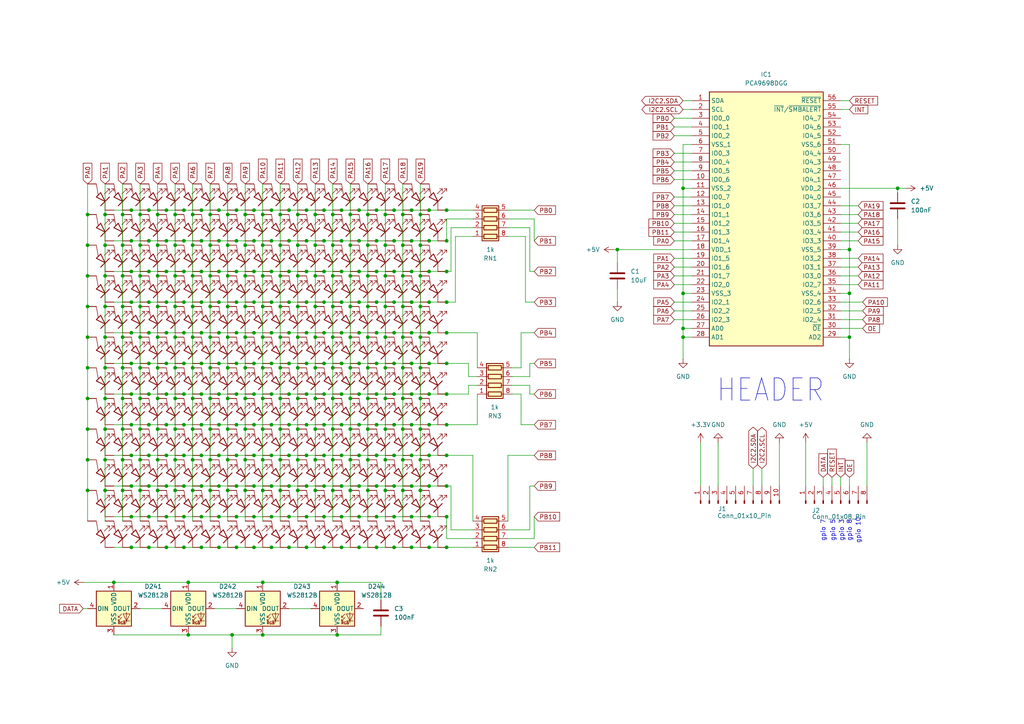
<source format=kicad_sch>
(kicad_sch (version 20250114) (generator "eeschema") (generator_version "9.0")
  (paper "A4")
  (text "gpio 7\n\n" (at 239.776 153.924 90) (effects (font (size 1.27 1.27))))
  (text "gpio 10" (at 248.92 153.924 90) (effects (font (size 1.27 1.27))))
  (text "gpio 5" (at 241.554 153.924 90) (effects (font (size 1.27 1.27))))
  (text "gpio 8" (at 246.38 153.924 90) (effects (font (size 1.27 1.27))))
  (text "gpio 3\n" (at 244.094 153.924 90) (effects (font (size 1.27 1.27))))
  (text "HEADER\n" (at 239.268 117.094 0) (effects (font (size 6.4516 5.4838)) (justify right bottom)))
  (junction (at 81.28 124.46))
  (junction (at 43.18 105.41))
  (junction (at 38.1 78.74))
  (junction (at 30.48 115.57))
  (junction (at 129.54 87.63))
  (junction (at 119.38 140.97))
  (junction (at 81.28 142.24))
  (junction (at 58.42 96.52))
  (junction (at 63.5 78.74))
  (junction (at 58.42 123.19))
  (junction (at 83.82 87.63))
  (junction (at 48.26 60.96))
  (junction (at 48.26 87.63))
  (junction (at 58.42 132.08))
  (junction (at 88.9 140.97))
  (junction (at 121.92 106.68))
  (junction (at 124.46 123.19))
  (junction (at 116.84 124.46))
  (junction (at 88.9 149.86))
  (junction (at 63.5 140.97))
  (junction (at 96.52 133.35))
  (junction (at 99.06 78.74))
  (junction (at 83.82 149.86))
  (junction (at 109.22 132.08))
  (junction (at 81.28 115.57))
  (junction (at 129.54 140.97))
  (junction (at 129.54 123.19))
  (junction (at 58.42 60.96))
  (junction (at 106.68 115.57))
  (junction (at 124.46 114.3))
  (junction (at 25.4 106.68))
  (junction (at 109.22 123.19))
  (junction (at 50.8 62.23))
  (junction (at 58.42 140.97))
  (junction (at 76.2 106.68))
  (junction (at 38.1 123.19))
  (junction (at 121.92 115.57))
  (junction (at 48.26 78.74))
  (junction (at 76.2 115.57))
  (junction (at 60.96 80.01))
  (junction (at 35.56 62.23))
  (junction (at 93.98 140.97))
  (junction (at 198.12 97.79))
  (junction (at 76.2 62.23))
  (junction (at 88.9 114.3))
  (junction (at 73.66 123.19))
  (junction (at 93.98 132.08))
  (junction (at 35.56 97.79))
  (junction (at 48.26 96.52))
  (junction (at 73.66 140.97))
  (junction (at 86.36 88.9))
  (junction (at 40.64 80.01))
  (junction (at 43.18 69.85))
  (junction (at 55.88 142.24))
  (junction (at 83.82 69.85))
  (junction (at 68.58 96.52))
  (junction (at 124.46 87.63))
  (junction (at 106.68 106.68))
  (junction (at 48.26 69.85))
  (junction (at 40.64 88.9))
  (junction (at 48.26 140.97))
  (junction (at 83.82 96.52))
  (junction (at 114.3 96.52))
  (junction (at 68.58 114.3))
  (junction (at 68.58 69.85))
  (junction (at 83.82 60.96))
  (junction (at 91.44 62.23))
  (junction (at 38.1 87.63))
  (junction (at 81.28 62.23))
  (junction (at 40.64 62.23))
  (junction (at 114.3 123.19))
  (junction (at 101.6 124.46))
  (junction (at 111.76 115.57))
  (junction (at 25.4 133.35))
  (junction (at 101.6 88.9))
  (junction (at 91.44 106.68))
  (junction (at 55.88 133.35))
  (junction (at 66.04 97.79))
  (junction (at 50.8 142.24))
  (junction (at 53.34 158.75))
  (junction (at 71.12 133.35))
  (junction (at 60.96 97.79))
  (junction (at 43.18 140.97))
  (junction (at 53.34 69.85))
  (junction (at 48.26 158.75))
  (junction (at 43.18 158.75))
  (junction (at 91.44 133.35))
  (junction (at 114.3 105.41))
  (junction (at 66.04 133.35))
  (junction (at 35.56 106.68))
  (junction (at 119.38 105.41))
  (junction (at 25.4 62.23))
  (junction (at 99.06 69.85))
  (junction (at 129.54 158.75))
  (junction (at 53.34 114.3))
  (junction (at 35.56 133.35))
  (junction (at 30.48 133.35))
  (junction (at 246.38 97.79))
  (junction (at 55.88 106.68))
  (junction (at 246.38 72.39))
  (junction (at 246.38 85.09))
  (junction (at 106.68 97.79))
  (junction (at 73.66 132.08))
  (junction (at 99.06 149.86))
  (junction (at 40.64 71.12))
  (junction (at 99.06 105.41))
  (junction (at 63.5 132.08))
  (junction (at 179.07 72.39))
  (junction (at 116.84 133.35))
  (junction (at 53.34 140.97))
  (junction (at 119.38 149.86))
  (junction (at 81.28 97.79))
  (junction (at 99.06 114.3))
  (junction (at 71.12 124.46))
  (junction (at 111.76 124.46))
  (junction (at 119.38 96.52))
  (junction (at 116.84 142.24))
  (junction (at 91.44 142.24))
  (junction (at 111.76 142.24))
  (junction (at 66.04 115.57))
  (junction (at 91.44 88.9))
  (junction (at 88.9 123.19))
  (junction (at 50.8 115.57))
  (junction (at 96.52 142.24))
  (junction (at 50.8 71.12))
  (junction (at 30.48 62.23))
  (junction (at 104.14 78.74))
  (junction (at 25.4 115.57))
  (junction (at 106.68 133.35))
  (junction (at 109.22 69.85))
  (junction (at 104.14 114.3))
  (junction (at 124.46 140.97))
  (junction (at 119.38 114.3))
  (junction (at 121.92 133.35))
  (junction (at 54.61 184.15))
  (junction (at 78.74 78.74))
  (junction (at 119.38 78.74))
  (junction (at 106.68 124.46))
  (junction (at 124.46 132.08))
  (junction (at 99.06 96.52))
  (junction (at 45.72 142.24))
  (junction (at 76.2 88.9))
  (junction (at 68.58 123.19))
  (junction (at 121.92 80.01))
  (junction (at 93.98 158.75))
  (junction (at 40.64 97.79))
  (junction (at 104.14 123.19))
  (junction (at 76.2 71.12))
  (junction (at 38.1 60.96))
  (junction (at 109.22 60.96))
  (junction (at 106.68 62.23))
  (junction (at 66.04 124.46))
  (junction (at 99.06 87.63))
  (junction (at 40.64 106.68))
  (junction (at 111.76 97.79))
  (junction (at 68.58 140.97))
  (junction (at 60.96 124.46))
  (junction (at 78.74 140.97))
  (junction (at 43.18 114.3))
  (junction (at 35.56 115.57))
  (junction (at 73.66 96.52))
  (junction (at 54.61 168.91))
  (junction (at 45.72 80.01))
  (junction (at 93.98 87.63))
  (junction (at 109.22 114.3))
  (junction (at 38.1 96.52))
  (junction (at 81.28 133.35))
  (junction (at 58.42 69.85))
  (junction (at 78.74 114.3))
  (junction (at 119.38 132.08))
  (junction (at 76.2 133.35))
  (junction (at 78.74 132.08))
  (junction (at 25.4 71.12))
  (junction (at 71.12 142.24))
  (junction (at 68.58 132.08))
  (junction (at 96.52 97.79))
  (junction (at 121.92 71.12))
  (junction (at 116.84 106.68))
  (junction (at 83.82 78.74))
  (junction (at 111.76 71.12))
  (junction (at 38.1 140.97))
  (junction (at 63.5 158.75))
  (junction (at 101.6 142.24))
  (junction (at 96.52 124.46))
  (junction (at 45.72 88.9))
  (junction (at 55.88 124.46))
  (junction (at 50.8 80.01))
  (junction (at 30.48 142.24))
  (junction (at 68.58 78.74))
  (junction (at 124.46 69.85))
  (junction (at 45.72 124.46))
  (junction (at 96.52 106.68))
  (junction (at 119.38 87.63))
  (junction (at 43.18 60.96))
  (junction (at 58.42 149.86))
  (junction (at 60.96 62.23))
  (junction (at 99.06 60.96))
  (junction (at 116.84 97.79))
  (junction (at 121.92 124.46))
  (junction (at 45.72 62.23))
  (junction (at 55.88 80.01))
  (junction (at 76.2 184.15))
  (junction (at 104.14 149.86))
  (junction (at 83.82 105.41))
  (junction (at 101.6 106.68))
  (junction (at 73.66 114.3))
  (junction (at 53.34 78.74))
  (junction (at 58.42 87.63))
  (junction (at 68.58 158.75))
  (junction (at 86.36 62.23))
  (junction (at 111.76 106.68))
  (junction (at 88.9 158.75))
  (junction (at 67.31 184.15))
  (junction (at 99.06 132.08))
  (junction (at 73.66 149.86))
  (junction (at 104.14 140.97))
  (junction (at 60.96 106.68))
  (junction (at 53.34 132.08))
  (junction (at 83.82 123.19))
  (junction (at 60.96 133.35))
  (junction (at 48.26 149.86))
  (junction (at 91.44 80.01))
  (junction (at 86.36 142.24))
  (junction (at 55.88 88.9))
  (junction (at 60.96 88.9))
  (junction (at 121.92 88.9))
  (junction (at 50.8 97.79))
  (junction (at 111.76 80.01))
  (junction (at 109.22 87.63))
  (junction (at 106.68 88.9))
  (junction (at 66.04 62.23))
  (junction (at 76.2 124.46))
  (junction (at 35.56 124.46))
  (junction (at 81.28 106.68))
  (junction (at 97.79 168.91))
  (junction (at 93.98 78.74))
  (junction (at 106.68 142.24))
  (junction (at 91.44 71.12))
  (junction (at 38.1 105.41))
  (junction (at 101.6 80.01))
  (junction (at 55.88 115.57))
  (junction (at 45.72 71.12))
  (junction (at 55.88 71.12))
  (junction (at 55.88 97.79))
  (junction (at 99.06 158.75))
  (junction (at 38.1 158.75))
  (junction (at 78.74 87.63))
  (junction (at 45.72 133.35))
  (junction (at 60.96 142.24))
  (junction (at 81.28 71.12))
  (junction (at 119.38 158.75))
  (junction (at 101.6 97.79))
  (junction (at 30.48 71.12))
  (junction (at 93.98 105.41))
  (junction (at 50.8 106.68))
  (junction (at 93.98 149.86))
  (junction (at 58.42 114.3))
  (junction (at 43.18 96.52))
  (junction (at 30.48 80.01))
  (junction (at 83.82 140.97))
  (junction (at 109.22 158.75))
  (junction (at 121.92 142.24))
  (junction (at 99.06 123.19))
  (junction (at 76.2 142.24))
  (junction (at 83.82 114.3))
  (junction (at 104.14 60.96))
  (junction (at 55.88 62.23))
  (junction (at 68.58 105.41))
  (junction (at 119.38 60.96))
  (junction (at 25.4 124.46))
  (junction (at 66.04 142.24))
  (junction (at 88.9 96.52))
  (junction (at 109.22 78.74))
  (junction (at 124.46 105.41))
  (junction (at 78.74 96.52))
  (junction (at 50.8 124.46))
  (junction (at 114.3 149.86))
  (junction (at 66.04 88.9))
  (junction (at 104.14 158.75))
  (junction (at 63.5 123.19))
  (junction (at 63.5 149.86))
  (junction (at 35.56 71.12))
  (junction (at 76.2 168.91))
  (junction (at 124.46 60.96))
  (junction (at 68.58 87.63))
  (junction (at 86.36 80.01))
  (junction (at 35.56 142.24))
  (junction (at 78.74 105.41))
  (junction (at 43.18 123.19))
  (junction (at 78.74 60.96))
  (junction (at 53.34 60.96))
  (junction (at 109.22 96.52))
  (junction (at 48.26 114.3))
  (junction (at 78.74 69.85))
  (junction (at 35.56 88.9))
  (junction (at 104.14 96.52))
  (junction (at 116.84 115.57))
  (junction (at 83.82 158.75))
  (junction (at 71.12 115.57))
  (junction (at 88.9 87.63))
  (junction (at 38.1 69.85))
  (junction (at 63.5 87.63))
  (junction (at 129.54 114.3))
  (junction (at 96.52 115.57))
  (junction (at 86.36 124.46))
  (junction (at 60.96 71.12))
  (junction (at 198.12 85.09))
  (junction (at 83.82 132.08))
  (junction (at 71.12 80.01))
  (junction (at 25.4 97.79))
  (junction (at 66.04 80.01))
  (junction (at 66.04 106.68))
  (junction (at 48.26 123.19))
  (junction (at 30.48 106.68))
  (junction (at 86.36 97.79))
  (junction (at 260.35 54.61))
  (junction (at 73.66 158.75))
  (junction (at 114.3 158.75))
  (junction (at 129.54 149.86))
  (junction (at 91.44 115.57))
  (junction (at 104.14 69.85))
  (junction (at 111.76 62.23))
  (junction (at 76.2 80.01))
  (junction (at 86.36 71.12))
  (junction (at 109.22 149.86))
  (junction (at 43.18 78.74))
  (junction (at 93.98 123.19))
  (junction (at 111.76 88.9))
  (junction (at 198.12 54.61))
  (junction (at 124.46 96.52))
  (junction (at 114.3 60.96))
  (junction (at 129.54 132.08))
  (junction (at 129.54 60.96))
  (junction (at 53.34 123.19))
  (junction (at 43.18 87.63))
  (junction (at 76.2 97.79))
  (junction (at 129.54 69.85))
  (junction (at 198.12 95.25))
  (junction (at 121.92 62.23))
  (junction (at 96.52 80.01))
  (junction (at 99.06 140.97))
  (junction (at 53.34 105.41))
  (junction (at 96.52 62.23))
  (junction (at 63.5 114.3))
  (junction (at 104.14 87.63))
  (junction (at 63.5 69.85))
  (junction (at 88.9 132.08))
  (junction (at 43.18 149.86))
  (junction (at 53.34 96.52))
  (junction (at 104.14 105.41))
  (junction (at 106.68 71.12))
  (junction (at 40.64 124.46))
  (junction (at 25.4 142.24))
  (junction (at 93.98 96.52))
  (junction (at 86.36 106.68))
  (junction (at 91.44 97.79))
  (junction (at 63.5 60.96))
  (junction (at 119.38 69.85))
  (junction (at 68.58 149.86))
  (junction (at 63.5 96.52))
  (junction (at 73.66 69.85))
  (junction (at 71.12 97.79))
  (junction (at 63.5 105.41))
  (junction (at 114.3 132.08))
  (junction (at 88.9 105.41))
  (junction (at 124.46 78.74))
  (junction (at 116.84 88.9))
  (junction (at 58.42 78.74))
  (junction (at 114.3 87.63))
  (junction (at 58.42 158.75))
  (junction (at 97.79 184.15))
  (junction (at 40.64 133.35))
  (junction (at 48.26 132.08))
  (junction (at 96.52 88.9))
  (junction (at 45.72 106.68))
  (junction (at 78.74 158.75))
  (junction (at 78.74 123.19))
  (junction (at 25.4 88.9))
  (junction (at 93.98 114.3))
  (junction (at 73.66 60.96))
  (junction (at 116.84 62.23))
  (junction (at 106.68 80.01))
  (junction (at 73.66 105.41))
  (junction (at 53.34 87.63))
  (junction (at 104.14 132.08))
  (junction (at 35.56 80.01))
  (junction (at 101.6 62.23))
  (junction (at 30.48 97.79))
  (junction (at 71.12 106.68))
  (junction (at 114.3 114.3))
  (junction (at 93.98 69.85))
  (junction (at 88.9 78.74))
  (junction (at 96.52 71.12))
  (junction (at 50.8 133.35))
  (junction (at 116.84 80.01))
  (junction (at 119.38 123.19))
  (junction (at 40.64 142.24))
  (junction (at 101.6 133.35))
  (junction (at 58.42 105.41))
  (junction (at 86.36 115.57))
  (junction (at 129.54 96.52))
  (junction (at 129.54 105.41))
  (junction (at 45.72 97.79))
  (junction (at 109.22 105.41))
  (junction (at 38.1 149.86))
  (junction (at 71.12 88.9))
  (junction (at 25.4 80.01))
  (junction (at 66.04 71.12))
  (junction (at 111.76 133.35))
  (junction (at 88.9 60.96))
  (junction (at 30.48 124.46))
  (junction (at 81.28 88.9))
  (junction (at 48.26 105.41))
  (junction (at 60.96 115.57))
  (junction (at 101.6 71.12))
  (junction (at 50.8 88.9))
  (junction (at 129.54 78.74))
  (junction (at 43.18 132.08))
  (junction (at 124.46 158.75))
  (junction (at 124.46 149.86))
  (junction (at 73.66 87.63))
  (junction (at 114.3 140.97))
  (junction (at 53.34 149.86))
  (junction (at 114.3 78.74))
  (junction (at 81.28 80.01))
  (junction (at 33.02 168.91))
  (junction (at 40.64 115.57))
  (junction (at 116.84 71.12))
  (junction (at 91.44 124.46))
  (junction (at 86.36 133.35))
  (junction (at 38.1 114.3))
  (junction (at 121.92 97.79))
  (junction (at 93.98 60.96))
  (junction (at 38.1 132.08))
  (junction (at 45.72 115.57))
  (junction (at 68.58 60.96))
  (junction (at 73.66 78.74))
  (junction (at 71.12 62.23))
  (junction (at 109.22 140.97))
  (junction (at 114.3 69.85))
  (junction (at 78.74 149.86))
  (junction (at 101.6 115.57))
  (junction (at 88.9 69.85))
  (junction (at 30.48 88.9))
  (junction (at 71.12 71.12))
  (wire (pts (xy 99.06 158.75) (xy 104.14 158.75)))
  (wire (pts (xy 124.46 123.19) (xy 129.54 123.19)))
  (wire (pts (xy 114.3 60.96) (xy 119.38 60.96)))
  (wire (pts (xy 45.72 124.46) (xy 45.72 133.35)))
  (wire (pts (xy 99.06 60.96) (xy 104.14 60.96)))
  (wire (pts (xy 116.84 115.57) (xy 116.84 124.46)))
  (wire (pts (xy 48.26 96.52) (xy 53.34 96.52)))
  (wire (pts (xy 25.4 124.46) (xy 25.4 133.35)))
  (wire (pts (xy 119.38 132.08) (xy 124.46 132.08)))
  (wire (pts (xy 88.9 69.85) (xy 93.98 69.85)))
  (wire (pts (xy 30.48 88.9) (xy 30.48 97.79)))
  (wire (pts (xy 53.34 105.41) (xy 58.42 105.41)))
  (wire (pts (xy 151.13 114.3) (xy 151.13 123.19)))
  (wire (pts (xy 83.82 87.63) (xy 88.9 87.63)))
  (wire (pts (xy 58.42 60.96) (xy 63.5 60.96)))
  (wire (pts (xy 66.04 133.35) (xy 66.04 142.24)))
  (wire (pts (xy 73.66 149.86) (xy 78.74 149.86)))
  (wire (pts (xy 91.44 142.24) (xy 91.44 151.13)))
  (wire (pts (xy 25.4 62.23) (xy 25.4 71.12)))
  (wire (pts (xy 109.22 105.41) (xy 114.3 105.41)))
  (wire (pts (xy 195.58 80.01) (xy 200.66 80.01)))
  (wire (pts (xy 76.2 80.01) (xy 76.2 88.9)))
  (wire (pts (xy 24.13 176.53) (xy 25.4 176.53)))
  (wire (pts (xy 38.1 60.96) (xy 43.18 60.96)))
  (wire (pts (xy 30.48 115.57) (xy 30.48 124.46)))
  (wire (pts (xy 58.42 114.3) (xy 63.5 114.3)))
  (wire (pts (xy 109.22 114.3) (xy 114.3 114.3)))
  (wire (pts (xy 119.38 158.75) (xy 124.46 158.75)))
  (wire (pts (xy 78.74 158.75) (xy 83.82 158.75)))
  (wire (pts (xy 30.48 97.79) (xy 30.48 106.68)))
  (wire (pts (xy 124.46 114.3) (xy 129.54 114.3)))
  (wire (pts (xy 33.02 123.19) (xy 38.1 123.19)))
  (wire (pts (xy 58.42 78.74) (xy 63.5 78.74)))
  (wire (pts (xy 24.13 168.91) (xy 33.02 168.91)))
  (wire (pts (xy 138.43 96.52) (xy 138.43 106.68)))
  (wire (pts (xy 83.82 132.08) (xy 88.9 132.08)))
  (wire (pts (xy 195.58 34.29) (xy 200.66 34.29)))
  (wire (pts (xy 88.9 87.63) (xy 93.98 87.63)))
  (wire (pts (xy 43.18 96.52) (xy 48.26 96.52)))
  (wire (pts (xy 101.6 71.12) (xy 101.6 80.01)))
  (wire (pts (xy 119.38 87.63) (xy 124.46 87.63)))
  (wire (pts (xy 93.98 69.85) (xy 99.06 69.85)))
  (wire (pts (xy 203.2 140.97) (xy 203.2 128.27)))
  (wire (pts (xy 111.76 115.57) (xy 111.76 124.46)))
  (wire (pts (xy 119.38 105.41) (xy 124.46 105.41)))
  (wire (pts (xy 43.18 132.08) (xy 48.26 132.08)))
  (wire (pts (xy 43.18 60.96) (xy 48.26 60.96)))
  (wire (pts (xy 53.34 149.86) (xy 58.42 149.86)))
  (wire (pts (xy 48.26 158.75) (xy 53.34 158.75)))
  (wire (pts (xy 40.64 80.01) (xy 40.64 88.9)))
  (wire (pts (xy 40.64 176.53) (xy 46.99 176.53)))
  (wire (pts (xy 96.52 115.57) (xy 96.52 124.46)))
  (wire (pts (xy 33.02 149.86) (xy 38.1 149.86)))
  (wire (pts (xy 83.82 149.86) (xy 88.9 149.86)))
  (wire (pts (xy 114.3 96.52) (xy 119.38 96.52)))
  (wire (pts (xy 66.04 71.12) (xy 66.04 80.01)))
  (wire (pts (xy 54.61 184.15) (xy 67.31 184.15)))
  (wire (pts (xy 220.98 140.97) (xy 220.98 135.89)))
  (wire (pts (xy 71.12 97.79) (xy 71.12 106.68)))
  (wire (pts (xy 129.54 60.96) (xy 137.16 60.96)))
  (wire (pts (xy 111.76 53.34) (xy 111.76 62.23)))
  (wire (pts (xy 124.46 78.74) (xy 129.54 78.74)))
  (wire (pts (xy 50.8 142.24) (xy 50.8 151.13)))
  (wire (pts (xy 119.38 78.74) (xy 124.46 78.74)))
  (wire (pts (xy 30.48 62.23) (xy 30.48 71.12)))
  (wire (pts (xy 198.12 97.79) (xy 198.12 104.14)))
  (wire (pts (xy 96.52 53.34) (xy 96.52 62.23)))
  (wire (pts (xy 153.67 111.76) (xy 153.67 114.3)))
  (wire (pts (xy 25.4 53.34) (xy 25.4 62.23)))
  (wire (pts (xy 104.14 158.75) (xy 109.22 158.75)))
  (wire (pts (xy 260.35 54.61) (xy 262.89 54.61)))
  (wire (pts (xy 121.92 62.23) (xy 121.92 71.12)))
  (wire (pts (xy 88.9 114.3) (xy 93.98 114.3)))
  (wire (pts (xy 119.38 69.85) (xy 124.46 69.85)))
  (wire (pts (xy 154.94 132.08) (xy 147.32 132.08)))
  (wire (pts (xy 243.84 67.31) (xy 248.92 67.31)))
  (wire (pts (xy 226.06 128.27) (xy 226.06 140.97)))
  (wire (pts (xy 73.66 114.3) (xy 78.74 114.3)))
  (wire (pts (xy 71.12 71.12) (xy 71.12 80.01)))
  (wire (pts (xy 55.88 106.68) (xy 55.88 115.57)))
  (wire (pts (xy 129.54 63.5) (xy 129.54 69.85)))
  (wire (pts (xy 63.5 87.63) (xy 68.58 87.63)))
  (wire (pts (xy 246.38 97.79) (xy 246.38 104.14)))
  (wire (pts (xy 43.18 105.41) (xy 48.26 105.41)))
  (wire (pts (xy 104.14 123.19) (xy 109.22 123.19)))
  (wire (pts (xy 114.3 158.75) (xy 119.38 158.75)))
  (wire (pts (xy 101.6 124.46) (xy 101.6 133.35)))
  (wire (pts (xy 71.12 62.23) (xy 71.12 71.12)))
  (wire (pts (xy 38.1 123.19) (xy 43.18 123.19)))
  (wire (pts (xy 195.58 36.83) (xy 200.66 36.83)))
  (wire (pts (xy 55.88 142.24) (xy 55.88 151.13)))
  (wire (pts (xy 109.22 96.52) (xy 114.3 96.52)))
  (wire (pts (xy 50.8 71.12) (xy 50.8 80.01)))
  (wire (pts (xy 33.02 140.97) (xy 38.1 140.97)))
  (wire (pts (xy 60.96 124.46) (xy 60.96 133.35)))
  (wire (pts (xy 119.38 60.96) (xy 124.46 60.96)))
  (wire (pts (xy 88.9 78.74) (xy 93.98 78.74)))
  (wire (pts (xy 148.59 111.76) (xy 153.67 111.76)))
  (wire (pts (xy 101.6 88.9) (xy 101.6 97.79)))
  (wire (pts (xy 104.14 140.97) (xy 109.22 140.97)))
  (wire (pts (xy 53.34 132.08) (xy 58.42 132.08)))
  (wire (pts (xy 40.64 115.57) (xy 40.64 124.46)))
  (wire (pts (xy 119.38 140.97) (xy 124.46 140.97)))
  (wire (pts (xy 45.72 62.23) (xy 45.72 71.12)))
  (wire (pts (xy 119.38 149.86) (xy 124.46 149.86)))
  (wire (pts (xy 91.44 124.46) (xy 91.44 133.35)))
  (wire (pts (xy 243.84 97.79) (xy 246.38 97.79)))
  (wire (pts (xy 116.84 142.24) (xy 116.84 151.13)))
  (wire (pts (xy 25.4 88.9) (xy 25.4 97.79)))
  (wire (pts (xy 63.5 149.86) (xy 68.58 149.86)))
  (wire (pts (xy 53.34 60.96) (xy 58.42 60.96)))
  (wire (pts (xy 88.9 149.86) (xy 93.98 149.86)))
  (wire (pts (xy 106.68 62.23) (xy 106.68 71.12)))
  (wire (pts (xy 71.12 53.34) (xy 71.12 62.23)))
  (wire (pts (xy 43.18 149.86) (xy 48.26 149.86)))
  (wire (pts (xy 63.5 60.96) (xy 68.58 60.96)))
  (wire (pts (xy 198.12 41.91) (xy 200.66 41.91)))
  (wire (pts (xy 67.31 184.15) (xy 67.31 187.96)))
  (wire (pts (xy 81.28 88.9) (xy 81.28 97.79)))
  (wire (pts (xy 50.8 62.23) (xy 50.8 71.12)))
  (wire (pts (xy 68.58 96.52) (xy 73.66 96.52)))
  (wire (pts (xy 93.98 105.41) (xy 99.06 105.41)))
  (wire (pts (xy 68.58 69.85) (xy 73.66 69.85)))
  (wire (pts (xy 96.52 97.79) (xy 96.52 106.68)))
  (wire (pts (xy 33.02 105.41) (xy 38.1 105.41)))
  (wire (pts (xy 60.96 115.57) (xy 60.96 124.46)))
  (wire (pts (xy 111.76 88.9) (xy 111.76 97.79)))
  (wire (pts (xy 91.44 71.12) (xy 91.44 80.01)))
  (wire (pts (xy 71.12 142.24) (xy 71.12 151.13)))
  (wire (pts (xy 99.06 78.74) (xy 104.14 78.74)))
  (wire (pts (xy 121.92 88.9) (xy 121.92 97.79)))
  (wire (pts (xy 38.1 114.3) (xy 43.18 114.3)))
  (wire (pts (xy 91.44 53.34) (xy 91.44 62.23)))
  (wire (pts (xy 58.42 123.19) (xy 63.5 123.19)))
  (wire (pts (xy 25.4 133.35) (xy 25.4 142.24)))
  (wire (pts (xy 40.64 62.23) (xy 40.64 71.12)))
  (wire (pts (xy 73.66 87.63) (xy 78.74 87.63)))
  (wire (pts (xy 114.3 78.74) (xy 119.38 78.74)))
  (wire (pts (xy 195.58 92.71) (xy 200.66 92.71)))
  (wire (pts (xy 116.84 53.34) (xy 116.84 62.23)))
  (wire (pts (xy 76.2 115.57) (xy 76.2 124.46)))
  (wire (pts (xy 93.98 158.75) (xy 99.06 158.75)))
  (wire (pts (xy 83.82 140.97) (xy 88.9 140.97)))
  (wire (pts (xy 73.66 69.85) (xy 78.74 69.85)))
  (wire (pts (xy 251.46 128.27) (xy 251.46 140.97)))
  (wire (pts (xy 195.58 52.07) (xy 200.66 52.07)))
  (wire (pts (xy 121.92 53.34) (xy 121.92 62.23)))
  (wire (pts (xy 154.94 156.21) (xy 154.94 149.86)))
  (wire (pts (xy 78.74 105.41) (xy 83.82 105.41)))
  (wire (pts (xy 153.67 140.97) (xy 154.94 140.97)))
  (wire (pts (xy 63.5 123.19) (xy 68.58 123.19)))
  (wire (pts (xy 195.58 46.99) (xy 200.66 46.99)))
  (wire (pts (xy 38.1 69.85) (xy 43.18 69.85)))
  (wire (pts (xy 81.28 53.34) (xy 81.28 62.23)))
  (wire (pts (xy 111.76 80.01) (xy 111.76 88.9)))
  (wire (pts (xy 114.3 149.86) (xy 119.38 149.86)))
  (wire (pts (xy 153.67 114.3) (xy 154.94 114.3)))
  (wire (pts (xy 48.26 87.63) (xy 53.34 87.63)))
  (wire (pts (xy 243.84 72.39) (xy 246.38 72.39)))
  (wire (pts (xy 243.84 87.63) (xy 250.19 87.63)))
  (wire (pts (xy 88.9 158.75) (xy 93.98 158.75)))
  (wire (pts (xy 78.74 140.97) (xy 83.82 140.97)))
  (wire (pts (xy 124.46 87.63) (xy 129.54 87.63)))
  (wire (pts (xy 153.67 153.67) (xy 153.67 140.97)))
  (wire (pts (xy 96.52 88.9) (xy 96.52 97.79)))
  (wire (pts (xy 116.84 80.01) (xy 116.84 88.9)))
  (wire (pts (xy 76.2 124.46) (xy 76.2 133.35)))
  (wire (pts (xy 93.98 123.19) (xy 99.06 123.19)))
  (wire (pts (xy 179.07 72.39) (xy 200.66 72.39)))
  (wire (pts (xy 114.3 69.85) (xy 119.38 69.85)))
  (wire (pts (xy 106.68 142.24) (xy 106.68 151.13)))
  (wire (pts (xy 246.38 85.09) (xy 246.38 72.39)))
  (wire (pts (xy 86.36 71.12) (xy 86.36 80.01)))
  (wire (pts (xy 96.52 106.68) (xy 96.52 115.57)))
  (wire (pts (xy 104.14 96.52) (xy 109.22 96.52)))
  (wire (pts (xy 50.8 124.46) (xy 50.8 133.35)))
  (wire (pts (xy 66.04 124.46) (xy 66.04 133.35)))
  (wire (pts (xy 50.8 133.35) (xy 50.8 142.24)))
  (wire (pts (xy 124.46 96.52) (xy 129.54 96.52)))
  (wire (pts (xy 45.72 115.57) (xy 45.72 124.46)))
  (wire (pts (xy 116.84 71.12) (xy 116.84 80.01)))
  (wire (pts (xy 195.58 82.55) (xy 200.66 82.55)))
  (wire (pts (xy 106.68 133.35) (xy 106.68 142.24)))
  (wire (pts (xy 71.12 124.46) (xy 71.12 133.35)))
  (wire (pts (xy 67.31 184.15) (xy 76.2 184.15)))
  (wire (pts (xy 50.8 80.01) (xy 50.8 88.9)))
  (wire (pts (xy 33.02 60.96) (xy 38.1 60.96)))
  (wire (pts (xy 154.94 63.5) (xy 154.94 69.85)))
  (wire (pts (xy 68.58 123.19) (xy 73.66 123.19)))
  (wire (pts (xy 147.32 158.75) (xy 154.94 158.75)))
  (wire (pts (xy 76.2 142.24) (xy 76.2 151.13)))
  (wire (pts (xy 243.84 29.21) (xy 246.38 29.21)))
  (wire (pts (xy 43.18 87.63) (xy 48.26 87.63)))
  (wire (pts (xy 58.42 158.75) (xy 63.5 158.75)))
  (wire (pts (xy 66.04 106.68) (xy 66.04 115.57)))
  (wire (pts (xy 121.92 133.35) (xy 121.92 142.24)))
  (wire (pts (xy 55.88 133.35) (xy 55.88 142.24)))
  (wire (pts (xy 40.64 124.46) (xy 40.64 133.35)))
  (wire (pts (xy 96.52 124.46) (xy 96.52 133.35)))
  (wire (pts (xy 58.42 69.85) (xy 63.5 69.85)))
  (wire (pts (xy 195.58 90.17) (xy 200.66 90.17)))
  (wire (pts (xy 73.66 132.08) (xy 78.74 132.08)))
  (wire (pts (xy 33.02 87.63) (xy 38.1 87.63)))
  (wire (pts (xy 68.58 140.97) (xy 73.66 140.97)))
  (wire (pts (xy 35.56 71.12) (xy 35.56 80.01)))
  (wire (pts (xy 130.81 66.04) (xy 130.81 78.74)))
  (wire (pts (xy 152.4 87.63) (xy 154.94 87.63)))
  (wire (pts (xy 53.34 123.19) (xy 58.42 123.19)))
  (wire (pts (xy 86.36 124.46) (xy 86.36 133.35)))
  (wire (pts (xy 50.8 97.79) (xy 50.8 106.68)))
  (wire (pts (xy 86.36 62.23) (xy 86.36 71.12)))
  (wire (pts (xy 60.96 53.34) (xy 60.96 62.23)))
  (wire (pts (xy 54.61 168.91) (xy 76.2 168.91)))
  (wire (pts (xy 104.14 87.63) (xy 109.22 87.63)))
  (wire (pts (xy 83.82 176.53) (xy 90.17 176.53)))
  (wire (pts (xy 45.72 53.34) (xy 45.72 62.23)))
  (wire (pts (xy 177.8 72.39) (xy 179.07 72.39)))
  (wire (pts (xy 104.14 69.85) (xy 109.22 69.85)))
  (wire (pts (xy 130.81 153.67) (xy 130.81 140.97)))
  (wire (pts (xy 121.92 106.68) (xy 121.92 115.57)))
  (wire (pts (xy 45.72 142.24) (xy 45.72 151.13)))
  (wire (pts (xy 68.58 132.08) (xy 73.66 132.08)))
  (wire (pts (xy 73.66 123.19) (xy 78.74 123.19)))
  (wire (pts (xy 53.34 114.3) (xy 58.42 114.3)))
  (wire (pts (xy 111.76 97.79) (xy 111.76 106.68)))
  (wire (pts (xy 148.59 106.68) (xy 151.13 106.68)))
  (wire (pts (xy 30.48 71.12) (xy 30.48 80.01)))
  (wire (pts (xy 66.04 62.23) (xy 66.04 71.12)))
  (wire (pts (xy 246.38 72.39) (xy 246.38 41.91)))
  (wire (pts (xy 25.4 142.24) (xy 25.4 151.13)))
  (wire (pts (xy 195.58 39.37) (xy 200.66 39.37)))
  (wire (pts (xy 129.54 156.21) (xy 129.54 149.86)))
  (wire (pts (xy 147.32 156.21) (xy 154.94 156.21)))
  (wire (pts (xy 33.02 69.85) (xy 38.1 69.85)))
  (wire (pts (xy 238.76 140.97) (xy 238.76 138.43)))
  (wire (pts (xy 83.82 69.85) (xy 88.9 69.85)))
  (wire (pts (xy 148.59 114.3) (xy 151.13 114.3)))
  (wire (pts (xy 88.9 123.19) (xy 93.98 123.19)))
  (wire (pts (xy 137.16 66.04) (xy 130.81 66.04)))
  (wire (pts (xy 99.06 105.41) (xy 104.14 105.41)))
  (wire (pts (xy 68.58 60.96) (xy 73.66 60.96)))
  (wire (pts (xy 106.68 88.9) (xy 106.68 97.79)))
  (wire (pts (xy 111.76 71.12) (xy 111.76 80.01)))
  (wire (pts (xy 50.8 106.68) (xy 50.8 115.57)))
  (wire (pts (xy 96.52 71.12) (xy 96.52 80.01)))
  (wire (pts (xy 35.56 124.46) (xy 35.56 133.35)))
  (wire (pts (xy 35.56 142.24) (xy 35.56 151.13)))
  (wire (pts (xy 58.42 140.97) (xy 63.5 140.97)))
  (wire (pts (xy 43.18 114.3) (xy 48.26 114.3)))
  (wire (pts (xy 50.8 53.34) (xy 50.8 62.23)))
  (wire (pts (xy 147.32 153.67) (xy 153.67 153.67)))
  (wire (pts (xy 48.26 60.96) (xy 53.34 60.96)))
  (wire (pts (xy 53.34 78.74) (xy 58.42 78.74)))
  (wire (pts (xy 179.07 76.2) (xy 179.07 72.39)))
  (wire (pts (xy 78.74 60.96) (xy 83.82 60.96)))
  (wire (pts (xy 243.84 69.85) (xy 248.92 69.85)))
  (wire (pts (xy 110.49 168.91) (xy 110.49 173.99)))
  (wire (pts (xy 38.1 132.08) (xy 43.18 132.08)))
  (wire (pts (xy 45.72 133.35) (xy 45.72 142.24)))
  (wire (pts (xy 83.82 105.41) (xy 88.9 105.41)))
  (wire (pts (xy 121.92 97.79) (xy 121.92 106.68)))
  (wire (pts (xy 116.84 124.46) (xy 116.84 133.35)))
  (wire (pts (xy 195.58 77.47) (xy 200.66 77.47)))
  (wire (pts (xy 66.04 80.01) (xy 66.04 88.9)))
  (wire (pts (xy 45.72 97.79) (xy 45.72 106.68)))
  (wire (pts (xy 48.26 149.86) (xy 53.34 149.86)))
  (wire (pts (xy 135.89 109.22) (xy 138.43 109.22)))
  (wire (pts (xy 243.84 95.25) (xy 250.19 95.25)))
  (wire (pts (xy 243.84 80.01) (xy 248.92 80.01)))
  (wire (pts (xy 81.28 80.01) (xy 81.28 88.9)))
  (wire (pts (xy 195.58 49.53) (xy 200.66 49.53)))
  (wire (pts (xy 86.36 80.01) (xy 86.36 88.9)))
  (wire (pts (xy 91.44 88.9) (xy 91.44 97.79)))
  (wire (pts (xy 50.8 88.9) (xy 50.8 97.79)))
  (wire (pts (xy 63.5 158.75) (xy 68.58 158.75)))
  (wire (pts (xy 93.98 78.74) (xy 99.06 78.74)))
  (wire (pts (xy 86.36 115.57) (xy 86.36 124.46)))
  (wire (pts (xy 96.52 133.35) (xy 96.52 142.24)))
  (wire (pts (xy 91.44 106.68) (xy 91.44 115.57)))
  (wire (pts (xy 40.64 88.9) (xy 40.64 97.79)))
  (wire (pts (xy 101.6 97.79) (xy 101.6 106.68)))
  (wire (pts (xy 101.6 62.23) (xy 101.6 71.12)))
  (wire (pts (xy 53.34 158.75) (xy 58.42 158.75)))
  (wire (pts (xy 116.84 97.79) (xy 116.84 106.68)))
  (wire (pts (xy 111.76 142.24) (xy 111.76 151.13)))
  (wire (pts (xy 101.6 142.24) (xy 101.6 151.13)))
  (wire (pts (xy 88.9 140.97) (xy 93.98 140.97)))
  (wire (pts (xy 93.98 87.63) (xy 99.06 87.63)))
  (wire (pts (xy 151.13 106.68) (xy 151.13 96.52)))
  (wire (pts (xy 71.12 115.57) (xy 71.12 124.46)))
  (wire (pts (xy 243.84 77.47) (xy 248.92 77.47)))
  (wire (pts (xy 48.26 123.19) (xy 53.34 123.19)))
  (wire (pts (xy 137.16 63.5) (xy 129.54 63.5)))
  (wire (pts (xy 93.98 132.08) (xy 99.06 132.08)))
  (wire (pts (xy 86.36 53.34) (xy 86.36 62.23)))
  (wire (pts (xy 33.02 132.08) (xy 38.1 132.08)))
  (wire (pts (xy 129.54 158.75) (xy 137.16 158.75)))
  (wire (pts (xy 198.12 95.25) (xy 198.12 85.09)))
  (wire (pts (xy 121.92 71.12) (xy 121.92 80.01)))
  (wire (pts (xy 246.38 138.43) (xy 246.38 140.97)))
  (wire (pts (xy 81.28 115.57) (xy 81.28 124.46)))
  (wire (pts (xy 81.28 97.79) (xy 81.28 106.68)))
  (wire (pts (xy 114.3 105.41) (xy 119.38 105.41)))
  (wire (pts (xy 60.96 88.9) (xy 60.96 97.79)))
  (wire (pts (xy 60.96 71.12) (xy 60.96 80.01)))
  (wire (pts (xy 68.58 114.3) (xy 73.66 114.3)))
  (wire (pts (xy 106.68 80.01) (xy 106.68 88.9)))
  (wire (pts (xy 124.46 132.08) (xy 129.54 132.08)))
  (wire (pts (xy 88.9 132.08) (xy 93.98 132.08)))
  (wire (pts (xy 91.44 133.35) (xy 91.44 142.24)))
  (wire (pts (xy 83.82 60.96) (xy 88.9 60.96)))
  (wire (pts (xy 76.2 88.9) (xy 76.2 97.79)))
  (wire (pts (xy 58.42 105.41) (xy 63.5 105.41)))
  (wire (pts (xy 243.84 138.43) (xy 243.84 140.97)))
  (wire (pts (xy 81.28 62.23) (xy 81.28 71.12)))
  (wire (pts (xy 58.42 132.08) (xy 63.5 132.08)))
  (wire (pts (xy 198.12 85.09) (xy 200.66 85.09)))
  (wire (pts (xy 66.04 88.9) (xy 66.04 97.79)))
  (wire (pts (xy 88.9 105.41) (xy 93.98 105.41)))
  (wire (pts (xy 81.28 133.35) (xy 81.28 142.24)))
  (wire (pts (xy 88.9 60.96) (xy 93.98 60.96)))
  (wire (pts (xy 106.68 53.34) (xy 106.68 62.23)))
  (wire (pts (xy 243.84 90.17) (xy 250.19 90.17)))
  (wire (pts (xy 91.44 115.57) (xy 91.44 124.46)))
  (wire (pts (xy 60.96 133.35) (xy 60.96 142.24)))
  (wire (pts (xy 33.02 168.91) (xy 54.61 168.91)))
  (wire (pts (xy 33.02 114.3) (xy 38.1 114.3)))
  (wire (pts (xy 38.1 87.63) (xy 43.18 87.63)))
  (wire (pts (xy 55.88 88.9) (xy 55.88 97.79)))
  (wire (pts (xy 63.5 105.41) (xy 68.58 105.41)))
  (wire (pts (xy 38.1 105.41) (xy 43.18 105.41)))
  (wire (pts (xy 124.46 140.97) (xy 129.54 140.97)))
  (wire (pts (xy 45.72 106.68) (xy 45.72 115.57)))
  (wire (pts (xy 50.8 115.57) (xy 50.8 124.46)))
  (wire (pts (xy 116.84 133.35) (xy 116.84 142.24)))
  (wire (pts (xy 243.84 85.09) (xy 246.38 85.09)))
  (wire (pts (xy 153.67 78.74) (xy 154.94 78.74)))
  (wire (pts (xy 119.38 123.19) (xy 124.46 123.19)))
  (wire (pts (xy 63.5 78.74) (xy 68.58 78.74)))
  (wire (pts (xy 109.22 87.63) (xy 114.3 87.63)))
  (wire (pts (xy 30.48 106.68) (xy 30.48 115.57)))
  (wire (pts (xy 147.32 68.58) (xy 152.4 68.58)))
  (wire (pts (xy 116.84 88.9) (xy 116.84 97.79)))
  (wire (pts (xy 198.12 95.25) (xy 200.66 95.25)))
  (wire (pts (xy 114.3 140.97) (xy 119.38 140.97)))
  (wire (pts (xy 73.66 78.74) (xy 78.74 78.74)))
  (wire (pts (xy 124.46 60.96) (xy 129.54 60.96)))
  (wire (pts (xy 110.49 181.61) (xy 110.49 184.15)))
  (wire (pts (xy 43.18 140.97) (xy 48.26 140.97)))
  (wire (pts (xy 147.32 63.5) (xy 154.94 63.5)))
  (wire (pts (xy 40.64 133.35) (xy 40.64 142.24)))
  (wire (pts (xy 76.2 168.91) (xy 97.79 168.91)))
  (wire (pts (xy 246.38 41.91) (xy 243.84 41.91)))
  (wire (pts (xy 76.2 62.23) (xy 76.2 71.12)))
  (wire (pts (xy 198.12 54.61) (xy 198.12 85.09)))
  (wire (pts (xy 195.58 44.45) (xy 200.66 44.45)))
  (wire (pts (xy 35.56 97.79) (xy 35.56 106.68)))
  (wire (pts (xy 68.58 87.63) (xy 73.66 87.63)))
  (wire (pts (xy 195.58 64.77) (xy 200.66 64.77)))
  (wire (pts (xy 78.74 96.52) (xy 83.82 96.52)))
  (wire (pts (xy 104.14 78.74) (xy 109.22 78.74)))
  (wire (pts (xy 99.06 114.3) (xy 104.14 114.3)))
  (wire (pts (xy 153.67 105.41) (xy 154.94 105.41)))
  (wire (pts (xy 97.79 168.91) (xy 110.49 168.91)))
  (wire (pts (xy 147.32 60.96) (xy 154.94 60.96)))
  (wire (pts (xy 58.42 149.86) (xy 63.5 149.86)))
  (wire (pts (xy 83.82 123.19) (xy 88.9 123.19)))
  (wire (pts (xy 109.22 149.86) (xy 114.3 149.86)))
  (wire (pts (xy 132.08 68.58) (xy 132.08 87.63)))
  (wire (pts (xy 109.22 140.97) (xy 114.3 140.97)))
  (wire (pts (xy 106.68 97.79) (xy 106.68 106.68)))
  (wire (pts (xy 48.26 69.85) (xy 53.34 69.85)))
  (wire (pts (xy 71.12 133.35) (xy 71.12 142.24)))
  (wire (pts (xy 33.02 78.74) (xy 38.1 78.74)))
  (wire (pts (xy 55.88 53.34) (xy 55.88 62.23)))
  (wire (pts (xy 62.23 176.53) (xy 68.58 176.53)))
  (wire (pts (xy 137.16 132.08) (xy 137.16 151.13)))
  (wire (pts (xy 151.13 96.52) (xy 154.94 96.52)))
  (wire (pts (xy 198.12 54.61) (xy 198.12 41.91)))
  (wire (pts (xy 121.92 124.46) (xy 121.92 133.35)))
  (wire (pts (xy 153.67 109.22) (xy 153.67 105.41)))
  (wire (pts (xy 38.1 158.75) (xy 43.18 158.75)))
  (wire (pts (xy 66.04 97.79) (xy 66.04 106.68)))
  (wire (pts (xy 73.66 60.96) (xy 78.74 60.96)))
  (wire (pts (xy 60.96 97.79) (xy 60.96 106.68)))
  (wire (pts (xy 111.76 124.46) (xy 111.76 133.35)))
  (wire (pts (xy 121.92 115.57) (xy 121.92 124.46)))
  (wire (pts (xy 33.02 158.75) (xy 38.1 158.75)))
  (wire (pts (xy 195.58 62.23) (xy 200.66 62.23)))
  (wire (pts (xy 111.76 62.23) (xy 111.76 71.12)))
  (wire (pts (xy 106.68 124.46) (xy 106.68 133.35)))
  (wire (pts (xy 71.12 88.9) (xy 71.12 97.79)))
  (wire (pts (xy 116.84 62.23) (xy 116.84 71.12)))
  (wire (pts (xy 109.22 123.19) (xy 114.3 123.19)))
  (wire (pts (xy 25.4 80.01) (xy 25.4 88.9)))
  (wire (pts (xy 198.12 54.61) (xy 200.66 54.61)))
  (wire (pts (xy 63.5 96.52) (xy 68.58 96.52)))
  (wire (pts (xy 78.74 132.08) (xy 83.82 132.08)))
  (wire (pts (xy 45.72 88.9) (xy 45.72 97.79)))
  (wire (pts (xy 99.06 140.97) (xy 104.14 140.97)))
  (wire (pts (xy 119.38 96.52) (xy 124.46 96.52)))
  (wire (pts (xy 96.52 142.24) (xy 96.52 151.13)))
  (wire (pts (xy 38.1 96.52) (xy 43.18 96.52)))
  (wire (pts (xy 99.06 96.52) (xy 104.14 96.52)))
  (wire (pts (xy 124.46 105.41) (xy 129.54 105.41)))
  (wire (pts (xy 66.04 115.57) (xy 66.04 124.46)))
  (wire (pts (xy 86.36 106.68) (xy 86.36 115.57)))
  (wire (pts (xy 129.54 96.52) (xy 138.43 96.52)))
  (wire (pts (xy 58.42 87.63) (xy 63.5 87.63)))
  (wire (pts (xy 241.3 138.43) (xy 241.3 140.97)))
  (wire (pts (xy 138.43 123.19) (xy 138.43 114.3)))
  (wire (pts (xy 78.74 78.74) (xy 83.82 78.74)))
  (wire (pts (xy 83.82 114.3) (xy 88.9 114.3)))
  (wire (pts (xy 124.46 69.85) (xy 129.54 69.85)))
  (wire (pts (xy 48.26 132.08) (xy 53.34 132.08)))
  (wire (pts (xy 40.64 106.68) (xy 40.64 115.57)))
  (wire (pts (xy 106.68 71.12) (xy 106.68 80.01)))
  (wire (pts (xy 101.6 115.57) (xy 101.6 124.46)))
  (wire (pts (xy 260.35 63.5) (xy 260.35 71.12)))
  (wire (pts (xy 121.92 80.01) (xy 121.92 88.9)))
  (wire (pts (xy 129.54 105.41) (xy 135.89 105.41)))
  (wire (pts (xy 109.22 132.08) (xy 114.3 132.08)))
  (wire (pts (xy 195.58 74.93) (xy 200.66 74.93)))
  (wire (pts (xy 195.58 59.69) (xy 200.66 59.69)))
  (wire (pts (xy 53.34 87.63) (xy 58.42 87.63)))
  (wire (pts (xy 109.22 158.75) (xy 114.3 158.75)))
  (wire (pts (xy 243.84 62.23) (xy 248.92 62.23)))
  (wire (pts (xy 76.2 133.35) (xy 76.2 142.24)))
  (wire (pts (xy 43.18 123.19) (xy 48.26 123.19)))
  (wire (pts (xy 99.06 149.86) (xy 104.14 149.86)))
  (wire (pts (xy 33.02 96.52) (xy 38.1 96.52)))
  (wire (pts (xy 91.44 80.01) (xy 91.44 88.9)))
  (wire (pts (xy 104.14 132.08) (xy 109.22 132.08)))
  (wire (pts (xy 243.84 74.93) (xy 248.92 74.93)))
  (wire (pts (xy 99.06 69.85) (xy 104.14 69.85)))
  (wire (pts (xy 73.66 158.75) (xy 78.74 158.75)))
  (wire (pts (xy 195.58 67.31) (xy 200.66 67.31)))
  (wire (pts (xy 48.26 78.74) (xy 53.34 78.74)))
  (wire (pts (xy 33.02 184.15) (xy 54.61 184.15)))
  (wire (pts (xy 86.36 88.9) (xy 86.36 97.79)))
  (wire (pts (xy 55.88 97.79) (xy 55.88 106.68)))
  (wire (pts (xy 195.58 69.85) (xy 200.66 69.85)))
  (wire (pts (xy 91.44 97.79) (xy 91.44 106.68)))
  (wire (pts (xy 40.64 142.24) (xy 40.64 151.13)))
  (wire (pts (xy 55.88 124.46) (xy 55.88 133.35)))
  (wire (pts (xy 114.3 132.08) (xy 119.38 132.08)))
  (wire (pts (xy 119.38 114.3) (xy 124.46 114.3)))
  (wire (pts (xy 60.96 142.24) (xy 60.96 151.13)))
  (wire (pts (xy 83.82 158.75) (xy 88.9 158.75)))
  (wire (pts (xy 208.28 128.27) (xy 208.28 140.97)))
  (wire (pts (xy 76.2 184.15) (xy 97.79 184.15)))
  (wire (pts (xy 25.4 71.12) (xy 25.4 80.01)))
  (wire (pts (xy 93.98 60.96) (xy 99.06 60.96)))
  (wire (pts (xy 55.88 115.57) (xy 55.88 124.46)))
  (wire (pts (xy 81.28 124.46) (xy 81.28 133.35)))
  (wire (pts (xy 198.12 97.79) (xy 200.66 97.79)))
  (wire (pts (xy 43.18 69.85) (xy 48.26 69.85)))
  (wire (pts (xy 179.07 83.82) (xy 179.07 87.63)))
  (wire (pts (xy 30.48 142.24) (xy 30.48 151.13)))
  (wire (pts (xy 78.74 87.63) (xy 83.82 87.63)))
  (wire (pts (xy 104.14 149.86) (xy 109.22 149.86)))
  (wire (pts (xy 25.4 97.79) (xy 25.4 106.68)))
  (wire (pts (xy 106.68 115.57) (xy 106.68 124.46)))
  (wire (pts (xy 35.56 133.35) (xy 35.56 142.24)))
  (wire (pts (xy 66.04 53.34) (xy 66.04 62.23)))
  (wire (pts (xy 104.14 105.41) (xy 109.22 105.41)))
  (wire (pts (xy 76.2 53.34) (xy 76.2 62.23)))
  (wire (pts (xy 91.44 62.23) (xy 91.44 71.12)))
  (wire (pts (xy 58.42 96.52) (xy 63.5 96.52)))
  (wire (pts (xy 35.56 115.57) (xy 35.56 124.46)))
  (wire (pts (xy 137.16 153.67) (xy 130.81 153.67)))
  (wire (pts (xy 147.32 132.08) (xy 147.32 151.13)))
  (wire (pts (xy 63.5 140.97) (xy 68.58 140.97)))
  (wire (pts (xy 99.06 87.63) (xy 104.14 87.63)))
  (wire (pts (xy 38.1 78.74) (xy 43.18 78.74)))
  (wire (pts (xy 78.74 114.3) (xy 83.82 114.3)))
  (wire (pts (xy 86.36 133.35) (xy 86.36 142.24)))
  (wire (pts (xy 109.22 60.96) (xy 114.3 60.96)))
  (wire (pts (xy 40.64 53.34) (xy 40.64 62.23)))
  (wire (pts (xy 25.4 115.57) (xy 25.4 124.46)))
  (wire (pts (xy 73.66 105.41) (xy 78.74 105.41)))
  (wire (pts (xy 233.68 128.27) (xy 233.68 140.97)))
  (wire (pts (xy 66.04 142.24) (xy 66.04 151.13)))
  (wire (pts (xy 76.2 106.68) (xy 76.2 115.57)))
  (wire (pts (xy 71.12 106.68) (xy 71.12 115.57)))
  (wire (pts (xy 129.54 123.19) (xy 138.43 123.19)))
  (wire (pts (xy 45.72 71.12) (xy 45.72 80.01)))
  (wire (pts (xy 104.14 114.3) (xy 109.22 114.3)))
  (wire (pts (xy 53.34 140.97) (xy 58.42 140.97)))
  (wire (pts (xy 83.82 78.74) (xy 88.9 78.74)))
  (wire (pts (xy 71.12 80.01) (xy 71.12 88.9)))
  (wire (pts (xy 93.98 149.86) (xy 99.06 149.86)))
  (wire (pts (xy 101.6 133.35) (xy 101.6 142.24)))
  (wire (pts (xy 124.46 158.75) (xy 129.54 158.75)))
  (wire (pts (xy 153.67 66.04) (xy 153.67 78.74)))
  (wire (pts (xy 53.34 69.85) (xy 58.42 69.85)))
  (wire (pts (xy 55.88 62.23) (xy 55.88 71.12)))
  (wire (pts (xy 243.84 31.75) (xy 246.38 31.75)))
  (wire (pts (xy 93.98 140.97) (xy 99.06 140.97)))
  (wire (pts (xy 114.3 114.3) (xy 119.38 114.3)))
  (wire (pts (xy 101.6 80.01) (xy 101.6 88.9)))
  (wire (pts (xy 83.82 96.52) (xy 88.9 96.52)))
  (wire (pts (xy 43.18 78.74) (xy 48.26 78.74)))
  (wire (pts (xy 60.96 106.68) (xy 60.96 115.57)))
  (wire (pts (xy 68.58 105.41) (xy 73.66 105.41)))
  (wire (pts (xy 78.74 69.85) (xy 83.82 69.85)))
  (wire (pts (xy 35.56 88.9) (xy 35.56 97.79)))
  (wire (pts (xy 114.3 123.19) (xy 119.38 123.19)))
  (wire (pts (xy 110.49 184.15) (xy 97.79 184.15)))
  (wire (pts (xy 48.26 114.3) (xy 53.34 114.3)))
  (wire (pts (xy 73.66 96.52) (xy 78.74 96.52)))
  (wire (pts (xy 135.89 105.41) (xy 135.89 109.22)))
  (wire (pts (xy 76.2 97.79) (xy 76.2 106.68)))
  (wire (pts (xy 132.08 87.63) (xy 129.54 87.63)))
  (wire (pts (xy 109.22 78.74) (xy 114.3 78.74)))
  (wire (pts (xy 93.98 114.3) (xy 99.06 114.3)))
  (wire (pts (xy 76.2 71.12) (xy 76.2 80.01)))
  (wire (pts (xy 243.84 82.55) (xy 248.92 82.55)))
  (wire (pts (xy 68.58 149.86) (xy 73.66 149.86)))
  (wire (pts (xy 218.44 140.97) (xy 218.44 135.89)))
  (wire (pts (xy 129.54 114.3) (xy 135.89 114.3)))
  (wire (pts (xy 99.06 123.19) (xy 104.14 123.19)))
  (wire (pts (xy 137.16 156.21) (xy 129.54 156.21)))
  (wire (pts (xy 130.81 78.74) (xy 129.54 78.74)))
  (wire (pts (xy 86.36 97.79) (xy 86.36 106.68)))
  (wire (pts (xy 130.81 140.97) (xy 129.54 140.97)))
  (wire (pts (xy 81.28 106.68) (xy 81.28 115.57)))
  (wire (pts (xy 96.52 80.01) (xy 96.52 88.9)))
  (wire (pts (xy 243.84 59.69) (xy 248.92 59.69)))
  (wire (pts (xy 45.72 80.01) (xy 45.72 88.9)))
  (wire (pts (xy 148.59 109.22) (xy 153.67 109.22)))
  (wire (pts (xy 106.68 106.68) (xy 106.68 115.57)))
  (wire (pts (xy 101.6 53.34) (xy 101.6 62.23)))
  (wire (pts (xy 30.48 133.35) (xy 30.48 142.24)))
  (wire (pts (xy 96.52 62.23) (xy 96.52 71.12)))
  (wire (pts (xy 55.88 80.01) (xy 55.88 88.9)))
  (wire (pts (xy 86.36 142.24) (xy 86.36 151.13)))
  (wire (pts (xy 38.1 140.97) (xy 43.18 140.97)))
  (wire (pts (xy 48.26 140.97) (xy 53.34 140.97)))
  (wire (pts (xy 81.28 142.24) (xy 81.28 151.13)))
  (wire (pts (xy 152.4 68.58) (xy 152.4 87.63)))
  (wire (pts (xy 73.66 140.97) (xy 78.74 140.97)))
  (wire (pts (xy 60.96 80.01) (xy 60.96 88.9)))
  (wire (pts (xy 198.12 29.21) (xy 200.66 29.21)))
  (wire (pts (xy 195.58 57.15) (xy 200.66 57.15)))
  (wire (pts (xy 243.84 64.77) (xy 248.92 64.77)))
  (wire (pts (xy 116.84 106.68) (xy 116.84 115.57)))
  (wire (pts (xy 198.12 31.75) (xy 200.66 31.75)))
  (wire (pts (xy 137.16 132.08) (xy 129.54 132.08)))
  (wire (pts (xy 78.74 123.19) (xy 83.82 123.19)))
  (wire (pts (xy 63.5 69.85) (xy 68.58 69.85)))
  (wire (pts (xy 109.22 69.85) (xy 114.3 69.85)))
  (wire (pts (xy 63.5 114.3) (xy 68.58 114.3)))
  (wire (pts (xy 38.1 149.86) (xy 43.18 149.86)))
  (wire (pts (xy 43.18 158.75) (xy 48.26 158.75)))
  (wire (pts (xy 124.46 149.86) (xy 129.54 149.86)))
  (wire (pts (xy 30.48 124.46) (xy 30.48 133.35)))
  (wire (pts (xy 147.32 66.04) (xy 153.67 66.04)))
  (wire (pts (xy 198.12 95.25) (xy 198.12 97.79)))
  (wire (pts (xy 195.58 87.63) (xy 200.66 87.63)))
  (wire (pts (xy 101.6 106.68) (xy 101.6 115.57)))
  (wire (pts (xy 93.98 96.52) (xy 99.06 96.52)))
  (wire (pts (xy 68.58 158.75) (xy 73.66 158.75)))
  (wire (pts (xy 121.92 142.24) (xy 121.92 151.13)))
  (wire (pts (xy 151.13 123.19) (xy 154.94 123.19)))
  (wire (pts (xy 99.06 132.08) (xy 104.14 132.08)))
  (wire (pts (xy 246.38 97.79) (xy 246.38 85.09)))
  (wire (pts (xy 55.88 71.12) (xy 55.88 80.01)))
  (wire (pts (xy 35.56 106.68) (xy 35.56 115.57)))
  (wire (pts (xy 35.56 80.01) (xy 35.56 88.9)))
  (wire (pts (xy 260.35 54.61) (xy 260.35 55.88)))
  (wire (pts (xy 111.76 106.68) (xy 111.76 115.57)))
  (wire (pts (xy 40.64 97.79) (xy 40.64 106.68)))
  (wire (pts (xy 114.3 87.63) (xy 119.38 87.63)))
  (wire (pts (xy 243.84 54.61) (xy 260.35 54.61)))
  (wire (pts (xy 53.34 96.52) (xy 58.42 96.52)))
  (wire (pts (xy 35.56 53.34) (xy 35.56 62.23)))
  (wire (pts (xy 30.48 80.01) (xy 30.48 88.9)))
  (wire (pts (xy 30.48 53.34) (xy 30.48 62.23)))
  (wire (pts (xy 63.5 132.08) (xy 68.58 132.08)))
  (wire (pts (xy 135.89 114.3) (xy 135.89 111.76)))
  (wire (pts (xy 78.74 149.86) (xy 83.82 149.86)))
  (wire (pts (xy 135.89 111.76) (xy 138.43 111.76)))
  (wire (pts (xy 25.4 106.68) (xy 25.4 115.57)))
  (wire (pts (xy 111.76 133.35) (xy 111.76 142.24)))
  (wire (pts (xy 243.84 92.71) (xy 250.19 92.71)))
  (wire (pts (xy 48.26 105.41) (xy 53.34 105.41)))
  (wire (pts (xy 60.96 62.23) (xy 60.96 71.12)))
  (wire (pts (xy 81.28 71.12) (xy 81.28 80.01)))
  (wire (pts (xy 35.56 62.23) (xy 35.56 71.12)))
  (wire (pts (xy 104.14 60.96) (xy 109.22 60.96)))
  (wire (pts (xy 68.58 78.74) (xy 73.66 78.74)))
  (wire (pts (xy 40.64 71.12) (xy 40.64 80.01)))
  (wire (pts (xy 88.9 96.52) (xy 93.98 96.52)))
  (wire (pts (xy 137.16 68.58) (xy 132.08 68.58)))
  (global_label "PA13" (shape input) (at 248.92 77.47 0) (property "Intersheetrefs" "${INTERSHEET_REFS}" (effects (hide yes))))
  (global_label "PA5" (shape input) (at 195.58 87.63 180) (property "Intersheetrefs" "${INTERSHEET_REFS}" (effects (hide yes))))
  (global_label "PB7" (shape input) (at 195.58 57.15 180) (property "Intersheetrefs" "${INTERSHEET_REFS}" (effects (hide yes))))
  (global_label "PB10" (shape input) (at 195.58 64.77 180) (property "Intersheetrefs" "${INTERSHEET_REFS}" (effects (hide yes))))
  (global_label "PB7" (shape input) (at 154.94 123.19 0) (property "Intersheetrefs" "${INTERSHEET_REFS}" (effects (hide yes))))
  (global_label "PA17" (shape input) (at 248.92 64.77 0) (property "Intersheetrefs" "${INTERSHEET_REFS}" (effects (hide yes))))
  (global_label "PA12" (shape input) (at 86.36 53.34 90) (property "Intersheetrefs" "${INTERSHEET_REFS}" (effects (hide yes))))
  (global_label "PA2" (shape input) (at 35.56 53.34 90) (property "Intersheetrefs" "${INTERSHEET_REFS}" (effects (hide yes))))
  (global_label "PA4" (shape input) (at 45.72 53.34 90) (property "Intersheetrefs" "${INTERSHEET_REFS}" (effects (hide yes))))
  (global_label "PB5" (shape input) (at 195.58 49.53 180) (property "Intersheetrefs" "${INTERSHEET_REFS}" (effects (hide yes))))
  (global_label "I2C2.SDA" (shape bidirectional) (at 198.12 29.21 180) (property "Intersheetrefs" "${INTERSHEET_REFS}" (effects (hide yes))))
  (global_label "PB5" (shape input) (at 154.94 105.41 0) (property "Intersheetrefs" "${INTERSHEET_REFS}" (effects (hide yes))))
  (global_label "PA12" (shape input) (at 248.92 80.01 0) (property "Intersheetrefs" "${INTERSHEET_REFS}" (effects (hide yes))))
  (global_label "PA18" (shape input) (at 116.84 53.34 90) (property "Intersheetrefs" "${INTERSHEET_REFS}" (effects (hide yes))))
  (global_label "DATA" (shape input) (at 238.76 138.43 90) (property "Intersheetrefs" "${INTERSHEET_REFS}" (effects (hide yes))))
  (global_label "PA4" (shape input) (at 195.58 82.55 180) (property "Intersheetrefs" "${INTERSHEET_REFS}" (effects (hide yes))))
  (global_label "PA15" (shape input) (at 248.92 69.85 0) (property "Intersheetrefs" "${INTERSHEET_REFS}" (effects (hide yes))))
  (global_label "PA17" (shape input) (at 111.76 53.34 90) (property "Intersheetrefs" "${INTERSHEET_REFS}" (effects (hide yes))))
  (global_label "DATA" (shape input) (at 24.13 176.53 180) (property "Intersheetrefs" "${INTERSHEET_REFS}" (effects (hide yes))))
  (global_label "PA8" (shape input) (at 250.19 92.71 0) (property "Intersheetrefs" "${INTERSHEET_REFS}" (effects (hide yes))))
  (global_label "PB8" (shape input) (at 195.58 59.69 180) (property "Intersheetrefs" "${INTERSHEET_REFS}" (effects (hide yes))))
  (global_label "PB9" (shape input) (at 195.58 62.23 180) (property "Intersheetrefs" "${INTERSHEET_REFS}" (effects (hide yes))))
  (global_label "PB11" (shape input) (at 154.94 158.75 0) (property "Intersheetrefs" "${INTERSHEET_REFS}" (effects (hide yes))))
  (global_label "PA18" (shape input) (at 248.92 62.23 0) (property "Intersheetrefs" "${INTERSHEET_REFS}" (effects (hide yes))))
  (global_label "RESET" (shape input) (at 241.3 138.43 90) (property "Intersheetrefs" "${INTERSHEET_REFS}" (effects (hide yes))))
  (global_label "PA9" (shape input) (at 71.12 53.34 90) (property "Intersheetrefs" "${INTERSHEET_REFS}" (effects (hide yes))))
  (global_label "PB1" (shape input) (at 195.58 36.83 180) (property "Intersheetrefs" "${INTERSHEET_REFS}" (effects (hide yes))))
  (global_label "PA13" (shape input) (at 91.44 53.34 90) (property "Intersheetrefs" "${INTERSHEET_REFS}" (effects (hide yes))))
  (global_label "PB8" (shape input) (at 154.94 132.08 0) (property "Intersheetrefs" "${INTERSHEET_REFS}" (effects (hide yes))))
  (global_label "PB6" (shape input) (at 195.58 52.07 180) (property "Intersheetrefs" "${INTERSHEET_REFS}" (effects (hide yes))))
  (global_label "PB9" (shape input) (at 154.94 140.97 0) (property "Intersheetrefs" "${INTERSHEET_REFS}" (effects (hide yes))))
  (global_label "PA3" (shape input) (at 195.58 80.01 180) (property "Intersheetrefs" "${INTERSHEET_REFS}" (effects (hide yes))))
  (global_label "PA1" (shape input) (at 30.48 53.34 90) (property "Intersheetrefs" "${INTERSHEET_REFS}" (effects (hide yes))))
  (global_label "PB6" (shape input) (at 154.94 114.3 0) (property "Intersheetrefs" "${INTERSHEET_REFS}" (effects (hide yes))))
  (global_label "PA3" (shape input) (at 40.64 53.34 90) (property "Intersheetrefs" "${INTERSHEET_REFS}" (effects (hide yes))))
  (global_label "PA6" (shape input) (at 55.88 53.34 90) (property "Intersheetrefs" "${INTERSHEET_REFS}" (effects (hide yes))))
  (global_label "PB2" (shape input) (at 154.94 78.74 0) (property "Intersheetrefs" "${INTERSHEET_REFS}" (effects (hide yes))))
  (global_label "PA19" (shape input) (at 121.92 53.34 90) (property "Intersheetrefs" "${INTERSHEET_REFS}" (effects (hide yes))))
  (global_label "RESET" (shape input) (at 246.38 29.21 0) (property "Intersheetrefs" "${INTERSHEET_REFS}" (effects (hide yes))))
  (global_label "PA11" (shape input) (at 81.28 53.34 90) (property "Intersheetrefs" "${INTERSHEET_REFS}" (effects (hide yes))))
  (global_label "PB0" (shape input) (at 154.94 60.96 0) (property "Intersheetrefs" "${INTERSHEET_REFS}" (effects (hide yes))))
  (global_label "PA16" (shape input) (at 248.92 67.31 0) (property "Intersheetrefs" "${INTERSHEET_REFS}" (effects (hide yes))))
  (global_label "PA5" (shape input) (at 50.8 53.34 90) (property "Intersheetrefs" "${INTERSHEET_REFS}" (effects (hide yes))))
  (global_label "PA8" (shape input) (at 66.04 53.34 90) (property "Intersheetrefs" "${INTERSHEET_REFS}" (effects (hide yes))))
  (global_label "OE" (shape input) (at 250.19 95.25 0) (property "Intersheetrefs" "${INTERSHEET_REFS}" (effects (hide yes))))
  (global_label "PA14" (shape input) (at 96.52 53.34 90) (property "Intersheetrefs" "${INTERSHEET_REFS}" (effects (hide yes))))
  (global_label "PA16" (shape input) (at 106.68 53.34 90) (property "Intersheetrefs" "${INTERSHEET_REFS}" (effects (hide yes))))
  (global_label "PA19" (shape input) (at 248.92 59.69 0) (property "Intersheetrefs" "${INTERSHEET_REFS}" (effects (hide yes))))
  (global_label "PA11" (shape input) (at 248.92 82.55 0) (property "Intersheetrefs" "${INTERSHEET_REFS}" (effects (hide yes))))
  (global_label "INT" (shape input) (at 246.38 31.75 0) (property "Intersheetrefs" "${INTERSHEET_REFS}" (effects (hide yes))))
  (global_label "PB2" (shape input) (at 195.58 39.37 180) (property "Intersheetrefs" "${INTERSHEET_REFS}" (effects (hide yes))))
  (global_label "PA1" (shape input) (at 195.58 74.93 180) (property "Intersheetrefs" "${INTERSHEET_REFS}" (effects (hide yes))))
  (global_label "PB10" (shape input) (at 154.94 149.86 0) (property "Intersheetrefs" "${INTERSHEET_REFS}" (effects (hide yes))))
  (global_label "PA7" (shape input) (at 60.96 53.34 90) (property "Intersheetrefs" "${INTERSHEET_REFS}" (effects (hide yes))))
  (global_label "PB1" (shape input) (at 154.94 69.85 0) (property "Intersheetrefs" "${INTERSHEET_REFS}" (effects (hide yes))))
  (global_label "PB3" (shape input) (at 195.58 44.45 180) (property "Intersheetrefs" "${INTERSHEET_REFS}" (effects (hide yes))))
  (global_label "I2C2.SCL" (shape bidirectional) (at 220.98 135.89 90) (property "Intersheetrefs" "${INTERSHEET_REFS}" (effects (hide yes))))
  (global_label "PA6" (shape input) (at 195.58 90.17 180) (property "Intersheetrefs" "${INTERSHEET_REFS}" (effects (hide yes))))
  (global_label "OE" (shape input) (at 246.38 138.43 90) (property "Intersheetrefs" "${INTERSHEET_REFS}" (effects (hide yes))))
  (global_label "PB3" (shape input) (at 154.94 87.63 0) (property "Intersheetrefs" "${INTERSHEET_REFS}" (effects (hide yes))))
  (global_label "PA10" (shape input) (at 76.2 53.34 90) (property "Intersheetrefs" "${INTERSHEET_REFS}" (effects (hide yes))))
  (global_label "PB11" (shape input) (at 195.58 67.31 180) (property "Intersheetrefs" "${INTERSHEET_REFS}" (effects (hide yes))))
  (global_label "PA0" (shape input) (at 195.58 69.85 180) (property "Intersheetrefs" "${INTERSHEET_REFS}" (effects (hide yes))))
  (global_label "PA9" (shape input) (at 250.19 90.17 0) (property "Intersheetrefs" "${INTERSHEET_REFS}" (effects (hide yes))))
  (global_label "I2C2.SDA" (shape bidirectional) (at 218.44 135.89 90) (property "Intersheetrefs" "${INTERSHEET_REFS}" (effects (hide yes))))
  (global_label "PA7" (shape input) (at 195.58 92.71 180) (property "Intersheetrefs" "${INTERSHEET_REFS}" (effects (hide yes))))
  (global_label "PA0" (shape input) (at 25.4 53.34 90) (property "Intersheetrefs" "${INTERSHEET_REFS}" (effects (hide yes))))
  (global_label "PB0" (shape input) (at 195.58 34.29 180) (property "Intersheetrefs" "${INTERSHEET_REFS}" (effects (hide yes))))
  (global_label "PB4" (shape input) (at 195.58 46.99 180) (property "Intersheetrefs" "${INTERSHEET_REFS}" (effects (hide yes))))
  (global_label "I2C2.SCL" (shape bidirectional) (at 198.12 31.75 180) (property "Intersheetrefs" "${INTERSHEET_REFS}" (effects (hide yes))))
  (global_label "PA10" (shape input) (at 250.19 87.63 0) (property "Intersheetrefs" "${INTERSHEET_REFS}" (effects (hide yes))))
  (global_label "PA15" (shape input) (at 101.6 53.34 90) (property "Intersheetrefs" "${INTERSHEET_REFS}" (effects (hide yes))))
  (global_label "PA2" (shape input) (at 195.58 77.47 180) (property "Intersheetrefs" "${INTERSHEET_REFS}" (effects (hide yes))))
  (global_label "PB4" (shape input) (at 154.94 96.52 0) (property "Intersheetrefs" "${INTERSHEET_REFS}" (effects (hide yes))))
  (global_label "INT" (shape input) (at 243.84 138.43 90) (property "Intersheetrefs" "${INTERSHEET_REFS}" (effects (hide yes))))
  (global_label "PA14" (shape input) (at 248.92 74.93 0) (property "Intersheetrefs" "${INTERSHEET_REFS}" (effects (hide yes))))
  (symbol (lib_id "Basics:LEDdiag0603") (at 64.77 74.93 180) (unit 1)
    (property "Reference" "D87" (effects (hide yes)))
    (property "Value" "LED0603" (effects (hide yes)))
    (property "Footprint" "LED_SMD:LED_0603_1608Metric" (effects (hide yes)))
    (property "Datasheet" "https://lcsc.com/product-detail/image/XL-1608UGC-04_C965804.html" (effects (hide yes)))
    (property "Description" "Light emitting diode" (effects (hide yes)))
    (property "LCSC" "C205448" (effects (hide yes)))
    (property "LCSC Part Number" "C965804" (effects (hide yes)))
    (property "LCSC Price/Stock" "https://lcsc.com/product-detail/LED-Indication-Discrete_XINGLIGHT-XL-1608UGC-04_C965804.html" (effects (hide yes)))
  )
  (symbol (lib_id "Basics:LEDdiag0603") (at 120.65 92.71 180) (unit 1)
    (property "Reference" "D221" (effects (hide yes)))
    (property "Value" "LED0603" (effects (hide yes)))
    (property "Footprint" "LED_SMD:LED_0603_1608Metric" (effects (hide yes)))
    (property "Datasheet" "https://lcsc.com/product-detail/image/XL-1608UGC-04_C965804.html" (effects (hide yes)))
    (property "Description" "Light emitting diode" (effects (hide yes)))
    (property "LCSC" "C205448" (effects (hide yes)))
    (property "LCSC Part Number" "C965804" (effects (hide yes)))
    (property "LCSC Price/Stock" "https://lcsc.com/product-detail/LED-Indication-Discrete_XINGLIGHT-XL-1608UGC-04_C965804.html" (effects (hide yes)))
  )
  (symbol (lib_id "Basics:LEDdiag0603") (at 105.41 146.05 180) (unit 1)
    (property "Reference" "D191" (effects (hide yes)))
    (property "Value" "LED0603" (effects (hide yes)))
    (property "Footprint" "LED_SMD:LED_0603_1608Metric" (effects (hide yes)))
    (property "Datasheet" "https://lcsc.com/product-detail/image/XL-1608UGC-04_C965804.html" (effects (hide yes)))
    (property "Description" "Light emitting diode" (effects (hide yes)))
    (property "LCSC" "C205448" (effects (hide yes)))
    (property "LCSC Part Number" "C965804" (effects (hide yes)))
    (property "LCSC Price/Stock" "https://lcsc.com/product-detail/LED-Indication-Discrete_XINGLIGHT-XL-1608UGC-04_C965804.html" (effects (hide yes)))
  )
  (symbol (lib_id "Basics:LEDdiag0603") (at 120.65 83.82 180) (unit 1)
    (property "Reference" "D220" (effects (hide yes)))
    (property "Value" "LED0603" (effects (hide yes)))
    (property "Footprint" "LED_SMD:LED_0603_1608Metric" (effects (hide yes)))
    (property "Datasheet" "https://lcsc.com/product-detail/image/XL-1608UGC-04_C965804.html" (effects (hide yes)))
    (property "Description" "Light emitting diode" (effects (hide yes)))
    (property "LCSC" "C205448" (effects (hide yes)))
    (property "LCSC Part Number" "C965804" (effects (hide yes)))
    (property "LCSC Price/Stock" "https://lcsc.com/product-detail/LED-Indication-Discrete_XINGLIGHT-XL-1608UGC-04_C965804.html" (effects (hide yes)))
  )
  (symbol (lib_id "Basics:LEDdiag0603") (at 105.41 57.15 180) (unit 1)
    (property "Reference" "D181" (effects (hide yes)))
    (property "Value" "LED0603" (effects (hide yes)))
    (property "Footprint" "LED_SMD:LED_0603_1608Metric" (effects (hide yes)))
    (property "Datasheet" "https://lcsc.com/product-detail/image/XL-1608UGC-04_C965804.html" (effects (hide yes)))
    (property "Description" "Light emitting diode" (effects (hide yes)))
    (property "LCSC" "C205448" (effects (hide yes)))
    (property "LCSC Part Number" "C965804" (effects (hide yes)))
    (property "LCSC Price/Stock" "https://lcsc.com/product-detail/LED-Indication-Discrete_XINGLIGHT-XL-1608UGC-04_C965804.html" (effects (hide yes)))
  )
  (symbol (lib_id "power:+5V") (at 24.13 168.91 90) (unit 1)
    (property "Reference" "#PWR010" (effects (hide yes)))
    (property "Value" "+5V" (at 20.32 168.9099 90) (effects (justify left)))
    (property "Description" "Power symbol creates a global label with name \"+5V\"" (effects (hide yes)))
  )
  (symbol (lib_id "Basics:LEDdiag0603") (at 54.61 57.15 180) (unit 1)
    (property "Reference" "D61" (effects (hide yes)))
    (property "Value" "LED0603" (effects (hide yes)))
    (property "Footprint" "LED_SMD:LED_0603_1608Metric" (effects (hide yes)))
    (property "Datasheet" "https://lcsc.com/product-detail/image/XL-1608UGC-04_C965804.html" (effects (hide yes)))
    (property "Description" "Light emitting diode" (effects (hide yes)))
    (property "LCSC" "C205448" (effects (hide yes)))
    (property "LCSC Part Number" "C965804" (effects (hide yes)))
    (property "LCSC Price/Stock" "https://lcsc.com/product-detail/LED-Indication-Discrete_XINGLIGHT-XL-1608UGC-04_C965804.html" (effects (hide yes)))
  )
  (symbol (lib_id "Basics:LEDdiag0603") (at 85.09 110.49 180) (unit 1)
    (property "Reference" "D139" (effects (hide yes)))
    (property "Value" "LED0603" (effects (hide yes)))
    (property "Footprint" "LED_SMD:LED_0603_1608Metric" (effects (hide yes)))
    (property "Datasheet" "https://lcsc.com/product-detail/image/XL-1608UGC-04_C965804.html" (effects (hide yes)))
    (property "Description" "Light emitting diode" (effects (hide yes)))
    (property "LCSC" "C205448" (effects (hide yes)))
    (property "LCSC Part Number" "C965804" (effects (hide yes)))
    (property "LCSC Price/Stock" "https://lcsc.com/product-detail/LED-Indication-Discrete_XINGLIGHT-XL-1608UGC-04_C965804.html" (effects (hide yes)))
  )
  (symbol (lib_id "Basics:LEDdiag0603") (at 80.01 137.16 180) (unit 1)
    (property "Reference" "D130" (effects (hide yes)))
    (property "Value" "LED0603" (effects (hide yes)))
    (property "Footprint" "LED_SMD:LED_0603_1608Metric" (effects (hide yes)))
    (property "Datasheet" "https://lcsc.com/product-detail/image/XL-1608UGC-04_C965804.html" (effects (hide yes)))
    (property "Description" "Light emitting diode" (effects (hide yes)))
    (property "LCSC" "C205448" (effects (hide yes)))
    (property "LCSC Part Number" "C965804" (effects (hide yes)))
    (property "LCSC Price/Stock" "https://lcsc.com/product-detail/LED-Indication-Discrete_XINGLIGHT-XL-1608UGC-04_C965804.html" (effects (hide yes)))
  )
  (symbol (lib_id "Basics:LEDdiag0603") (at 29.21 154.94 180) (unit 1)
    (property "Reference" "D12" (effects (hide yes)))
    (property "Value" "LED0603" (effects (hide yes)))
    (property "Footprint" "LED_SMD:LED_0603_1608Metric" (effects (hide yes)))
    (property "Datasheet" "https://lcsc.com/product-detail/image/XL-1608UGC-04_C965804.html" (effects (hide yes)))
    (property "Description" "Light emitting diode" (effects (hide yes)))
    (property "LCSC" "C205448" (effects (hide yes)))
    (property "LCSC Part Number" "C965804" (effects (hide yes)))
    (property "LCSC Price/Stock" "https://lcsc.com/product-detail/LED-Indication-Discrete_XINGLIGHT-XL-1608UGC-04_C965804.html" (effects (hide yes)))
  )
  (symbol (lib_id "Basics:LEDdiag0603") (at 100.33 92.71 180) (unit 1)
    (property "Reference" "D173" (effects (hide yes)))
    (property "Value" "LED0603" (effects (hide yes)))
    (property "Footprint" "LED_SMD:LED_0603_1608Metric" (effects (hide yes)))
    (property "Datasheet" "https://lcsc.com/product-detail/image/XL-1608UGC-04_C965804.html" (effects (hide yes)))
    (property "Description" "Light emitting diode" (effects (hide yes)))
    (property "LCSC" "C205448" (effects (hide yes)))
    (property "LCSC Part Number" "C965804" (effects (hide yes)))
    (property "LCSC Price/Stock" "https://lcsc.com/product-detail/LED-Indication-Discrete_XINGLIGHT-XL-1608UGC-04_C965804.html" (effects (hide yes)))
  )
  (symbol (lib_id "power:+5V") (at 177.8 72.39 90) (unit 1)
    (property "Reference" "#PWR08" (effects (hide yes)))
    (property "Value" "+5V" (at 173.99 72.3899 90) (effects (justify left)))
    (property "Description" "Power symbol creates a global label with name \"+5V\"" (effects (hide yes)))
  )
  (symbol (lib_id "Basics:LEDdiag0603") (at 69.85 110.49 180) (unit 1)
    (property "Reference" "D103" (effects (hide yes)))
    (property "Value" "LED0603" (effects (hide yes)))
    (property "Footprint" "LED_SMD:LED_0603_1608Metric" (effects (hide yes)))
    (property "Datasheet" "https://lcsc.com/product-detail/image/XL-1608UGC-04_C965804.html" (effects (hide yes)))
    (property "Description" "Light emitting diode" (effects (hide yes)))
    (property "LCSC" "C205448" (effects (hide yes)))
    (property "LCSC Part Number" "C965804" (effects (hide yes)))
    (property "LCSC Price/Stock" "https://lcsc.com/product-detail/LED-Indication-Discrete_XINGLIGHT-XL-1608UGC-04_C965804.html" (effects (hide yes)))
  )
  (symbol (lib_id "Basics:LEDdiag0603") (at 120.65 66.04 180) (unit 1)
    (property "Reference" "D218" (effects (hide yes)))
    (property "Value" "LED0603" (effects (hide yes)))
    (property "Footprint" "LED_SMD:LED_0603_1608Metric" (effects (hide yes)))
    (property "Datasheet" "https://lcsc.com/product-detail/image/XL-1608UGC-04_C965804.html" (effects (hide yes)))
    (property "Description" "Light emitting diode" (effects (hide yes)))
    (property "LCSC" "C205448" (effects (hide yes)))
    (property "LCSC Part Number" "C965804" (effects (hide yes)))
    (property "LCSC Price/Stock" "https://lcsc.com/product-detail/LED-Indication-Discrete_XINGLIGHT-XL-1608UGC-04_C965804.html" (effects (hide yes)))
  )
  (symbol (lib_id "Basics:LEDdiag0603") (at 29.21 66.04 180) (unit 1)
    (property "Reference" "D2" (effects (hide yes)))
    (property "Value" "LED0603" (effects (hide yes)))
    (property "Footprint" "LED_SMD:LED_0603_1608Metric" (effects (hide yes)))
    (property "Datasheet" "https://lcsc.com/product-detail/image/XL-1608UGC-04_C965804.html" (effects (hide yes)))
    (property "Description" "Light emitting diode" (effects (hide yes)))
    (property "LCSC" "C205448" (effects (hide yes)))
    (property "LCSC Part Number" "C965804" (effects (hide yes)))
    (property "LCSC Price/Stock" "https://lcsc.com/product-detail/LED-Indication-Discrete_XINGLIGHT-XL-1608UGC-04_C965804.html" (effects (hide yes)))
  )
  (symbol (lib_id "Basics:LEDdiag0603") (at 64.77 57.15 180) (unit 1)
    (property "Reference" "D85" (effects (hide yes)))
    (property "Value" "LED0603" (effects (hide yes)))
    (property "Footprint" "LED_SMD:LED_0603_1608Metric" (effects (hide yes)))
    (property "Datasheet" "https://lcsc.com/product-detail/image/XL-1608UGC-04_C965804.html" (effects (hide yes)))
    (property "Description" "Light emitting diode" (effects (hide yes)))
    (property "LCSC" "C205448" (effects (hide yes)))
    (property "LCSC Part Number" "C965804" (effects (hide yes)))
    (property "LCSC Price/Stock" "https://lcsc.com/product-detail/LED-Indication-Discrete_XINGLIGHT-XL-1608UGC-04_C965804.html" (effects (hide yes)))
  )
  (symbol (lib_id "Basics:LEDdiag0603") (at 29.21 92.71 180) (unit 1)
    (property "Reference" "D5" (effects (hide yes)))
    (property "Value" "LED0603" (effects (hide yes)))
    (property "Footprint" "LED_SMD:LED_0603_1608Metric" (effects (hide yes)))
    (property "Datasheet" "https://lcsc.com/product-detail/image/XL-1608UGC-04_C965804.html" (effects (hide yes)))
    (property "Description" "Light emitting diode" (effects (hide yes)))
    (property "LCSC" "C205448" (effects (hide yes)))
    (property "LCSC Part Number" "C965804" (effects (hide yes)))
    (property "LCSC Price/Stock" "https://lcsc.com/product-detail/LED-Indication-Discrete_XINGLIGHT-XL-1608UGC-04_C965804.html" (effects (hide yes)))
  )
  (symbol (lib_id "Basics:LEDdiag0603") (at 90.17 110.49 180) (unit 1)
    (property "Reference" "D151" (effects (hide yes)))
    (property "Value" "LED0603" (effects (hide yes)))
    (property "Footprint" "LED_SMD:LED_0603_1608Metric" (effects (hide yes)))
    (property "Datasheet" "https://lcsc.com/product-detail/image/XL-1608UGC-04_C965804.html" (effects (hide yes)))
    (property "Description" "Light emitting diode" (effects (hide yes)))
    (property "LCSC" "C205448" (effects (hide yes)))
    (property "LCSC Part Number" "C965804" (effects (hide yes)))
    (property "LCSC Price/Stock" "https://lcsc.com/product-detail/LED-Indication-Discrete_XINGLIGHT-XL-1608UGC-04_C965804.html" (effects (hide yes)))
  )
  (symbol (lib_id "Basics:LEDdiag0603") (at 44.45 66.04 180) (unit 1)
    (property "Reference" "D38" (effects (hide yes)))
    (property "Value" "LED0603" (effects (hide yes)))
    (property "Footprint" "LED_SMD:LED_0603_1608Metric" (effects (hide yes)))
    (property "Datasheet" "https://lcsc.com/product-detail/image/XL-1608UGC-04_C965804.html" (effects (hide yes)))
    (property "Description" "Light emitting diode" (effects (hide yes)))
    (property "LCSC" "C205448" (effects (hide yes)))
    (property "LCSC Part Number" "C965804" (effects (hide yes)))
    (property "LCSC Price/Stock" "https://lcsc.com/product-detail/LED-Indication-Discrete_XINGLIGHT-XL-1608UGC-04_C965804.html" (effects (hide yes)))
  )
  (symbol (lib_id "Device:R_Pack04") (at 143.51 109.22 270) (mirror x) (unit 1)
    (property "Reference" "RN3" (at 143.51 120.65 90))
    (property "Value" "1k" (at 143.51 118.11 90))
    (property "Footprint" "Resistor_SMD:R_Array_Concave_4x0603" (effects (hide yes)))
    (property "Description" "4 resistor network, parallel topology" (effects (hide yes)))
    (property "LCSC Part Number" "C111803" (effects (hide yes)))
    (property "LCSC Stock/Price" "https://lcsc.com/product-detail/Resistor-Networks-Arrays_RALEC-RTA03-4D1001FTP_C111803.html?s_z=n_1k%25204x0603" (effects (hide yes)))
    (property "LCSC Price/Stock" "https://lcsc.com/product-detail/Resistor-Networks-Arrays_RALEC-RTA03-4D1001FTP_C111803.html?s_z=n_1k%25204x0603" (effects (hide yes)))
  )
  (symbol (lib_id "power:+5V") (at 233.68 128.27 0) (unit 1)
    (property "Reference" "#PWR04" (effects (hide yes)))
    (property "Value" "+5V" (at 233.68 123.19 0))
    (property "Description" "Power symbol creates a global label with name \"+5V\"" (effects (hide yes)))
  )
  (symbol (lib_id "Basics:LEDdiag0603") (at 85.09 83.82 180) (unit 1)
    (property "Reference" "D136" (effects (hide yes)))
    (property "Value" "LED0603" (effects (hide yes)))
    (property "Footprint" "LED_SMD:LED_0603_1608Metric" (effects (hide yes)))
    (property "Datasheet" "https://lcsc.com/product-detail/image/XL-1608UGC-04_C965804.html" (effects (hide yes)))
    (property "Description" "Light emitting diode" (effects (hide yes)))
    (property "LCSC" "C205448" (effects (hide yes)))
    (property "LCSC Part Number" "C965804" (effects (hide yes)))
    (property "LCSC Price/Stock" "https://lcsc.com/product-detail/LED-Indication-Discrete_XINGLIGHT-XL-1608UGC-04_C965804.html" (effects (hide yes)))
  )
  (symbol (lib_id "Basics:LEDdiag0603") (at 90.17 66.04 180) (unit 1)
    (property "Reference" "D146" (effects (hide yes)))
    (property "Value" "LED0603" (effects (hide yes)))
    (property "Footprint" "LED_SMD:LED_0603_1608Metric" (effects (hide yes)))
    (property "Datasheet" "https://lcsc.com/product-detail/image/XL-1608UGC-04_C965804.html" (effects (hide yes)))
    (property "Description" "Light emitting diode" (effects (hide yes)))
    (property "LCSC" "C205448" (effects (hide yes)))
    (property "LCSC Part Number" "C965804" (effects (hide yes)))
    (property "LCSC Price/Stock" "https://lcsc.com/product-detail/LED-Indication-Discrete_XINGLIGHT-XL-1608UGC-04_C965804.html" (effects (hide yes)))
  )
  (symbol (lib_id "Basics:LEDdiag0603") (at 49.53 57.15 180) (unit 1)
    (property "Reference" "D49" (effects (hide yes)))
    (property "Value" "LED0603" (effects (hide yes)))
    (property "Footprint" "LED_SMD:LED_0603_1608Metric" (effects (hide yes)))
    (property "Datasheet" "https://lcsc.com/product-detail/image/XL-1608UGC-04_C965804.html" (effects (hide yes)))
    (property "Description" "Light emitting diode" (effects (hide yes)))
    (property "LCSC" "C205448" (effects (hide yes)))
    (property "LCSC Part Number" "C965804" (effects (hide yes)))
    (property "LCSC Price/Stock" "https://lcsc.com/product-detail/LED-Indication-Discrete_XINGLIGHT-XL-1608UGC-04_C965804.html" (effects (hide yes)))
  )
  (symbol (lib_id "Basics:LEDdiag0603") (at 85.09 137.16 180) (unit 1)
    (property "Reference" "D142" (effects (hide yes)))
    (property "Value" "LED0603" (effects (hide yes)))
    (property "Footprint" "LED_SMD:LED_0603_1608Metric" (effects (hide yes)))
    (property "Datasheet" "https://lcsc.com/product-detail/image/XL-1608UGC-04_C965804.html" (effects (hide yes)))
    (property "Description" "Light emitting diode" (effects (hide yes)))
    (property "LCSC" "C205448" (effects (hide yes)))
    (property "LCSC Part Number" "C965804" (effects (hide yes)))
    (property "LCSC Price/Stock" "https://lcsc.com/product-detail/LED-Indication-Discrete_XINGLIGHT-XL-1608UGC-04_C965804.html" (effects (hide yes)))
  )
  (symbol (lib_id "Basics:LEDdiag0603") (at 110.49 74.93 180) (unit 1)
    (property "Reference" "D195" (effects (hide yes)))
    (property "Value" "LED0603" (effects (hide yes)))
    (property "Footprint" "LED_SMD:LED_0603_1608Metric" (effects (hide yes)))
    (property "Datasheet" "https://lcsc.com/product-detail/image/XL-1608UGC-04_C965804.html" (effects (hide yes)))
    (property "Description" "Light emitting diode" (effects (hide yes)))
    (property "LCSC" "C205448" (effects (hide yes)))
    (property "LCSC Part Number" "C965804" (effects (hide yes)))
    (property "LCSC Price/Stock" "https://lcsc.com/product-detail/LED-Indication-Discrete_XINGLIGHT-XL-1608UGC-04_C965804.html" (effects (hide yes)))
  )
  (symbol (lib_id "Basics:LEDdiag0603") (at 29.21 83.82 180) (unit 1)
    (property "Reference" "D4" (effects (hide yes)))
    (property "Value" "LED0603" (effects (hide yes)))
    (property "Footprint" "LED_SMD:LED_0603_1608Metric" (effects (hide yes)))
    (property "Datasheet" "https://lcsc.com/product-detail/image/XL-1608UGC-04_C965804.html" (effects (hide yes)))
    (property "Description" "Light emitting diode" (effects (hide yes)))
    (property "LCSC" "C205448" (effects (hide yes)))
    (property "LCSC Part Number" "C965804" (effects (hide yes)))
    (property "LCSC Price/Stock" "https://lcsc.com/product-detail/LED-Indication-Discrete_XINGLIGHT-XL-1608UGC-04_C965804.html" (effects (hide yes)))
  )
  (symbol (lib_id "Basics:LEDdiag0603") (at 110.49 57.15 180) (unit 1)
    (property "Reference" "D193" (effects (hide yes)))
    (property "Value" "LED0603" (effects (hide yes)))
    (property "Footprint" "LED_SMD:LED_0603_1608Metric" (effects (hide yes)))
    (property "Datasheet" "https://lcsc.com/product-detail/image/XL-1608UGC-04_C965804.html" (effects (hide yes)))
    (property "Description" "Light emitting diode" (effects (hide yes)))
    (property "LCSC" "C205448" (effects (hide yes)))
    (property "LCSC Part Number" "C965804" (effects (hide yes)))
    (property "LCSC Price/Stock" "https://lcsc.com/product-detail/LED-Indication-Discrete_XINGLIGHT-XL-1608UGC-04_C965804.html" (effects (hide yes)))
  )
  (symbol (lib_id "Basics:LEDdiag0603") (at 105.41 128.27 180) (unit 1)
    (property "Reference" "D189" (effects (hide yes)))
    (property "Value" "LED0603" (effects (hide yes)))
    (property "Footprint" "LED_SMD:LED_0603_1608Metric" (effects (hide yes)))
    (property "Datasheet" "https://lcsc.com/product-detail/image/XL-1608UGC-04_C965804.html" (effects (hide yes)))
    (property "Description" "Light emitting diode" (effects (hide yes)))
    (property "LCSC" "C205448" (effects (hide yes)))
    (property "LCSC Part Number" "C965804" (effects (hide yes)))
    (property "LCSC Price/Stock" "https://lcsc.com/product-detail/LED-Indication-Discrete_XINGLIGHT-XL-1608UGC-04_C965804.html" (effects (hide yes)))
  )
  (symbol (lib_id "Basics:LEDdiag0603") (at 100.33 137.16 180) (unit 1)
    (property "Reference" "D178" (effects (hide yes)))
    (property "Value" "LED0603" (effects (hide yes)))
    (property "Footprint" "LED_SMD:LED_0603_1608Metric" (effects (hide yes)))
    (property "Datasheet" "https://lcsc.com/product-detail/image/XL-1608UGC-04_C965804.html" (effects (hide yes)))
    (property "Description" "Light emitting diode" (effects (hide yes)))
    (property "LCSC" "C205448" (effects (hide yes)))
    (property "LCSC Part Number" "C965804" (effects (hide yes)))
    (property "LCSC Price/Stock" "https://lcsc.com/product-detail/LED-Indication-Discrete_XINGLIGHT-XL-1608UGC-04_C965804.html" (effects (hide yes)))
  )
  (symbol (lib_id "Basics:LEDdiag0603") (at 85.09 74.93 180) (unit 1)
    (property "Reference" "D135" (effects (hide yes)))
    (property "Value" "LED0603" (effects (hide yes)))
    (property "Footprint" "LED_SMD:LED_0603_1608Metric" (effects (hide yes)))
    (property "Datasheet" "https://lcsc.com/product-detail/image/XL-1608UGC-04_C965804.html" (effects (hide yes)))
    (property "Description" "Light emitting diode" (effects (hide yes)))
    (property "LCSC" "C205448" (effects (hide yes)))
    (property "LCSC Part Number" "C965804" (effects (hide yes)))
    (property "LCSC Price/Stock" "https://lcsc.com/product-detail/LED-Indication-Discrete_XINGLIGHT-XL-1608UGC-04_C965804.html" (effects (hide yes)))
  )
  (symbol (lib_id "Basics:LEDdiag0603") (at 105.41 101.6 180) (unit 1)
    (property "Reference" "D186" (effects (hide yes)))
    (property "Value" "LED0603" (effects (hide yes)))
    (property "Footprint" "LED_SMD:LED_0603_1608Metric" (effects (hide yes)))
    (property "Datasheet" "https://lcsc.com/product-detail/image/XL-1608UGC-04_C965804.html" (effects (hide yes)))
    (property "Description" "Light emitting diode" (effects (hide yes)))
    (property "LCSC" "C205448" (effects (hide yes)))
    (property "LCSC Part Number" "C965804" (effects (hide yes)))
    (property "LCSC Price/Stock" "https://lcsc.com/product-detail/LED-Indication-Discrete_XINGLIGHT-XL-1608UGC-04_C965804.html" (effects (hide yes)))
  )
  (symbol (lib_id "Basics:LEDdiag0603") (at 49.53 128.27 180) (unit 1)
    (property "Reference" "D57" (effects (hide yes)))
    (property "Value" "LED0603" (effects (hide yes)))
    (property "Footprint" "LED_SMD:LED_0603_1608Metric" (effects (hide yes)))
    (property "Datasheet" "https://lcsc.com/product-detail/image/XL-1608UGC-04_C965804.html" (effects (hide yes)))
    (property "Description" "Light emitting diode" (effects (hide yes)))
    (property "LCSC" "C205448" (effects (hide yes)))
    (property "LCSC Part Number" "C965804" (effects (hide yes)))
    (property "LCSC Price/Stock" "https://lcsc.com/product-detail/LED-Indication-Discrete_XINGLIGHT-XL-1608UGC-04_C965804.html" (effects (hide yes)))
  )
  (symbol (lib_id "Basics:LEDdiag0603") (at 29.21 74.93 180) (unit 1)
    (property "Reference" "D3" (effects (hide yes)))
    (property "Value" "LED0603" (effects (hide yes)))
    (property "Footprint" "LED_SMD:LED_0603_1608Metric" (effects (hide yes)))
    (property "Datasheet" "https://lcsc.com/product-detail/image/XL-1608UGC-04_C965804.html" (effects (hide yes)))
    (property "Description" "Light emitting diode" (effects (hide yes)))
    (property "LCSC" "C205448" (effects (hide yes)))
    (property "LCSC Part Number" "C965804" (effects (hide yes)))
    (property "LCSC Price/Stock" "https://lcsc.com/product-detail/LED-Indication-Discrete_XINGLIGHT-XL-1608UGC-04_C965804.html" (effects (hide yes)))
  )
  (symbol (lib_id "Basics:LEDdiag0603") (at 74.93 66.04 180) (unit 1)
    (property "Reference" "D110" (effects (hide yes)))
    (property "Value" "LED0603" (effects (hide yes)))
    (property "Footprint" "LED_SMD:LED_0603_1608Metric" (effects (hide yes)))
    (property "Datasheet" "https://lcsc.com/product-detail/image/XL-1608UGC-04_C965804.html" (effects (hide yes)))
    (property "Description" "Light emitting diode" (effects (hide yes)))
    (property "LCSC" "C205448" (effects (hide yes)))
    (property "LCSC Part Number" "C965804" (effects (hide yes)))
    (property "LCSC Price/Stock" "https://lcsc.com/product-detail/LED-Indication-Discrete_XINGLIGHT-XL-1608UGC-04_C965804.html" (effects (hide yes)))
  )
  (symbol (lib_id "Basics:LEDdiag0603") (at 95.25 66.04 180) (unit 1)
    (property "Reference" "D158" (effects (hide yes)))
    (property "Value" "LED0603" (effects (hide yes)))
    (property "Footprint" "LED_SMD:LED_0603_1608Metric" (effects (hide yes)))
    (property "Datasheet" "https://lcsc.com/product-detail/image/XL-1608UGC-04_C965804.html" (effects (hide yes)))
    (property "Description" "Light emitting diode" (effects (hide yes)))
    (property "LCSC" "C205448" (effects (hide yes)))
    (property "LCSC Part Number" "C965804" (effects (hide yes)))
    (property "LCSC Price/Stock" "https://lcsc.com/product-detail/LED-Indication-Discrete_XINGLIGHT-XL-1608UGC-04_C965804.html" (effects (hide yes)))
  )
  (symbol (lib_id "Basics:LEDdiag0603") (at 69.85 146.05 180) (unit 1)
    (property "Reference" "D107" (effects (hide yes)))
    (property "Value" "LED0603" (effects (hide yes)))
    (property "Footprint" "LED_SMD:LED_0603_1608Metric" (effects (hide yes)))
    (property "Datasheet" "https://lcsc.com/product-detail/image/XL-1608UGC-04_C965804.html" (effects (hide yes)))
    (property "Description" "Light emitting diode" (effects (hide yes)))
    (property "LCSC" "C205448" (effects (hide yes)))
    (property "LCSC Part Number" "C965804" (effects (hide yes)))
    (property "LCSC Price/Stock" "https://lcsc.com/product-detail/LED-Indication-Discrete_XINGLIGHT-XL-1608UGC-04_C965804.html" (effects (hide yes)))
  )
  (symbol (lib_id "Basics:LEDdiag0603") (at 69.85 92.71 180) (unit 1)
    (property "Reference" "D101" (effects (hide yes)))
    (property "Value" "LED0603" (effects (hide yes)))
    (property "Footprint" "LED_SMD:LED_0603_1608Metric" (effects (hide yes)))
    (property "Datasheet" "https://lcsc.com/product-detail/image/XL-1608UGC-04_C965804.html" (effects (hide yes)))
    (property "Description" "Light emitting diode" (effects (hide yes)))
    (property "LCSC" "C205448" (effects (hide yes)))
    (property "LCSC Part Number" "C965804" (effects (hide yes)))
    (property "LCSC Price/Stock" "https://lcsc.com/product-detail/LED-Indication-Discrete_XINGLIGHT-XL-1608UGC-04_C965804.html" (effects (hide yes)))
  )
  (symbol (lib_id "Basics:LEDdiag0603") (at 69.85 66.04 180) (unit 1)
    (property "Reference" "D98" (effects (hide yes)))
    (property "Value" "LED0603" (effects (hide yes)))
    (property "Footprint" "LED_SMD:LED_0603_1608Metric" (effects (hide yes)))
    (property "Datasheet" "https://lcsc.com/product-detail/image/XL-1608UGC-04_C965804.html" (effects (hide yes)))
    (property "Description" "Light emitting diode" (effects (hide yes)))
    (property "LCSC" "C205448" (effects (hide yes)))
    (property "LCSC Part Number" "C965804" (effects (hide yes)))
    (property "LCSC Price/Stock" "https://lcsc.com/product-detail/LED-Indication-Discrete_XINGLIGHT-XL-1608UGC-04_C965804.html" (effects (hide yes)))
  )
  (symbol (lib_id "Basics:LEDdiag0603") (at 64.77 66.04 180) (unit 1)
    (property "Reference" "D86" (effects (hide yes)))
    (property "Value" "LED0603" (effects (hide yes)))
    (property "Footprint" "LED_SMD:LED_0603_1608Metric" (effects (hide yes)))
    (property "Datasheet" "https://lcsc.com/product-detail/image/XL-1608UGC-04_C965804.html" (effects (hide yes)))
    (property "Description" "Light emitting diode" (effects (hide yes)))
    (property "LCSC" "C205448" (effects (hide yes)))
    (property "LCSC Part Number" "C965804" (effects (hide yes)))
    (property "LCSC Price/Stock" "https://lcsc.com/product-detail/LED-Indication-Discrete_XINGLIGHT-XL-1608UGC-04_C965804.html" (effects (hide yes)))
  )
  (symbol (lib_id "Basics:LEDdiag0603") (at 59.69 154.94 180) (unit 1)
    (property "Reference" "D84" (effects (hide yes)))
    (property "Value" "LED0603" (effects (hide yes)))
    (property "Footprint" "LED_SMD:LED_0603_1608Metric" (effects (hide yes)))
    (property "Datasheet" "https://lcsc.com/product-detail/image/XL-1608UGC-04_C965804.html" (effects (hide yes)))
    (property "Description" "Light emitting diode" (effects (hide yes)))
    (property "LCSC" "C205448" (effects (hide yes)))
    (property "LCSC Part Number" "C965804" (effects (hide yes)))
    (property "LCSC Price/Stock" "https://lcsc.com/product-detail/LED-Indication-Discrete_XINGLIGHT-XL-1608UGC-04_C965804.html" (effects (hide yes)))
  )
  (symbol (lib_id "Basics:LEDdiag0603") (at 49.53 83.82 180) (unit 1)
    (property "Reference" "D52" (effects (hide yes)))
    (property "Value" "LED0603" (effects (hide yes)))
    (property "Footprint" "LED_SMD:LED_0603_1608Metric" (effects (hide yes)))
    (property "Datasheet" "https://lcsc.com/product-detail/image/XL-1608UGC-04_C965804.html" (effects (hide yes)))
    (property "Description" "Light emitting diode" (effects (hide yes)))
    (property "LCSC" "C205448" (effects (hide yes)))
    (property "LCSC Part Number" "C965804" (effects (hide yes)))
    (property "LCSC Price/Stock" "https://lcsc.com/product-detail/LED-Indication-Discrete_XINGLIGHT-XL-1608UGC-04_C965804.html" (effects (hide yes)))
  )
  (symbol (lib_id "Basics:LEDdiag0603") (at 115.57 101.6 180) (unit 1)
    (property "Reference" "D210" (effects (hide yes)))
    (property "Value" "LED0603" (effects (hide yes)))
    (property "Footprint" "LED_SMD:LED_0603_1608Metric" (effects (hide yes)))
    (property "Datasheet" "https://lcsc.com/product-detail/image/XL-1608UGC-04_C965804.html" (effects (hide yes)))
    (property "Description" "Light emitting diode" (effects (hide yes)))
    (property "LCSC" "C205448" (effects (hide yes)))
    (property "LCSC Part Number" "C965804" (effects (hide yes)))
    (property "LCSC Price/Stock" "https://lcsc.com/product-detail/LED-Indication-Discrete_XINGLIGHT-XL-1608UGC-04_C965804.html" (effects (hide yes)))
  )
  (symbol (lib_id "Basics:LEDdiag0603") (at 54.61 66.04 180) (unit 1)
    (property "Reference" "D62" (effects (hide yes)))
    (property "Value" "LED0603" (effects (hide yes)))
    (property "Footprint" "LED_SMD:LED_0603_1608Metric" (effects (hide yes)))
    (property "Datasheet" "https://lcsc.com/product-detail/image/XL-1608UGC-04_C965804.html" (effects (hide yes)))
    (property "Description" "Light emitting diode" (effects (hide yes)))
    (property "LCSC" "C205448" (effects (hide yes)))
    (property "LCSC Part Number" "C965804" (effects (hide yes)))
    (property "LCSC Price/Stock" "https://lcsc.com/product-detail/LED-Indication-Discrete_XINGLIGHT-XL-1608UGC-04_C965804.html" (effects (hide yes)))
  )
  (symbol (lib_id "Basics:LEDdiag0603") (at 115.57 110.49 180) (unit 1)
    (property "Reference" "D211" (effects (hide yes)))
    (property "Value" "LED0603" (effects (hide yes)))
    (property "Footprint" "LED_SMD:LED_0603_1608Metric" (effects (hide yes)))
    (property "Datasheet" "https://lcsc.com/product-detail/image/XL-1608UGC-04_C965804.html" (effects (hide yes)))
    (property "Description" "Light emitting diode" (effects (hide yes)))
    (property "LCSC" "C205448" (effects (hide yes)))
    (property "LCSC Part Number" "C965804" (effects (hide yes)))
    (property "LCSC Price/Stock" "https://lcsc.com/product-detail/LED-Indication-Discrete_XINGLIGHT-XL-1608UGC-04_C965804.html" (effects (hide yes)))
  )
  (symbol (lib_id "Basics:LEDdiag0603") (at 110.49 154.94 180) (unit 1)
    (property "Reference" "D204" (effects (hide yes)))
    (property "Value" "LED0603" (effects (hide yes)))
    (property "Footprint" "LED_SMD:LED_0603_1608Metric" (effects (hide yes)))
    (property "Datasheet" "https://lcsc.com/product-detail/image/XL-1608UGC-04_C965804.html" (effects (hide yes)))
    (property "Description" "Light emitting diode" (effects (hide yes)))
    (property "LCSC" "C205448" (effects (hide yes)))
    (property "LCSC Part Number" "C965804" (effects (hide yes)))
    (property "LCSC Price/Stock" "https://lcsc.com/product-detail/LED-Indication-Discrete_XINGLIGHT-XL-1608UGC-04_C965804.html" (effects (hide yes)))
  )
  (symbol (lib_id "Basics:LEDdiag0603") (at 59.69 146.05 180) (unit 1)
    (property "Reference" "D83" (effects (hide yes)))
    (property "Value" "LED0603" (effects (hide yes)))
    (property "Footprint" "LED_SMD:LED_0603_1608Metric" (effects (hide yes)))
    (property "Datasheet" "https://lcsc.com/product-detail/image/XL-1608UGC-04_C965804.html" (effects (hide yes)))
    (property "Description" "Light emitting diode" (effects (hide yes)))
    (property "LCSC" "C205448" (effects (hide yes)))
    (property "LCSC Part Number" "C965804" (effects (hide yes)))
    (property "LCSC Price/Stock" "https://lcsc.com/product-detail/LED-Indication-Discrete_XINGLIGHT-XL-1608UGC-04_C965804.html" (effects (hide yes)))
  )
  (symbol (lib_id "Basics:LEDdiag0603") (at 64.77 146.05 180) (unit 1)
    (property "Reference" "D95" (effects (hide yes)))
    (property "Value" "LED0603" (effects (hide yes)))
    (property "Footprint" "LED_SMD:LED_0603_1608Metric" (effects (hide yes)))
    (property "Datasheet" "https://lcsc.com/product-detail/image/XL-1608UGC-04_C965804.html" (effects (hide yes)))
    (property "Description" "Light emitting diode" (effects (hide yes)))
    (property "LCSC" "C205448" (effects (hide yes)))
    (property "LCSC Part Number" "C965804" (effects (hide yes)))
    (property "LCSC Price/Stock" "https://lcsc.com/product-detail/LED-Indication-Discrete_XINGLIGHT-XL-1608UGC-04_C965804.html" (effects (hide yes)))
  )
  (symbol (lib_id "Basics:LEDdiag0603") (at 125.73 154.94 180) (unit 1)
    (property "Reference" "D240" (effects (hide yes)))
    (property "Value" "LED0603" (effects (hide yes)))
    (property "Footprint" "LED_SMD:LED_0603_1608Metric" (effects (hide yes)))
    (property "Datasheet" "https://lcsc.com/product-detail/image/XL-1608UGC-04_C965804.html" (effects (hide yes)))
    (property "Description" "Light emitting diode" (effects (hide yes)))
    (property "LCSC" "C205448" (effects (hide yes)))
    (property "LCSC Part Number" "C965804" (effects (hide yes)))
    (property "LCSC Price/Stock" "https://lcsc.com/product-detail/LED-Indication-Discrete_XINGLIGHT-XL-1608UGC-04_C965804.html" (effects (hide yes)))
  )
  (symbol (lib_id "Basics:LEDdiag0603") (at 125.73 110.49 180) (unit 1)
    (property "Reference" "D235" (effects (hide yes)))
    (property "Value" "LED0603" (effects (hide yes)))
    (property "Footprint" "LED_SMD:LED_0603_1608Metric" (effects (hide yes)))
    (property "Datasheet" "https://lcsc.com/product-detail/image/XL-1608UGC-04_C965804.html" (effects (hide yes)))
    (property "Description" "Light emitting diode" (effects (hide yes)))
    (property "LCSC" "C205448" (effects (hide yes)))
    (property "LCSC Part Number" "C965804" (effects (hide yes)))
    (property "LCSC Price/Stock" "https://lcsc.com/product-detail/LED-Indication-Discrete_XINGLIGHT-XL-1608UGC-04_C965804.html" (effects (hide yes)))
  )
  (symbol (lib_id "Basics:LEDdiag0603") (at 39.37 137.16 180) (unit 1)
    (property "Reference" "D34" (effects (hide yes)))
    (property "Value" "LED0603" (effects (hide yes)))
    (property "Footprint" "LED_SMD:LED_0603_1608Metric" (effects (hide yes)))
    (property "Datasheet" "https://lcsc.com/product-detail/image/XL-1608UGC-04_C965804.html" (effects (hide yes)))
    (property "Description" "Light emitting diode" (effects (hide yes)))
    (property "LCSC" "C205448" (effects (hide yes)))
    (property "LCSC Part Number" "C965804" (effects (hide yes)))
    (property "LCSC Price/Stock" "https://lcsc.com/product-detail/LED-Indication-Discrete_XINGLIGHT-XL-1608UGC-04_C965804.html" (effects (hide yes)))
  )
  (symbol (lib_id "Basics:LEDdiag0603") (at 59.69 110.49 180) (unit 1)
    (property "Reference" "D79" (effects (hide yes)))
    (property "Value" "LED0603" (effects (hide yes)))
    (property "Footprint" "LED_SMD:LED_0603_1608Metric" (effects (hide yes)))
    (property "Datasheet" "https://lcsc.com/product-detail/image/XL-1608UGC-04_C965804.html" (effects (hide yes)))
    (property "Description" "Light emitting diode" (effects (hide yes)))
    (property "LCSC" "C205448" (effects (hide yes)))
    (property "LCSC Part Number" "C965804" (effects (hide yes)))
    (property "LCSC Price/Stock" "https://lcsc.com/product-detail/LED-Indication-Discrete_XINGLIGHT-XL-1608UGC-04_C965804.html" (effects (hide yes)))
  )
  (symbol (lib_id "Basics:LEDdiag0603") (at 74.93 57.15 180) (unit 1)
    (property "Reference" "D109" (effects (hide yes)))
    (property "Value" "LED0603" (effects (hide yes)))
    (property "Footprint" "LED_SMD:LED_0603_1608Metric" (effects (hide yes)))
    (property "Datasheet" "https://lcsc.com/product-detail/image/XL-1608UGC-04_C965804.html" (effects (hide yes)))
    (property "Description" "Light emitting diode" (effects (hide yes)))
    (property "LCSC" "C205448" (effects (hide yes)))
    (property "LCSC Part Number" "C965804" (effects (hide yes)))
    (property "LCSC Price/Stock" "https://lcsc.com/product-detail/LED-Indication-Discrete_XINGLIGHT-XL-1608UGC-04_C965804.html" (effects (hide yes)))
  )
  (symbol (lib_id "power:GND") (at 246.38 104.14 0) (unit 1)
    (property "Reference" "#PWR07" (effects (hide yes)))
    (property "Value" "GND" (at 246.38 109.22 0))
    (property "Description" "Power symbol creates a global label with name \"GND\" , ground" (effects (hide yes)))
  )
  (symbol (lib_id "Basics:LEDdiag0603") (at 90.17 128.27 180) (unit 1)
    (property "Reference" "D153" (effects (hide yes)))
    (property "Value" "LED0603" (effects (hide yes)))
    (property "Footprint" "LED_SMD:LED_0603_1608Metric" (effects (hide yes)))
    (property "Datasheet" "https://lcsc.com/product-detail/image/XL-1608UGC-04_C965804.html" (effects (hide yes)))
    (property "Description" "Light emitting diode" (effects (hide yes)))
    (property "LCSC" "C205448" (effects (hide yes)))
    (property "LCSC Part Number" "C965804" (effects (hide yes)))
    (property "LCSC Price/Stock" "https://lcsc.com/product-detail/LED-Indication-Discrete_XINGLIGHT-XL-1608UGC-04_C965804.html" (effects (hide yes)))
  )
  (symbol (lib_id "Basics:LEDdiag0603") (at 54.61 101.6 180) (unit 1)
    (property "Reference" "D66" (effects (hide yes)))
    (property "Value" "LED0603" (effects (hide yes)))
    (property "Footprint" "LED_SMD:LED_0603_1608Metric" (effects (hide yes)))
    (property "Datasheet" "https://lcsc.com/product-detail/image/XL-1608UGC-04_C965804.html" (effects (hide yes)))
    (property "Description" "Light emitting diode" (effects (hide yes)))
    (property "LCSC" "C205448" (effects (hide yes)))
    (property "LCSC Part Number" "C965804" (effects (hide yes)))
    (property "LCSC Price/Stock" "https://lcsc.com/product-detail/LED-Indication-Discrete_XINGLIGHT-XL-1608UGC-04_C965804.html" (effects (hide yes)))
  )
  (symbol (lib_id "Basics:LEDdiag0603") (at 74.93 83.82 180) (unit 1)
    (property "Reference" "D112" (effects (hide yes)))
    (property "Value" "LED0603" (effects (hide yes)))
    (property "Footprint" "LED_SMD:LED_0603_1608Metric" (effects (hide yes)))
    (property "Datasheet" "https://lcsc.com/product-detail/image/XL-1608UGC-04_C965804.html" (effects (hide yes)))
    (property "Description" "Light emitting diode" (effects (hide yes)))
    (property "LCSC" "C205448" (effects (hide yes)))
    (property "LCSC Part Number" "C965804" (effects (hide yes)))
    (property "LCSC Price/Stock" "https://lcsc.com/product-detail/LED-Indication-Discrete_XINGLIGHT-XL-1608UGC-04_C965804.html" (effects (hide yes)))
  )
  (symbol (lib_id "Basics:LEDdiag0603") (at 69.85 74.93 180) (unit 1)
    (property "Reference" "D99" (effects (hide yes)))
    (property "Value" "LED0603" (effects (hide yes)))
    (property "Footprint" "LED_SMD:LED_0603_1608Metric" (effects (hide yes)))
    (property "Datasheet" "https://lcsc.com/product-detail/image/XL-1608UGC-04_C965804.html" (effects (hide yes)))
    (property "Description" "Light emitting diode" (effects (hide yes)))
    (property "LCSC" "C205448" (effects (hide yes)))
    (property "LCSC Part Number" "C965804" (effects (hide yes)))
    (property "LCSC Price/Stock" "https://lcsc.com/product-detail/LED-Indication-Discrete_XINGLIGHT-XL-1608UGC-04_C965804.html" (effects (hide yes)))
  )
  (symbol (lib_id "Basics:LEDdiag0603") (at 34.29 83.82 180) (unit 1)
    (property "Reference" "D16" (effects (hide yes)))
    (property "Value" "LED0603" (effects (hide yes)))
    (property "Footprint" "LED_SMD:LED_0603_1608Metric" (effects (hide yes)))
    (property "Datasheet" "https://lcsc.com/product-detail/image/XL-1608UGC-04_C965804.html" (effects (hide yes)))
    (property "Description" "Light emitting diode" (effects (hide yes)))
    (property "LCSC" "C205448" (effects (hide yes)))
    (property "LCSC Part Number" "C965804" (effects (hide yes)))
    (property "LCSC Price/Stock" "https://lcsc.com/product-detail/LED-Indication-Discrete_XINGLIGHT-XL-1608UGC-04_C965804.html" (effects (hide yes)))
  )
  (symbol (lib_id "Basics:LEDdiag0603") (at 49.53 137.16 180) (unit 1)
    (property "Reference" "D58" (effects (hide yes)))
    (property "Value" "LED0603" (effects (hide yes)))
    (property "Footprint" "LED_SMD:LED_0603_1608Metric" (effects (hide yes)))
    (property "Datasheet" "https://lcsc.com/product-detail/image/XL-1608UGC-04_C965804.html" (effects (hide yes)))
    (property "Description" "Light emitting diode" (effects (hide yes)))
    (property "LCSC" "C205448" (effects (hide yes)))
    (property "LCSC Part Number" "C965804" (effects (hide yes)))
    (property "LCSC Price/Stock" "https://lcsc.com/product-detail/LED-Indication-Discrete_XINGLIGHT-XL-1608UGC-04_C965804.html" (effects (hide yes)))
  )
  (symbol (lib_id "Basics:LEDdiag0603") (at 110.49 137.16 180) (unit 1)
    (property "Reference" "D202" (effects (hide yes)))
    (property "Value" "LED0603" (effects (hide yes)))
    (property "Footprint" "LED_SMD:LED_0603_1608Metric" (effects (hide yes)))
    (property "Datasheet" "https://lcsc.com/product-detail/image/XL-1608UGC-04_C965804.html" (effects (hide yes)))
    (property "Description" "Light emitting diode" (effects (hide yes)))
    (property "LCSC" "C205448" (effects (hide yes)))
    (property "LCSC Part Number" "C965804" (effects (hide yes)))
    (property "LCSC Price/Stock" "https://lcsc.com/product-detail/LED-Indication-Discrete_XINGLIGHT-XL-1608UGC-04_C965804.html" (effects (hide yes)))
  )
  (symbol (lib_id "Basics:LEDdiag0603") (at 29.21 101.6 180) (unit 1)
    (property "Reference" "D6" (effects (hide yes)))
    (property "Value" "LED0603" (effects (hide yes)))
    (property "Footprint" "LED_SMD:LED_0603_1608Metric" (effects (hide yes)))
    (property "Datasheet" "https://lcsc.com/product-detail/image/XL-1608UGC-04_C965804.html" (effects (hide yes)))
    (property "Description" "Light emitting diode" (effects (hide yes)))
    (property "LCSC" "C205448" (effects (hide yes)))
    (property "LCSC Part Number" "C965804" (effects (hide yes)))
    (property "LCSC Price/Stock" "https://lcsc.com/product-detail/LED-Indication-Discrete_XINGLIGHT-XL-1608UGC-04_C965804.html" (effects (hide yes)))
  )
  (symbol (lib_id "Basics:LEDdiag0603") (at 44.45 154.94 180) (unit 1)
    (property "Reference" "D48" (effects (hide yes)))
    (property "Value" "LED0603" (effects (hide yes)))
    (property "Footprint" "LED_SMD:LED_0603_1608Metric" (effects (hide yes)))
    (property "Datasheet" "https://lcsc.com/product-detail/image/XL-1608UGC-04_C965804.html" (effects (hide yes)))
    (property "Description" "Light emitting diode" (effects (hide yes)))
    (property "LCSC" "C205448" (effects (hide yes)))
    (property "LCSC Part Number" "C965804" (effects (hide yes)))
    (property "LCSC Price/Stock" "https://lcsc.com/product-detail/LED-Indication-Discrete_XINGLIGHT-XL-1608UGC-04_C965804.html" (effects (hide yes)))
  )
  (symbol (lib_id "Basics:LEDdiag0603") (at 110.49 92.71 180) (unit 1)
    (property "Reference" "D197" (effects (hide yes)))
    (property "Value" "LED0603" (effects (hide yes)))
    (property "Footprint" "LED_SMD:LED_0603_1608Metric" (effects (hide yes)))
    (property "Datasheet" "https://lcsc.com/product-detail/image/XL-1608UGC-04_C965804.html" (effects (hide yes)))
    (property "Description" "Light emitting diode" (effects (hide yes)))
    (property "LCSC" "C205448" (effects (hide yes)))
    (property "LCSC Part Number" "C965804" (effects (hide yes)))
    (property "LCSC Price/Stock" "https://lcsc.com/product-detail/LED-Indication-Discrete_XINGLIGHT-XL-1608UGC-04_C965804.html" (effects (hide yes)))
  )
  (symbol (lib_id "Device:C") (at 260.35 59.69 0) (unit 1)
    (property "Reference" "C2" (at 264.16 58.4199 0) (effects (justify left)))
    (property "Value" "100nF" (at 264.16 60.9599 0) (effects (justify left)))
    (property "Footprint" "Capacitor_SMD:C_0805_2012Metric" (effects (hide yes)))
    (property "Description" "Unpolarized capacitor" (effects (hide yes)))
    (property "LCSC Part Number" "C1711" (effects (hide yes)))
    (property "LCSC Stock/Price" "https://lcsc.com/product-detail/Multilayer-Ceramic-Capacitors-MLCC-SMD-SMT_Samsung-Electro-Mechanics-CL21B104KBCNNNC_C1711.html?s_z=n_100nF%25200805" (effects (hide yes)))
    (property "LCSC Price/Stock" "https://lcsc.com/product-detail/Multilayer-Ceramic-Capacitors-MLCC-SMD-SMT_Samsung-Electro-Mechanics-CL21B104KBCNNNC_C1711.html?s_z=n_100nF%25200805" (effects (hide yes)))
  )
  (symbol (lib_id "Basics:LEDdiag0603") (at 95.25 119.38 180) (unit 1)
    (property "Reference" "D164" (effects (hide yes)))
    (property "Value" "LED0603" (effects (hide yes)))
    (property "Footprint" "LED_SMD:LED_0603_1608Metric" (effects (hide yes)))
    (property "Datasheet" "https://lcsc.com/product-detail/image/XL-1608UGC-04_C965804.html" (effects (hide yes)))
    (property "Description" "Light emitting diode" (effects (hide yes)))
    (property "LCSC" "C205448" (effects (hide yes)))
    (property "LCSC Part Number" "C965804" (effects (hide yes)))
    (property "LCSC Price/Stock" "https://lcsc.com/product-detail/LED-Indication-Discrete_XINGLIGHT-XL-1608UGC-04_C965804.html" (effects (hide yes)))
  )
  (symbol (lib_id "Basics:LEDdiag0603") (at 95.25 74.93 180) (unit 1)
    (property "Reference" "D159" (effects (hide yes)))
    (property "Value" "LED0603" (effects (hide yes)))
    (property "Footprint" "LED_SMD:LED_0603_1608Metric" (effects (hide yes)))
    (property "Datasheet" "https://lcsc.com/product-detail/image/XL-1608UGC-04_C965804.html" (effects (hide yes)))
    (property "Description" "Light emitting diode" (effects (hide yes)))
    (property "LCSC" "C205448" (effects (hide yes)))
    (property "LCSC Part Number" "C965804" (effects (hide yes)))
    (property "LCSC Price/Stock" "https://lcsc.com/product-detail/LED-Indication-Discrete_XINGLIGHT-XL-1608UGC-04_C965804.html" (effects (hide yes)))
  )
  (symbol (lib_id "Basics:LEDdiag0603") (at 59.69 128.27 180) (unit 1)
    (property "Reference" "D81" (effects (hide yes)))
    (property "Value" "LED0603" (effects (hide yes)))
    (property "Footprint" "LED_SMD:LED_0603_1608Metric" (effects (hide yes)))
    (property "Datasheet" "https://lcsc.com/product-detail/image/XL-1608UGC-04_C965804.html" (effects (hide yes)))
    (property "Description" "Light emitting diode" (effects (hide yes)))
    (property "LCSC" "C205448" (effects (hide yes)))
    (property "LCSC Part Number" "C965804" (effects (hide yes)))
    (property "LCSC Price/Stock" "https://lcsc.com/product-detail/LED-Indication-Discrete_XINGLIGHT-XL-1608UGC-04_C965804.html" (effects (hide yes)))
  )
  (symbol (lib_id "Basics:LEDdiag0603") (at 44.45 83.82 180) (unit 1)
    (property "Reference" "D40" (effects (hide yes)))
    (property "Value" "LED0603" (effects (hide yes)))
    (property "Footprint" "LED_SMD:LED_0603_1608Metric" (effects (hide yes)))
    (property "Datasheet" "https://lcsc.com/product-detail/image/XL-1608UGC-04_C965804.html" (effects (hide yes)))
    (property "Description" "Light emitting diode" (effects (hide yes)))
    (property "LCSC" "C205448" (effects (hide yes)))
    (property "LCSC Part Number" "C965804" (effects (hide yes)))
    (property "LCSC Price/Stock" "https://lcsc.com/product-detail/LED-Indication-Discrete_XINGLIGHT-XL-1608UGC-04_C965804.html" (effects (hide yes)))
  )
  (symbol (lib_id "Basics:LEDdiag0603") (at 34.29 119.38 180) (unit 1)
    (property "Reference" "D20" (effects (hide yes)))
    (property "Value" "LED0603" (effects (hide yes)))
    (property "Footprint" "LED_SMD:LED_0603_1608Metric" (effects (hide yes)))
    (property "Datasheet" "https://lcsc.com/product-detail/image/XL-1608UGC-04_C965804.html" (effects (hide yes)))
    (property "Description" "Light emitting diode" (effects (hide yes)))
    (property "LCSC" "C205448" (effects (hide yes)))
    (property "LCSC Part Number" "C965804" (effects (hide yes)))
    (property "LCSC Price/Stock" "https://lcsc.com/product-detail/LED-Indication-Discrete_XINGLIGHT-XL-1608UGC-04_C965804.html" (effects (hide yes)))
  )
  (symbol (lib_id "Basics:LEDdiag0603") (at 120.65 57.15 180) (unit 1)
    (property "Reference" "D217" (effects (hide yes)))
    (property "Value" "LED0603" (effects (hide yes)))
    (property "Footprint" "LED_SMD:LED_0603_1608Metric" (effects (hide yes)))
    (property "Datasheet" "https://lcsc.com/product-detail/image/XL-1608UGC-04_C965804.html" (effects (hide yes)))
    (property "Description" "Light emitting diode" (effects (hide yes)))
    (property "LCSC" "C205448" (effects (hide yes)))
    (property "LCSC Part Number" "C965804" (effects (hide yes)))
    (property "LCSC Price/Stock" "https://lcsc.com/product-detail/LED-Indication-Discrete_XINGLIGHT-XL-1608UGC-04_C965804.html" (effects (hide yes)))
  )
  (symbol (lib_id "Basics:LEDdiag0603") (at 125.73 101.6 180) (unit 1)
    (property "Reference" "D234" (effects (hide yes)))
    (property "Value" "LED0603" (effects (hide yes)))
    (property "Footprint" "LED_SMD:LED_0603_1608Metric" (effects (hide yes)))
    (property "Datasheet" "https://lcsc.com/product-detail/image/XL-1608UGC-04_C965804.html" (effects (hide yes)))
    (property "Description" "Light emitting diode" (effects (hide yes)))
    (property "LCSC" "C205448" (effects (hide yes)))
    (property "LCSC Part Number" "C965804" (effects (hide yes)))
    (property "LCSC Price/Stock" "https://lcsc.com/product-detail/LED-Indication-Discrete_XINGLIGHT-XL-1608UGC-04_C965804.html" (effects (hide yes)))
  )
  (symbol (lib_id "Basics:LEDdiag0603") (at 115.57 137.16 180) (unit 1)
    (property "Reference" "D214" (effects (hide yes)))
    (property "Value" "LED0603" (effects (hide yes)))
    (property "Footprint" "LED_SMD:LED_0603_1608Metric" (effects (hide yes)))
    (property "Datasheet" "https://lcsc.com/product-detail/image/XL-1608UGC-04_C965804.html" (effects (hide yes)))
    (property "Description" "Light emitting diode" (effects (hide yes)))
    (property "LCSC" "C205448" (effects (hide yes)))
    (property "LCSC Part Number" "C965804" (effects (hide yes)))
    (property "LCSC Price/Stock" "https://lcsc.com/product-detail/LED-Indication-Discrete_XINGLIGHT-XL-1608UGC-04_C965804.html" (effects (hide yes)))
  )
  (symbol (lib_id "Basics:LEDdiag0603") (at 105.41 92.71 180) (unit 1)
    (property "Reference" "D185" (effects (hide yes)))
    (property "Value" "LED0603" (effects (hide yes)))
    (property "Footprint" "LED_SMD:LED_0603_1608Metric" (effects (hide yes)))
    (property "Datasheet" "https://lcsc.com/product-detail/image/XL-1608UGC-04_C965804.html" (effects (hide yes)))
    (property "Description" "Light emitting diode" (effects (hide yes)))
    (property "LCSC" "C205448" (effects (hide yes)))
    (property "LCSC Part Number" "C965804" (effects (hide yes)))
    (property "LCSC Price/Stock" "https://lcsc.com/product-detail/LED-Indication-Discrete_XINGLIGHT-XL-1608UGC-04_C965804.html" (effects (hide yes)))
  )
  (symbol (lib_id "Basics:LEDdiag0603") (at 90.17 154.94 180) (unit 1)
    (property "Reference" "D156" (effects (hide yes)))
    (property "Value" "LED0603" (effects (hide yes)))
    (property "Footprint" "LED_SMD:LED_0603_1608Metric" (effects (hide yes)))
    (property "Datasheet" "https://lcsc.com/product-detail/image/XL-1608UGC-04_C965804.html" (effects (hide yes)))
    (property "Description" "Light emitting diode" (effects (hide yes)))
    (property "LCSC" "C205448" (effects (hide yes)))
    (property "LCSC Part Number" "C965804" (effects (hide yes)))
    (property "LCSC Price/Stock" "https://lcsc.com/product-detail/LED-Indication-Discrete_XINGLIGHT-XL-1608UGC-04_C965804.html" (effects (hide yes)))
  )
  (symbol (lib_id "Basics:LEDdiag0603") (at 64.77 119.38 180) (unit 1)
    (property "Reference" "D92" (effects (hide yes)))
    (property "Value" "LED0603" (effects (hide yes)))
    (property "Footprint" "LED_SMD:LED_0603_1608Metric" (effects (hide yes)))
    (property "Datasheet" "https://lcsc.com/product-detail/image/XL-1608UGC-04_C965804.html" (effects (hide yes)))
    (property "Description" "Light emitting diode" (effects (hide yes)))
    (property "LCSC" "C205448" (effects (hide yes)))
    (property "LCSC Part Number" "C965804" (effects (hide yes)))
    (property "LCSC Price/Stock" "https://lcsc.com/product-detail/LED-Indication-Discrete_XINGLIGHT-XL-1608UGC-04_C965804.html" (effects (hide yes)))
  )
  (symbol (lib_id "Basics:LEDdiag0603") (at 115.57 57.15 180) (unit 1)
    (property "Reference" "D205" (effects (hide yes)))
    (property "Value" "LED0603" (effects (hide yes)))
    (property "Footprint" "LED_SMD:LED_0603_1608Metric" (effects (hide yes)))
    (property "Datasheet" "https://lcsc.com/product-detail/image/XL-1608UGC-04_C965804.html" (effects (hide yes)))
    (property "Description" "Light emitting diode" (effects (hide yes)))
    (property "LCSC" "C205448" (effects (hide yes)))
    (property "LCSC Part Number" "C965804" (effects (hide yes)))
    (property "LCSC Price/Stock" "https://lcsc.com/product-detail/LED-Indication-Discrete_XINGLIGHT-XL-1608UGC-04_C965804.html" (effects (hide yes)))
  )
  (symbol (lib_id "power:GND") (at 208.28 128.27 0) (mirror x) (unit 1)
    (property "Reference" "#PWR02" (effects (hide yes)))
    (property "Value" "GND" (at 208.28 123.19 0))
    (property "Description" "Power symbol creates a global label with name \"GND\" , ground" (effects (hide yes)))
  )
  (symbol (lib_id "Basics:LEDdiag0603") (at 54.61 128.27 180) (unit 1)
    (property "Reference" "D69" (effects (hide yes)))
    (property "Value" "LED0603" (effects (hide yes)))
    (property "Footprint" "LED_SMD:LED_0603_1608Metric" (effects (hide yes)))
    (property "Datasheet" "https://lcsc.com/product-detail/image/XL-1608UGC-04_C965804.html" (effects (hide yes)))
    (property "Description" "Light emitting diode" (effects (hide yes)))
    (property "LCSC" "C205448" (effects (hide yes)))
    (property "LCSC Part Number" "C965804" (effects (hide yes)))
    (property "LCSC Price/Stock" "https://lcsc.com/product-detail/LED-Indication-Discrete_XINGLIGHT-XL-1608UGC-04_C965804.html" (effects (hide yes)))
  )
  (symbol (lib_id "Basics:LEDdiag0603") (at 34.29 57.15 180) (unit 1)
    (property "Reference" "D13" (effects (hide yes)))
    (property "Value" "LED0603" (effects (hide yes)))
    (property "Footprint" "LED_SMD:LED_0603_1608Metric" (effects (hide yes)))
    (property "Datasheet" "https://lcsc.com/product-detail/image/XL-1608UGC-04_C965804.html" (effects (hide yes)))
    (property "Description" "Light emitting diode" (effects (hide yes)))
    (property "LCSC" "C205448" (effects (hide yes)))
    (property "LCSC Part Number" "C965804" (effects (hide yes)))
    (property "LCSC Price/Stock" "https://lcsc.com/product-detail/LED-Indication-Discrete_XINGLIGHT-XL-1608UGC-04_C965804.html" (effects (hide yes)))
  )
  (symbol (lib_id "Basics:LEDdiag0603") (at 85.09 57.15 180) (unit 1)
    (property "Reference" "D133" (effects (hide yes)))
    (property "Value" "LED0603" (effects (hide yes)))
    (property "Footprint" "LED_SMD:LED_0603_1608Metric" (effects (hide yes)))
    (property "Datasheet" "https://lcsc.com/product-detail/image/XL-1608UGC-04_C965804.html" (effects (hide yes)))
    (property "Description" "Light emitting diode" (effects (hide yes)))
    (property "LCSC" "C205448" (effects (hide yes)))
    (property "LCSC Part Number" "C965804" (effects (hide yes)))
    (property "LCSC Price/Stock" "https://lcsc.com/product-detail/LED-Indication-Discrete_XINGLIGHT-XL-1608UGC-04_C965804.html" (effects (hide yes)))
  )
  (symbol (lib_id "Basics:LEDdiag0603") (at 105.41 137.16 180) (unit 1)
    (property "Reference" "D190" (effects (hide yes)))
    (property "Value" "LED0603" (effects (hide yes)))
    (property "Footprint" "LED_SMD:LED_0603_1608Metric" (effects (hide yes)))
    (property "Datasheet" "https://lcsc.com/product-detail/image/XL-1608UGC-04_C965804.html" (effects (hide yes)))
    (property "Description" "Light emitting diode" (effects (hide yes)))
    (property "LCSC" "C205448" (effects (hide yes)))
    (property "LCSC Part Number" "C965804" (effects (hide yes)))
    (property "LCSC Price/Stock" "https://lcsc.com/product-detail/LED-Indication-Discrete_XINGLIGHT-XL-1608UGC-04_C965804.html" (effects (hide yes)))
  )
  (symbol (lib_id "Basics:LEDdiag0603") (at 95.25 154.94 180) (unit 1)
    (property "Reference" "D168" (effects (hide yes)))
    (property "Value" "LED0603" (effects (hide yes)))
    (property "Footprint" "LED_SMD:LED_0603_1608Metric" (effects (hide yes)))
    (property "Datasheet" "https://lcsc.com/product-detail/image/XL-1608UGC-04_C965804.html" (effects (hide yes)))
    (property "Description" "Light emitting diode" (effects (hide yes)))
    (property "LCSC" "C205448" (effects (hide yes)))
    (property "LCSC Part Number" "C965804" (effects (hide yes)))
    (property "LCSC Price/Stock" "https://lcsc.com/product-detail/LED-Indication-Discrete_XINGLIGHT-XL-1608UGC-04_C965804.html" (effects (hide yes)))
  )
  (symbol (lib_id "Basics:LEDdiag0603") (at 115.57 146.05 180) (unit 1)
    (property "Reference" "D215" (effects (hide yes)))
    (property "Value" "LED0603" (effects (hide yes)))
    (property "Footprint" "LED_SMD:LED_0603_1608Metric" (effects (hide yes)))
    (property "Datasheet" "https://lcsc.com/product-detail/image/XL-1608UGC-04_C965804.html" (effects (hide yes)))
    (property "Description" "Light emitting diode" (effects (hide yes)))
    (property "LCSC" "C205448" (effects (hide yes)))
    (property "LCSC Part Number" "C965804" (effects (hide yes)))
    (property "LCSC Price/Stock" "https://lcsc.com/product-detail/LED-Indication-Discrete_XINGLIGHT-XL-1608UGC-04_C965804.html" (effects (hide yes)))
  )
  (symbol (lib_id "Basics:LEDdiag0603") (at 39.37 57.15 180) (unit 1)
    (property "Reference" "D25" (effects (hide yes)))
    (property "Value" "LED0603" (effects (hide yes)))
    (property "Footprint" "LED_SMD:LED_0603_1608Metric" (effects (hide yes)))
    (property "Datasheet" "https://lcsc.com/product-detail/image/XL-1608UGC-04_C965804.html" (effects (hide yes)))
    (property "Description" "Light emitting diode" (effects (hide yes)))
    (property "LCSC" "C205448" (effects (hide yes)))
    (property "LCSC Part Number" "C965804" (effects (hide yes)))
    (property "LCSC Price/Stock" "https://lcsc.com/product-detail/LED-Indication-Discrete_XINGLIGHT-XL-1608UGC-04_C965804.html" (effects (hide yes)))
  )
  (symbol (lib_id "Device:R_Pack04") (at 142.24 153.67 270) (mirror x) (unit 1)
    (property "Reference" "RN2" (at 142.24 165.1 90))
    (property "Value" "1k" (at 142.24 162.56 90))
    (property "Footprint" "Resistor_SMD:R_Array_Concave_4x0603" (effects (hide yes)))
    (property "Description" "4 resistor network, parallel topology" (effects (hide yes)))
    (property "LCSC Part Number" "C111803" (effects (hide yes)))
    (property "LCSC Stock/Price" "https://lcsc.com/product-detail/Resistor-Networks-Arrays_RALEC-RTA03-4D1001FTP_C111803.html?s_z=n_1k%25204x0603" (effects (hide yes)))
    (property "LCSC Price/Stock" "https://lcsc.com/product-detail/Resistor-Networks-Arrays_RALEC-RTA03-4D1001FTP_C111803.html?s_z=n_1k%25204x0603" (effects (hide yes)))
  )
  (symbol (lib_id "Basics:LEDdiag0603") (at 80.01 146.05 180) (unit 1)
    (property "Reference" "D131" (effects (hide yes)))
    (property "Value" "LED0603" (effects (hide yes)))
    (property "Footprint" "LED_SMD:LED_0603_1608Metric" (effects (hide yes)))
    (property "Datasheet" "https://lcsc.com/product-detail/image/XL-1608UGC-04_C965804.html" (effects (hide yes)))
    (property "Description" "Light emitting diode" (effects (hide yes)))
    (property "LCSC" "C205448" (effects (hide yes)))
    (property "LCSC Part Number" "C965804" (effects (hide yes)))
    (property "LCSC Price/Stock" "https://lcsc.com/product-detail/LED-Indication-Discrete_XINGLIGHT-XL-1608UGC-04_C965804.html" (effects (hide yes)))
  )
  (symbol (lib_id "Basics:LEDdiag0603") (at 34.29 74.93 180) (unit 1)
    (property "Reference" "D15" (effects (hide yes)))
    (property "Value" "LED0603" (effects (hide yes)))
    (property "Footprint" "LED_SMD:LED_0603_1608Metric" (effects (hide yes)))
    (property "Datasheet" "https://lcsc.com/product-detail/image/XL-1608UGC-04_C965804.html" (effects (hide yes)))
    (property "Description" "Light emitting diode" (effects (hide yes)))
    (property "LCSC" "C205448" (effects (hide yes)))
    (property "LCSC Part Number" "C965804" (effects (hide yes)))
    (property "LCSC Price/Stock" "https://lcsc.com/product-detail/LED-Indication-Discrete_XINGLIGHT-XL-1608UGC-04_C965804.html" (effects (hide yes)))
  )
  (symbol (lib_id "Basics:LEDdiag0603") (at 110.49 119.38 180) (unit 1)
    (property "Reference" "D200" (effects (hide yes)))
    (property "Value" "LED0603" (effects (hide yes)))
    (property "Footprint" "LED_SMD:LED_0603_1608Metric" (effects (hide yes)))
    (property "Datasheet" "https://lcsc.com/product-detail/image/XL-1608UGC-04_C965804.html" (effects (hide yes)))
    (property "Description" "Light emitting diode" (effects (hide yes)))
    (property "LCSC" "C205448" (effects (hide yes)))
    (property "LCSC Part Number" "C965804" (effects (hide yes)))
    (property "LCSC Price/Stock" "https://lcsc.com/product-detail/LED-Indication-Discrete_XINGLIGHT-XL-1608UGC-04_C965804.html" (effects (hide yes)))
  )
  (symbol (lib_id "Basics:LEDdiag0603") (at 95.25 92.71 180) (unit 1)
    (property "Reference" "D161" (effects (hide yes)))
    (property "Value" "LED0603" (effects (hide yes)))
    (property "Footprint" "LED_SMD:LED_0603_1608Metric" (effects (hide yes)))
    (property "Datasheet" "https://lcsc.com/product-detail/image/XL-1608UGC-04_C965804.html" (effects (hide yes)))
    (property "Description" "Light emitting diode" (effects (hide yes)))
    (property "LCSC" "C205448" (effects (hide yes)))
    (property "LCSC Part Number" "C965804" (effects (hide yes)))
    (property "LCSC Price/Stock" "https://lcsc.com/product-detail/LED-Indication-Discrete_XINGLIGHT-XL-1608UGC-04_C965804.html" (effects (hide yes)))
  )
  (symbol (lib_id "Basics:LEDdiag0603") (at 115.57 119.38 180) (unit 1)
    (property "Reference" "D212" (effects (hide yes)))
    (property "Value" "LED0603" (effects (hide yes)))
    (property "Footprint" "LED_SMD:LED_0603_1608Metric" (effects (hide yes)))
    (property "Datasheet" "https://lcsc.com/product-detail/image/XL-1608UGC-04_C965804.html" (effects (hide yes)))
    (property "Description" "Light emitting diode" (effects (hide yes)))
    (property "LCSC" "C205448" (effects (hide yes)))
    (property "LCSC Part Number" "C965804" (effects (hide yes)))
    (property "LCSC Price/Stock" "https://lcsc.com/product-detail/LED-Indication-Discrete_XINGLIGHT-XL-1608UGC-04_C965804.html" (effects (hide yes)))
  )
  (symbol (lib_id "Basics:LEDdiag0603") (at 64.77 137.16 180) (unit 1)
    (property "Reference" "D94" (effects (hide yes)))
    (property "Value" "LED0603" (effects (hide yes)))
    (property "Footprint" "LED_SMD:LED_0603_1608Metric" (effects (hide yes)))
    (property "Datasheet" "https://lcsc.com/product-detail/image/XL-1608UGC-04_C965804.html" (effects (hide yes)))
    (property "Description" "Light emitting diode" (effects (hide yes)))
    (property "LCSC" "C205448" (effects (hide yes)))
    (property "LCSC Part Number" "C965804" (effects (hide yes)))
    (property "LCSC Price/Stock" "https://lcsc.com/product-detail/LED-Indication-Discrete_XINGLIGHT-XL-1608UGC-04_C965804.html" (effects (hide yes)))
  )
  (symbol (lib_id "Basics:LEDdiag0603") (at 100.33 110.49 180) (unit 1)
    (property "Reference" "D175" (effects (hide yes)))
    (property "Value" "LED0603" (effects (hide yes)))
    (property "Footprint" "LED_SMD:LED_0603_1608Metric" (effects (hide yes)))
    (property "Datasheet" "https://lcsc.com/product-detail/image/XL-1608UGC-04_C965804.html" (effects (hide yes)))
    (property "Description" "Light emitting diode" (effects (hide yes)))
    (property "LCSC" "C205448" (effects (hide yes)))
    (property "LCSC Part Number" "C965804" (effects (hide yes)))
    (property "LCSC Price/Stock" "https://lcsc.com/product-detail/LED-Indication-Discrete_XINGLIGHT-XL-1608UGC-04_C965804.html" (effects (hide yes)))
  )
  (symbol (lib_id "Basics:LEDdiag0603") (at 80.01 57.15 180) (unit 1)
    (property "Reference" "D121" (effects (hide yes)))
    (property "Value" "LED0603" (effects (hide yes)))
    (property "Footprint" "LED_SMD:LED_0603_1608Metric" (effects (hide yes)))
    (property "Datasheet" "https://lcsc.com/product-detail/image/XL-1608UGC-04_C965804.html" (effects (hide yes)))
    (property "Description" "Light emitting diode" (effects (hide yes)))
    (property "LCSC" "C205448" (effects (hide yes)))
    (property "LCSC Part Number" "C965804" (effects (hide yes)))
    (property "LCSC Price/Stock" "https://lcsc.com/product-detail/LED-Indication-Discrete_XINGLIGHT-XL-1608UGC-04_C965804.html" (effects (hide yes)))
  )
  (symbol (lib_id "Basics:LEDdiag0603") (at 69.85 101.6 180) (unit 1)
    (property "Reference" "D102" (effects (hide yes)))
    (property "Value" "LED0603" (effects (hide yes)))
    (property "Footprint" "LED_SMD:LED_0603_1608Metric" (effects (hide yes)))
    (property "Datasheet" "https://lcsc.com/product-detail/image/XL-1608UGC-04_C965804.html" (effects (hide yes)))
    (property "Description" "Light emitting diode" (effects (hide yes)))
    (property "LCSC" "C205448" (effects (hide yes)))
    (property "LCSC Part Number" "C965804" (effects (hide yes)))
    (property "LCSC Price/Stock" "https://lcsc.com/product-detail/LED-Indication-Discrete_XINGLIGHT-XL-1608UGC-04_C965804.html" (effects (hide yes)))
  )
  (symbol (lib_id "Basics:LEDdiag0603") (at 105.41 110.49 180) (unit 1)
    (property "Reference" "D187" (effects (hide yes)))
    (property "Value" "LED0603" (effects (hide yes)))
    (property "Footprint" "LED_SMD:LED_0603_1608Metric" (effects (hide yes)))
    (property "Datasheet" "https://lcsc.com/product-detail/image/XL-1608UGC-04_C965804.html" (effects (hide yes)))
    (property "Description" "Light emitting diode" (effects (hide yes)))
    (property "LCSC" "C205448" (effects (hide yes)))
    (property "LCSC Part Number" "C965804" (effects (hide yes)))
    (property "LCSC Price/Stock" "https://lcsc.com/product-detail/LED-Indication-Discrete_XINGLIGHT-XL-1608UGC-04_C965804.html" (effects (hide yes)))
  )
  (symbol (lib_id "Basics:LEDdiag0603") (at 80.01 128.27 180) (unit 1)
    (property "Reference" "D129" (effects (hide yes)))
    (property "Value" "LED0603" (effects (hide yes)))
    (property "Footprint" "LED_SMD:LED_0603_1608Metric" (effects (hide yes)))
    (property "Datasheet" "https://lcsc.com/product-detail/image/XL-1608UGC-04_C965804.html" (effects (hide yes)))
    (property "Description" "Light emitting diode" (effects (hide yes)))
    (property "LCSC" "C205448" (effects (hide yes)))
    (property "LCSC Part Number" "C965804" (effects (hide yes)))
    (property "LCSC Price/Stock" "https://lcsc.com/product-detail/LED-Indication-Discrete_XINGLIGHT-XL-1608UGC-04_C965804.html" (effects (hide yes)))
  )
  (symbol (lib_id "Basics:LEDdiag0603") (at 85.09 128.27 180) (unit 1)
    (property "Reference" "D141" (effects (hide yes)))
    (property "Value" "LED0603" (effects (hide yes)))
    (property "Footprint" "LED_SMD:LED_0603_1608Metric" (effects (hide yes)))
    (property "Datasheet" "https://lcsc.com/product-detail/image/XL-1608UGC-04_C965804.html" (effects (hide yes)))
    (property "Description" "Light emitting diode" (effects (hide yes)))
    (property "LCSC" "C205448" (effects (hide yes)))
    (property "LCSC Part Number" "C965804" (effects (hide yes)))
    (property "LCSC Price/Stock" "https://lcsc.com/product-detail/LED-Indication-Discrete_XINGLIGHT-XL-1608UGC-04_C965804.html" (effects (hide yes)))
  )
  (symbol (lib_id "Basics:LEDdiag0603") (at 120.65 137.16 180) (unit 1)
    (property "Reference" "D226" (effects (hide yes)))
    (property "Value" "LED0603" (effects (hide yes)))
    (property "Footprint" "LED_SMD:LED_0603_1608Metric" (effects (hide yes)))
    (property "Datasheet" "https://lcsc.com/product-detail/image/XL-1608UGC-04_C965804.html" (effects (hide yes)))
    (property "Description" "Light emitting diode" (effects (hide yes)))
    (property "LCSC" "C205448" (effects (hide yes)))
    (property "LCSC Part Number" "C965804" (effects (hide yes)))
    (property "LCSC Price/Stock" "https://lcsc.com/product-detail/LED-Indication-Discrete_XINGLIGHT-XL-1608UGC-04_C965804.html" (effects (hide yes)))
  )
  (symbol (lib_id "Basics:LEDdiag0603") (at 80.01 74.93 180) (unit 1)
    (property "Reference" "D123" (effects (hide yes)))
    (property "Value" "LED0603" (effects (hide yes)))
    (property "Footprint" "LED_SMD:LED_0603_1608Metric" (effects (hide yes)))
    (property "Datasheet" "https://lcsc.com/product-detail/image/XL-1608UGC-04_C965804.html" (effects (hide yes)))
    (property "Description" "Light emitting diode" (effects (hide yes)))
    (property "LCSC" "C205448" (effects (hide yes)))
    (property "LCSC Part Number" "C965804" (effects (hide yes)))
    (property "LCSC Price/Stock" "https://lcsc.com/product-detail/LED-Indication-Discrete_XINGLIGHT-XL-1608UGC-04_C965804.html" (effects (hide yes)))
  )
  (symbol (lib_id "Basics:LEDdiag0603") (at 54.61 119.38 180) (unit 1)
    (property "Reference" "D68" (effects (hide yes)))
    (property "Value" "LED0603" (effects (hide yes)))
    (property "Footprint" "LED_SMD:LED_0603_1608Metric" (effects (hide yes)))
    (property "Datasheet" "https://lcsc.com/product-detail/image/XL-1608UGC-04_C965804.html" (effects (hide yes)))
    (property "Description" "Light emitting diode" (effects (hide yes)))
    (property "LCSC" "C205448" (effects (hide yes)))
    (property "LCSC Part Number" "C965804" (effects (hide yes)))
    (property "LCSC Price/Stock" "https://lcsc.com/product-detail/LED-Indication-Discrete_XINGLIGHT-XL-1608UGC-04_C965804.html" (effects (hide yes)))
  )
  (symbol (lib_id "Basics:LEDdiag0603") (at 34.29 92.71 180) (unit 1)
    (property "Reference" "D17" (effects (hide yes)))
    (property "Value" "LED0603" (effects (hide yes)))
    (property "Footprint" "LED_SMD:LED_0603_1608Metric" (effects (hide yes)))
    (property "Datasheet" "https://lcsc.com/product-detail/image/XL-1608UGC-04_C965804.html" (effects (hide yes)))
    (property "Description" "Light emitting diode" (effects (hide yes)))
    (property "LCSC" "C205448" (effects (hide yes)))
    (property "LCSC Part Number" "C965804" (effects (hide yes)))
    (property "LCSC Price/Stock" "https://lcsc.com/product-detail/LED-Indication-Discrete_XINGLIGHT-XL-1608UGC-04_C965804.html" (effects (hide yes)))
  )
  (symbol (lib_id "Basics:LEDdiag0603") (at 95.25 128.27 180) (unit 1)
    (property "Reference" "D165" (effects (hide yes)))
    (property "Value" "LED0603" (effects (hide yes)))
    (property "Footprint" "LED_SMD:LED_0603_1608Metric" (effects (hide yes)))
    (property "Datasheet" "https://lcsc.com/product-detail/image/XL-1608UGC-04_C965804.html" (effects (hide yes)))
    (property "Description" "Light emitting diode" (effects (hide yes)))
    (property "LCSC" "C205448" (effects (hide yes)))
    (property "LCSC Part Number" "C965804" (effects (hide yes)))
    (property "LCSC Price/Stock" "https://lcsc.com/product-detail/LED-Indication-Discrete_XINGLIGHT-XL-1608UGC-04_C965804.html" (effects (hide yes)))
  )
  (symbol (lib_id "Basics:LEDdiag0603") (at 85.09 154.94 180) (unit 1)
    (property "Reference" "D144" (effects (hide yes)))
    (property "Value" "LED0603" (effects (hide yes)))
    (property "Footprint" "LED_SMD:LED_0603_1608Metric" (effects (hide yes)))
    (property "Datasheet" "https://lcsc.com/product-detail/image/XL-1608UGC-04_C965804.html" (effects (hide yes)))
    (property "Description" "Light emitting diode" (effects (hide yes)))
    (property "LCSC" "C205448" (effects (hide yes)))
    (property "LCSC Part Number" "C965804" (effects (hide yes)))
    (property "LCSC Price/Stock" "https://lcsc.com/product-detail/LED-Indication-Discrete_XINGLIGHT-XL-1608UGC-04_C965804.html" (effects (hide yes)))
  )
  (symbol (lib_id "Basics:LEDdiag0603") (at 44.45 128.27 180) (unit 1)
    (property "Reference" "D45" (effects (hide yes)))
    (property "Value" "LED0603" (effects (hide yes)))
    (property "Footprint" "LED_SMD:LED_0603_1608Metric" (effects (hide yes)))
    (property "Datasheet" "https://lcsc.com/product-detail/image/XL-1608UGC-04_C965804.html" (effects (hide yes)))
    (property "Description" "Light emitting diode" (effects (hide yes)))
    (property "LCSC" "C205448" (effects (hide yes)))
    (property "LCSC Part Number" "C965804" (effects (hide yes)))
    (property "LCSC Price/Stock" "https://lcsc.com/product-detail/LED-Indication-Discrete_XINGLIGHT-XL-1608UGC-04_C965804.html" (effects (hide yes)))
  )
  (symbol (lib_id "Basics:LEDdiag0603") (at 120.65 119.38 180) (unit 1)
    (property "Reference" "D224" (effects (hide yes)))
    (property "Value" "LED0603" (effects (hide yes)))
    (property "Footprint" "LED_SMD:LED_0603_1608Metric" (effects (hide yes)))
    (property "Datasheet" "https://lcsc.com/product-detail/image/XL-1608UGC-04_C965804.html" (effects (hide yes)))
    (property "Description" "Light emitting diode" (effects (hide yes)))
    (property "LCSC" "C205448" (effects (hide yes)))
    (property "LCSC Part Number" "C965804" (effects (hide yes)))
    (property "LCSC Price/Stock" "https://lcsc.com/product-detail/LED-Indication-Discrete_XINGLIGHT-XL-1608UGC-04_C965804.html" (effects (hide yes)))
  )
  (symbol (lib_id "Basics:LEDdiag0603") (at 44.45 74.93 180) (unit 1)
    (property "Reference" "D39" (effects (hide yes)))
    (property "Value" "LED0603" (effects (hide yes)))
    (property "Footprint" "LED_SMD:LED_0603_1608Metric" (effects (hide yes)))
    (property "Datasheet" "https://lcsc.com/product-detail/image/XL-1608UGC-04_C965804.html" (effects (hide yes)))
    (property "Description" "Light emitting diode" (effects (hide yes)))
    (property "LCSC" "C205448" (effects (hide yes)))
    (property "LCSC Part Number" "C965804" (effects (hide yes)))
    (property "LCSC Price/Stock" "https://lcsc.com/product-detail/LED-Indication-Discrete_XINGLIGHT-XL-1608UGC-04_C965804.html" (effects (hide yes)))
  )
  (symbol (lib_id "Basics:LEDdiag0603") (at 95.25 57.15 180) (unit 1)
    (property "Reference" "D157" (effects (hide yes)))
    (property "Value" "LED0603" (effects (hide yes)))
    (property "Footprint" "LED_SMD:LED_0603_1608Metric" (effects (hide yes)))
    (property "Datasheet" "https://lcsc.com/product-detail/image/XL-1608UGC-04_C965804.html" (effects (hide yes)))
    (property "Description" "Light emitting diode" (effects (hide yes)))
    (property "LCSC" "C205448" (effects (hide yes)))
    (property "LCSC Part Number" "C965804" (effects (hide yes)))
    (property "LCSC Price/Stock" "https://lcsc.com/product-detail/LED-Indication-Discrete_XINGLIGHT-XL-1608UGC-04_C965804.html" (effects (hide yes)))
  )
  (symbol (lib_id "Basics:LEDdiag0603") (at 85.09 146.05 180) (unit 1)
    (property "Reference" "D143" (effects (hide yes)))
    (property "Value" "LED0603" (effects (hide yes)))
    (property "Footprint" "LED_SMD:LED_0603_1608Metric" (effects (hide yes)))
    (property "Datasheet" "https://lcsc.com/product-detail/image/XL-1608UGC-04_C965804.html" (effects (hide yes)))
    (property "Description" "Light emitting diode" (effects (hide yes)))
    (property "LCSC" "C205448" (effects (hide yes)))
    (property "LCSC Part Number" "C965804" (effects (hide yes)))
    (property "LCSC Price/Stock" "https://lcsc.com/product-detail/LED-Indication-Discrete_XINGLIGHT-XL-1608UGC-04_C965804.html" (effects (hide yes)))
  )
  (symbol (lib_id "Basics:LEDdiag0603") (at 125.73 83.82 180) (unit 1)
    (property "Reference" "D232" (effects (hide yes)))
    (property "Value" "LED0603" (effects (hide yes)))
    (property "Footprint" "LED_SMD:LED_0603_1608Metric" (effects (hide yes)))
    (property "Datasheet" "https://lcsc.com/product-detail/image/XL-1608UGC-04_C965804.html" (effects (hide yes)))
    (property "Description" "Light emitting diode" (effects (hide yes)))
    (property "LCSC" "C205448" (effects (hide yes)))
    (property "LCSC Part Number" "C965804" (effects (hide yes)))
    (property "LCSC Price/Stock" "https://lcsc.com/product-detail/LED-Indication-Discrete_XINGLIGHT-XL-1608UGC-04_C965804.html" (effects (hide yes)))
  )
  (symbol (lib_id "Basics:LEDdiag0603") (at 90.17 74.93 180) (unit 1)
    (property "Reference" "D147" (effects (hide yes)))
    (property "Value" "LED0603" (effects (hide yes)))
    (property "Footprint" "LED_SMD:LED_0603_1608Metric" (effects (hide yes)))
    (property "Datasheet" "https://lcsc.com/product-detail/image/XL-1608UGC-04_C965804.html" (effects (hide yes)))
    (property "Description" "Light emitting diode" (effects (hide yes)))
    (property "LCSC" "C205448" (effects (hide yes)))
    (property "LCSC Part Number" "C965804" (effects (hide yes)))
    (property "LCSC Price/Stock" "https://lcsc.com/product-detail/LED-Indication-Discrete_XINGLIGHT-XL-1608UGC-04_C965804.html" (effects (hide yes)))
  )
  (symbol (lib_id "Basics:LEDdiag0603") (at 29.21 110.49 180) (unit 1)
    (property "Reference" "D7" (effects (hide yes)))
    (property "Value" "LED0603" (effects (hide yes)))
    (property "Footprint" "LED_SMD:LED_0603_1608Metric" (effects (hide yes)))
    (property "Datasheet" "https://lcsc.com/product-detail/image/XL-1608UGC-04_C965804.html" (effects (hide yes)))
    (property "Description" "Light emitting diode" (effects (hide yes)))
    (property "LCSC" "C205448" (effects (hide yes)))
    (property "LCSC Part Number" "C965804" (effects (hide yes)))
    (property "LCSC Price/Stock" "https://lcsc.com/product-detail/LED-Indication-Discrete_XINGLIGHT-XL-1608UGC-04_C965804.html" (effects (hide yes)))
  )
  (symbol (lib_id "Basics:LEDdiag0603") (at 100.33 146.05 180) (unit 1)
    (property "Reference" "D179" (effects (hide yes)))
    (property "Value" "LED0603" (effects (hide yes)))
    (property "Footprint" "LED_SMD:LED_0603_1608Metric" (effects (hide yes)))
    (property "Datasheet" "https://lcsc.com/product-detail/image/XL-1608UGC-04_C965804.html" (effects (hide yes)))
    (property "Description" "Light emitting diode" (effects (hide yes)))
    (property "LCSC" "C205448" (effects (hide yes)))
    (property "LCSC Part Number" "C965804" (effects (hide yes)))
    (property "LCSC Price/Stock" "https://lcsc.com/product-detail/LED-Indication-Discrete_XINGLIGHT-XL-1608UGC-04_C965804.html" (effects (hide yes)))
  )
  (symbol (lib_id "Basics:LEDdiag0603") (at 59.69 92.71 180) (unit 1)
    (property "Reference" "D77" (effects (hide yes)))
    (property "Value" "LED0603" (effects (hide yes)))
    (property "Footprint" "LED_SMD:LED_0603_1608Metric" (effects (hide yes)))
    (property "Datasheet" "https://lcsc.com/product-detail/image/XL-1608UGC-04_C965804.html" (effects (hide yes)))
    (property "Description" "Light emitting diode" (effects (hide yes)))
    (property "LCSC" "C205448" (effects (hide yes)))
    (property "LCSC Part Number" "C965804" (effects (hide yes)))
    (property "LCSC Price/Stock" "https://lcsc.com/product-detail/LED-Indication-Discrete_XINGLIGHT-XL-1608UGC-04_C965804.html" (effects (hide yes)))
  )
  (symbol (lib_id "Basics:LEDdiag0603") (at 54.61 92.71 180) (unit 1)
    (property "Reference" "D65" (effects (hide yes)))
    (property "Value" "LED0603" (effects (hide yes)))
    (property "Footprint" "LED_SMD:LED_0603_1608Metric" (effects (hide yes)))
    (property "Datasheet" "https://lcsc.com/product-detail/image/XL-1608UGC-04_C965804.html" (effects (hide yes)))
    (property "Description" "Light emitting diode" (effects (hide yes)))
    (property "LCSC" "C205448" (effects (hide yes)))
    (property "LCSC Part Number" "C965804" (effects (hide yes)))
    (property "LCSC Price/Stock" "https://lcsc.com/product-detail/LED-Indication-Discrete_XINGLIGHT-XL-1608UGC-04_C965804.html" (effects (hide yes)))
  )
  (symbol (lib_id "Basics:LEDdiag0603") (at 34.29 101.6 180) (unit 1)
    (property "Reference" "D18" (effects (hide yes)))
    (property "Value" "LED0603" (effects (hide yes)))
    (property "Footprint" "LED_SMD:LED_0603_1608Metric" (effects (hide yes)))
    (property "Datasheet" "https://lcsc.com/product-detail/image/XL-1608UGC-04_C965804.html" (effects (hide yes)))
    (property "Description" "Light emitting diode" (effects (hide yes)))
    (property "LCSC" "C205448" (effects (hide yes)))
    (property "LCSC Part Number" "C965804" (effects (hide yes)))
    (property "LCSC Price/Stock" "https://lcsc.com/product-detail/LED-Indication-Discrete_XINGLIGHT-XL-1608UGC-04_C965804.html" (effects (hide yes)))
  )
  (symbol (lib_id "Basics:LEDdiag0603") (at 69.85 57.15 180) (unit 1)
    (property "Reference" "D97" (effects (hide yes)))
    (property "Value" "LED0603" (effects (hide yes)))
    (property "Footprint" "LED_SMD:LED_0603_1608Metric" (effects (hide yes)))
    (property "Datasheet" "https://lcsc.com/product-detail/image/XL-1608UGC-04_C965804.html" (effects (hide yes)))
    (property "Description" "Light emitting diode" (effects (hide yes)))
    (property "LCSC" "C205448" (effects (hide yes)))
    (property "LCSC Part Number" "C965804" (effects (hide yes)))
    (property "LCSC Price/Stock" "https://lcsc.com/product-detail/LED-Indication-Discrete_XINGLIGHT-XL-1608UGC-04_C965804.html" (effects (hide yes)))
  )
  (symbol (lib_id "Basics:LEDdiag0603") (at 69.85 154.94 180) (unit 1)
    (property "Reference" "D108" (effects (hide yes)))
    (property "Value" "LED0603" (effects (hide yes)))
    (property "Footprint" "LED_SMD:LED_0603_1608Metric" (effects (hide yes)))
    (property "Datasheet" "https://lcsc.com/product-detail/image/XL-1608UGC-04_C965804.html" (effects (hide yes)))
    (property "Description" "Light emitting diode" (effects (hide yes)))
    (property "LCSC" "C205448" (effects (hide yes)))
    (property "LCSC Part Number" "C965804" (effects (hide yes)))
    (property "LCSC Price/Stock" "https://lcsc.com/product-detail/LED-Indication-Discrete_XINGLIGHT-XL-1608UGC-04_C965804.html" (effects (hide yes)))
  )
  (symbol (lib_id "Basics:LEDdiag0603") (at 110.49 101.6 180) (unit 1)
    (property "Reference" "D198" (effects (hide yes)))
    (property "Value" "LED0603" (effects (hide yes)))
    (property "Footprint" "LED_SMD:LED_0603_1608Metric" (effects (hide yes)))
    (property "Datasheet" "https://lcsc.com/product-detail/image/XL-1608UGC-04_C965804.html" (effects (hide yes)))
    (property "Description" "Light emitting diode" (effects (hide yes)))
    (property "LCSC" "C205448" (effects (hide yes)))
    (property "LCSC Part Number" "C965804" (effects (hide yes)))
    (property "LCSC Price/Stock" "https://lcsc.com/product-detail/LED-Indication-Discrete_XINGLIGHT-XL-1608UGC-04_C965804.html" (effects (hide yes)))
  )
  (symbol (lib_id "Basics:LEDdiag0603") (at 69.85 128.27 180) (unit 1)
    (property "Reference" "D105" (effects (hide yes)))
    (property "Value" "LED0603" (effects (hide yes)))
    (property "Footprint" "LED_SMD:LED_0603_1608Metric" (effects (hide yes)))
    (property "Datasheet" "https://lcsc.com/product-detail/image/XL-1608UGC-04_C965804.html" (effects (hide yes)))
    (property "Description" "Light emitting diode" (effects (hide yes)))
    (property "LCSC" "C205448" (effects (hide yes)))
    (property "LCSC Part Number" "C965804" (effects (hide yes)))
    (property "LCSC Price/Stock" "https://lcsc.com/product-detail/LED-Indication-Discrete_XINGLIGHT-XL-1608UGC-04_C965804.html" (effects (hide yes)))
  )
  (symbol (lib_id "Basics:LEDdiag0603") (at 39.37 110.49 180) (unit 1)
    (property "Reference" "D31" (effects (hide yes)))
    (property "Value" "LED0603" (effects (hide yes)))
    (property "Footprint" "LED_SMD:LED_0603_1608Metric" (effects (hide yes)))
    (property "Datasheet" "https://lcsc.com/product-detail/image/XL-1608UGC-04_C965804.html" (effects (hide yes)))
    (property "Description" "Light emitting diode" (effects (hide yes)))
    (property "LCSC" "C205448" (effects (hide yes)))
    (property "LCSC Part Number" "C965804" (effects (hide yes)))
    (property "LCSC Price/Stock" "https://lcsc.com/product-detail/LED-Indication-Discrete_XINGLIGHT-XL-1608UGC-04_C965804.html" (effects (hide yes)))
  )
  (symbol (lib_id "Basics:LEDdiag0603") (at 39.37 74.93 180) (unit 1)
    (property "Reference" "D27" (effects (hide yes)))
    (property "Value" "LED0603" (effects (hide yes)))
    (property "Footprint" "LED_SMD:LED_0603_1608Metric" (effects (hide yes)))
    (property "Datasheet" "https://lcsc.com/product-detail/image/XL-1608UGC-04_C965804.html" (effects (hide yes)))
    (property "Description" "Light emitting diode" (effects (hide yes)))
    (property "LCSC" "C205448" (effects (hide yes)))
    (property "LCSC Part Number" "C965804" (effects (hide yes)))
    (property "LCSC Price/Stock" "https://lcsc.com/product-detail/LED-Indication-Discrete_XINGLIGHT-XL-1608UGC-04_C965804.html" (effects (hide yes)))
  )
  (symbol (lib_id "Basics:LEDdiag0603") (at 125.73 57.15 180) (unit 1)
    (property "Reference" "D229" (effects (hide yes)))
    (property "Value" "LED0603" (effects (hide yes)))
    (property "Footprint" "LED_SMD:LED_0603_1608Metric" (effects (hide yes)))
    (property "Datasheet" "https://lcsc.com/product-detail/image/XL-1608UGC-04_C965804.html" (effects (hide yes)))
    (property "Description" "Light emitting diode" (effects (hide yes)))
    (property "LCSC" "C205448" (effects (hide yes)))
    (property "LCSC Part Number" "C965804" (effects (hide yes)))
    (property "LCSC Price/Stock" "https://lcsc.com/product-detail/LED-Indication-Discrete_XINGLIGHT-XL-1608UGC-04_C965804.html" (effects (hide yes)))
  )
  (symbol (lib_id "Basics:LEDdiag0603") (at 59.69 83.82 180) (unit 1)
    (property "Reference" "D76" (effects (hide yes)))
    (property "Value" "LED0603" (effects (hide yes)))
    (property "Footprint" "LED_SMD:LED_0603_1608Metric" (effects (hide yes)))
    (property "Datasheet" "https://lcsc.com/product-detail/image/XL-1608UGC-04_C965804.html" (effects (hide yes)))
    (property "Description" "Light emitting diode" (effects (hide yes)))
    (property "LCSC" "C205448" (effects (hide yes)))
    (property "LCSC Part Number" "C965804" (effects (hide yes)))
    (property "LCSC Price/Stock" "https://lcsc.com/product-detail/LED-Indication-Discrete_XINGLIGHT-XL-1608UGC-04_C965804.html" (effects (hide yes)))
  )
  (symbol (lib_id "Basics:LEDdiag0603") (at 115.57 128.27 180) (unit 1)
    (property "Reference" "D213" (effects (hide yes)))
    (property "Value" "LED0603" (effects (hide yes)))
    (property "Footprint" "LED_SMD:LED_0603_1608Metric" (effects (hide yes)))
    (property "Datasheet" "https://lcsc.com/product-detail/image/XL-1608UGC-04_C965804.html" (effects (hide yes)))
    (property "Description" "Light emitting diode" (effects (hide yes)))
    (property "LCSC" "C205448" (effects (hide yes)))
    (property "LCSC Part Number" "C965804" (effects (hide yes)))
    (property "LCSC Price/Stock" "https://lcsc.com/product-detail/LED-Indication-Discrete_XINGLIGHT-XL-1608UGC-04_C965804.html" (effects (hide yes)))
  )
  (symbol (lib_id "Basics:LEDdiag0603") (at 110.49 110.49 180) (unit 1)
    (property "Reference" "D199" (effects (hide yes)))
    (property "Value" "LED0603" (effects (hide yes)))
    (property "Footprint" "LED_SMD:LED_0603_1608Metric" (effects (hide yes)))
    (property "Datasheet" "https://lcsc.com/product-detail/image/XL-1608UGC-04_C965804.html" (effects (hide yes)))
    (property "Description" "Light emitting diode" (effects (hide yes)))
    (property "LCSC" "C205448" (effects (hide yes)))
    (property "LCSC Part Number" "C965804" (effects (hide yes)))
    (property "LCSC Price/Stock" "https://lcsc.com/product-detail/LED-Indication-Discrete_XINGLIGHT-XL-1608UGC-04_C965804.html" (effects (hide yes)))
  )
  (symbol (lib_id "Basics:LEDdiag0603") (at 44.45 101.6 180) (unit 1)
    (property "Reference" "D42" (effects (hide yes)))
    (property "Value" "LED0603" (effects (hide yes)))
    (property "Footprint" "LED_SMD:LED_0603_1608Metric" (effects (hide yes)))
    (property "Datasheet" "https://lcsc.com/product-detail/image/XL-1608UGC-04_C965804.html" (effects (hide yes)))
    (property "Description" "Light emitting diode" (effects (hide yes)))
    (property "LCSC" "C205448" (effects (hide yes)))
    (property "LCSC Part Number" "C965804" (effects (hide yes)))
    (property "LCSC Price/Stock" "https://lcsc.com/product-detail/LED-Indication-Discrete_XINGLIGHT-XL-1608UGC-04_C965804.html" (effects (hide yes)))
  )
  (symbol (lib_id "Basics:LEDdiag0603") (at 39.37 119.38 180) (unit 1)
    (property "Reference" "D32" (effects (hide yes)))
    (property "Value" "LED0603" (effects (hide yes)))
    (property "Footprint" "LED_SMD:LED_0603_1608Metric" (effects (hide yes)))
    (property "Datasheet" "https://lcsc.com/product-detail/image/XL-1608UGC-04_C965804.html" (effects (hide yes)))
    (property "Description" "Light emitting diode" (effects (hide yes)))
    (property "LCSC" "C205448" (effects (hide yes)))
    (property "LCSC Part Number" "C965804" (effects (hide yes)))
    (property "LCSC Price/Stock" "https://lcsc.com/product-detail/LED-Indication-Discrete_XINGLIGHT-XL-1608UGC-04_C965804.html" (effects (hide yes)))
  )
  (symbol (lib_id "Basics:LEDdiag0603") (at 54.61 74.93 180) (unit 1)
    (property "Reference" "D63" (effects (hide yes)))
    (property "Value" "LED0603" (effects (hide yes)))
    (property "Footprint" "LED_SMD:LED_0603_1608Metric" (effects (hide yes)))
    (property "Datasheet" "https://lcsc.com/product-detail/image/XL-1608UGC-04_C965804.html" (effects (hide yes)))
    (property "Description" "Light emitting diode" (effects (hide yes)))
    (property "LCSC" "C205448" (effects (hide yes)))
    (property "LCSC Part Number" "C965804" (effects (hide yes)))
    (property "LCSC Price/Stock" "https://lcsc.com/product-detail/LED-Indication-Discrete_XINGLIGHT-XL-1608UGC-04_C965804.html" (effects (hide yes)))
  )
  (symbol (lib_id "Basics:LEDdiag0603") (at 100.33 119.38 180) (unit 1)
    (property "Reference" "D176" (effects (hide yes)))
    (property "Value" "LED0603" (effects (hide yes)))
    (property "Footprint" "LED_SMD:LED_0603_1608Metric" (effects (hide yes)))
    (property "Datasheet" "https://lcsc.com/product-detail/image/XL-1608UGC-04_C965804.html" (effects (hide yes)))
    (property "Description" "Light emitting diode" (effects (hide yes)))
    (property "LCSC" "C205448" (effects (hide yes)))
    (property "LCSC Part Number" "C965804" (effects (hide yes)))
    (property "LCSC Price/Stock" "https://lcsc.com/product-detail/LED-Indication-Discrete_XINGLIGHT-XL-1608UGC-04_C965804.html" (effects (hide yes)))
  )
  (symbol (lib_id "Basics:LEDdiag0603") (at 120.65 146.05 180) (unit 1)
    (property "Reference" "D227" (effects (hide yes)))
    (property "Value" "LED0603" (effects (hide yes)))
    (property "Footprint" "LED_SMD:LED_0603_1608Metric" (effects (hide yes)))
    (property "Datasheet" "https://lcsc.com/product-detail/image/XL-1608UGC-04_C965804.html" (effects (hide yes)))
    (property "Description" "Light emitting diode" (effects (hide yes)))
    (property "LCSC" "C205448" (effects (hide yes)))
    (property "LCSC Part Number" "C965804" (effects (hide yes)))
    (property "LCSC Price/Stock" "https://lcsc.com/product-detail/LED-Indication-Discrete_XINGLIGHT-XL-1608UGC-04_C965804.html" (effects (hide yes)))
  )
  (symbol (lib_id "Basics:LEDdiag0603") (at 39.37 92.71 180) (unit 1)
    (property "Reference" "D29" (effects (hide yes)))
    (property "Value" "LED0603" (effects (hide yes)))
    (property "Footprint" "LED_SMD:LED_0603_1608Metric" (effects (hide yes)))
    (property "Datasheet" "https://lcsc.com/product-detail/image/XL-1608UGC-04_C965804.html" (effects (hide yes)))
    (property "Description" "Light emitting diode" (effects (hide yes)))
    (property "LCSC" "C205448" (effects (hide yes)))
    (property "LCSC Part Number" "C965804" (effects (hide yes)))
    (property "LCSC Price/Stock" "https://lcsc.com/product-detail/LED-Indication-Discrete_XINGLIGHT-XL-1608UGC-04_C965804.html" (effects (hide yes)))
  )
  (symbol (lib_id "Basics:LEDdiag0603") (at 100.33 83.82 180) (unit 1)
    (property "Reference" "D172" (effects (hide yes)))
    (property "Value" "LED0603" (effects (hide yes)))
    (property "Footprint" "LED_SMD:LED_0603_1608Metric" (effects (hide yes)))
    (property "Datasheet" "https://lcsc.com/product-detail/image/XL-1608UGC-04_C965804.html" (effects (hide yes)))
    (property "Description" "Light emitting diode" (effects (hide yes)))
    (property "LCSC" "C205448" (effects (hide yes)))
    (property "LCSC Part Number" "C965804" (effects (hide yes)))
    (property "LCSC Price/Stock" "https://lcsc.com/product-detail/LED-Indication-Discrete_XINGLIGHT-XL-1608UGC-04_C965804.html" (effects (hide yes)))
  )
  (symbol (lib_id "Basics:LEDdiag0603") (at 120.65 154.94 180) (unit 1)
    (property "Reference" "D228" (effects (hide yes)))
    (property "Value" "LED0603" (effects (hide yes)))
    (property "Footprint" "LED_SMD:LED_0603_1608Metric" (effects (hide yes)))
    (property "Datasheet" "https://lcsc.com/product-detail/image/XL-1608UGC-04_C965804.html" (effects (hide yes)))
    (property "Description" "Light emitting diode" (effects (hide yes)))
    (property "LCSC" "C205448" (effects (hide yes)))
    (property "LCSC Part Number" "C965804" (effects (hide yes)))
    (property "LCSC Price/Stock" "https://lcsc.com/product-detail/LED-Indication-Discrete_XINGLIGHT-XL-1608UGC-04_C965804.html" (effects (hide yes)))
  )
  (symbol (lib_id "Basics:LEDdiag0603") (at 64.77 83.82 180) (unit 1)
    (property "Reference" "D88" (effects (hide yes)))
    (property "Value" "LED0603" (effects (hide yes)))
    (property "Footprint" "LED_SMD:LED_0603_1608Metric" (effects (hide yes)))
    (property "Datasheet" "https://lcsc.com/product-detail/image/XL-1608UGC-04_C965804.html" (effects (hide yes)))
    (property "Description" "Light emitting diode" (effects (hide yes)))
    (property "LCSC" "C205448" (effects (hide yes)))
    (property "LCSC Part Number" "C965804" (effects (hide yes)))
    (property "LCSC Price/Stock" "https://lcsc.com/product-detail/LED-Indication-Discrete_XINGLIGHT-XL-1608UGC-04_C965804.html" (effects (hide yes)))
  )
  (symbol (lib_id "Basics:LEDdiag0603") (at 54.61 154.94 180) (unit 1)
    (property "Reference" "D72" (effects (hide yes)))
    (property "Value" "LED0603" (effects (hide yes)))
    (property "Footprint" "LED_SMD:LED_0603_1608Metric" (effects (hide yes)))
    (property "Datasheet" "https://lcsc.com/product-detail/image/XL-1608UGC-04_C965804.html" (effects (hide yes)))
    (property "Description" "Light emitting diode" (effects (hide yes)))
    (property "LCSC" "C205448" (effects (hide yes)))
    (property "LCSC Part Number" "C965804" (effects (hide yes)))
    (property "LCSC Price/Stock" "https://lcsc.com/product-detail/LED-Indication-Discrete_XINGLIGHT-XL-1608UGC-04_C965804.html" (effects (hide yes)))
  )
  (symbol (lib_id "Basics:LEDdiag0603") (at 85.09 66.04 180) (unit 1)
    (property "Reference" "D134" (effects (hide yes)))
    (property "Value" "LED0603" (effects (hide yes)))
    (property "Footprint" "LED_SMD:LED_0603_1608Metric" (effects (hide yes)))
    (property "Datasheet" "https://lcsc.com/product-detail/image/XL-1608UGC-04_C965804.html" (effects (hide yes)))
    (property "Description" "Light emitting diode" (effects (hide yes)))
    (property "LCSC" "C205448" (effects (hide yes)))
    (property "LCSC Part Number" "C965804" (effects (hide yes)))
    (property "LCSC Price/Stock" "https://lcsc.com/product-detail/LED-Indication-Discrete_XINGLIGHT-XL-1608UGC-04_C965804.html" (effects (hide yes)))
  )
  (symbol (lib_id "Basics:LEDdiag0603") (at 90.17 101.6 180) (unit 1)
    (property "Reference" "D150" (effects (hide yes)))
    (property "Value" "LED0603" (effects (hide yes)))
    (property "Footprint" "LED_SMD:LED_0603_1608Metric" (effects (hide yes)))
    (property "Datasheet" "https://lcsc.com/product-detail/image/XL-1608UGC-04_C965804.html" (effects (hide yes)))
    (property "Description" "Light emitting diode" (effects (hide yes)))
    (property "LCSC" "C205448" (effects (hide yes)))
    (property "LCSC Part Number" "C965804" (effects (hide yes)))
    (property "LCSC Price/Stock" "https://lcsc.com/product-detail/LED-Indication-Discrete_XINGLIGHT-XL-1608UGC-04_C965804.html" (effects (hide yes)))
  )
  (symbol (lib_id "Basics:LEDdiag0603") (at 100.33 57.15 180) (unit 1)
    (property "Reference" "D169" (effects (hide yes)))
    (property "Value" "LED0603" (effects (hide yes)))
    (property "Footprint" "LED_SMD:LED_0603_1608Metric" (effects (hide yes)))
    (property "Datasheet" "https://lcsc.com/product-detail/image/XL-1608UGC-04_C965804.html" (effects (hide yes)))
    (property "Description" "Light emitting diode" (effects (hide yes)))
    (property "LCSC" "C205448" (effects (hide yes)))
    (property "LCSC Part Number" "C965804" (effects (hide yes)))
    (property "LCSC Price/Stock" "https://lcsc.com/product-detail/LED-Indication-Discrete_XINGLIGHT-XL-1608UGC-04_C965804.html" (effects (hide yes)))
  )
  (symbol (lib_id "Basics:LEDdiag0603") (at 95.25 101.6 180) (unit 1)
    (property "Reference" "D162" (effects (hide yes)))
    (property "Value" "LED0603" (effects (hide yes)))
    (property "Footprint" "LED_SMD:LED_0603_1608Metric" (effects (hide yes)))
    (property "Datasheet" "https://lcsc.com/product-detail/image/XL-1608UGC-04_C965804.html" (effects (hide yes)))
    (property "Description" "Light emitting diode" (effects (hide yes)))
    (property "LCSC" "C205448" (effects (hide yes)))
    (property "LCSC Part Number" "C965804" (effects (hide yes)))
    (property "LCSC Price/Stock" "https://lcsc.com/product-detail/LED-Indication-Discrete_XINGLIGHT-XL-1608UGC-04_C965804.html" (effects (hide yes)))
  )
  (symbol (lib_id "Device:C") (at 179.07 80.01 0) (unit 1)
    (property "Reference" "C1" (at 182.88 78.7399 0) (effects (justify left)))
    (property "Value" "10uF" (at 182.88 81.2799 0) (effects (justify left)))
    (property "Footprint" "Capacitor_SMD:C_0805_2012Metric" (effects (hide yes)))
    (property "Description" "Unpolarized capacitor" (effects (hide yes)))
    (property "LCSC Part Number" "C1713" (effects (hide yes)))
    (property "LCSC Stock/Price" "https://lcsc.com/product-detail/Multilayer-Ceramic-Capacitors-MLCC-SMD-SMT_Samsung-Electro-Mechanics-CL21A106KOQNNNE_C1713.html?s_z=n_10%2520uf%25200805" (effects (hide yes)))
    (property "LCSC Price/Stock" "https://lcsc.com/product-detail/Multilayer-Ceramic-Capacitors-MLCC-SMD-SMT_Samsung-Electro-Mechanics-CL21B104KBCNNNC_C1711.html?s_z=n_100nF%25200805" (effects (hide yes)))
  )
  (symbol (lib_id "LED:WS2812B") (at 54.61 176.53 0) (unit 1)
    (property "Reference" "D242" (at 66.04 170.1098 0))
    (property "Value" "WS2812B" (at 66.04 172.6498 0))
    (property "Footprint" "LED_SMD:LED_WS2812B_PLCC4_5.0x5.0mm_P3.2mm" (effects (hide yes)))
    (property "Datasheet" "https://cdn-shop.adafruit.com/datasheets/WS2812B.pdf" (effects (hide yes)))
    (property "Description" "RGB LED with integrated controller" (effects (hide yes)))
    (property "LCSC Part Number" "C2843785" (effects (hide yes)))
    (property "LCSC Stock/Price" "https://lcsc.com/product-detail/RGB-LEDs-Built-in-IC_XINGLIGHT-XL-5050RGBC-WS2812B_C2843785.html?s_z=n_ws2812" (effects (hide yes)))
    (property "LCSC Price/Stock" "https://lcsc.com/product-detail/RGB-LEDs-Built-in-IC_XINGLIGHT-XL-5050RGBC-WS2812B_C2843785.html?s_z=n_ws2812" (effects (hide yes)))
  )
  (symbol (lib_id "Basics:LEDdiag0603") (at 39.37 101.6 180) (unit 1)
    (property "Reference" "D30" (effects (hide yes)))
    (property "Value" "LED0603" (effects (hide yes)))
    (property "Footprint" "LED_SMD:LED_0603_1608Metric" (effects (hide yes)))
    (property "Datasheet" "https://lcsc.com/product-detail/image/XL-1608UGC-04_C965804.html" (effects (hide yes)))
    (property "Description" "Light emitting diode" (effects (hide yes)))
    (property "LCSC" "C205448" (effects (hide yes)))
    (property "LCSC Part Number" "C965804" (effects (hide yes)))
    (property "LCSC Price/Stock" "https://lcsc.com/product-detail/LED-Indication-Discrete_XINGLIGHT-XL-1608UGC-04_C965804.html" (effects (hide yes)))
  )
  (symbol (lib_id "Basics:LEDdiag0603") (at 105.41 83.82 180) (unit 1)
    (property "Reference" "D184" (effects (hide yes)))
    (property "Value" "LED0603" (effects (hide yes)))
    (property "Footprint" "LED_SMD:LED_0603_1608Metric" (effects (hide yes)))
    (property "Datasheet" "https://lcsc.com/product-detail/image/XL-1608UGC-04_C965804.html" (effects (hide yes)))
    (property "Description" "Light emitting diode" (effects (hide yes)))
    (property "LCSC" "C205448" (effects (hide yes)))
    (property "LCSC Part Number" "C965804" (effects (hide yes)))
    (property "LCSC Price/Stock" "https://lcsc.com/product-detail/LED-Indication-Discrete_XINGLIGHT-XL-1608UGC-04_C965804.html" (effects (hide yes)))
  )
  (symbol (lib_id "Basics:LEDdiag0603") (at 49.53 74.93 180) (unit 1)
    (property "Reference" "D51" (effects (hide yes)))
    (property "Value" "LED0603" (effects (hide yes)))
    (property "Footprint" "LED_SMD:LED_0603_1608Metric" (effects (hide yes)))
    (property "Datasheet" "https://lcsc.com/product-detail/image/XL-1608UGC-04_C965804.html" (effects (hide yes)))
    (property "Description" "Light emitting diode" (effects (hide yes)))
    (property "LCSC" "C205448" (effects (hide yes)))
    (property "LCSC Part Number" "C965804" (effects (hide yes)))
    (property "LCSC Price/Stock" "https://lcsc.com/product-detail/LED-Indication-Discrete_XINGLIGHT-XL-1608UGC-04_C965804.html" (effects (hide yes)))
  )
  (symbol (lib_id "Basics:LEDdiag0603") (at 74.93 154.94 180) (unit 1)
    (property "Reference" "D120" (effects (hide yes)))
    (property "Value" "LED0603" (effects (hide yes)))
    (property "Footprint" "LED_SMD:LED_0603_1608Metric" (effects (hide yes)))
    (property "Datasheet" "https://lcsc.com/product-detail/image/XL-1608UGC-04_C965804.html" (effects (hide yes)))
    (property "Description" "Light emitting diode" (effects (hide yes)))
    (property "LCSC" "C205448" (effects (hide yes)))
    (property "LCSC Part Number" "C965804" (effects (hide yes)))
    (property "LCSC Price/Stock" "https://lcsc.com/product-detail/LED-Indication-Discrete_XINGLIGHT-XL-1608UGC-04_C965804.html" (effects (hide yes)))
  )
  (symbol (lib_id "Basics:LEDdiag0603") (at 125.73 146.05 180) (unit 1)
    (property "Reference" "D239" (effects (hide yes)))
    (property "Value" "LED0603" (effects (hide yes)))
    (property "Footprint" "LED_SMD:LED_0603_1608Metric" (effects (hide yes)))
    (property "Datasheet" "https://lcsc.com/product-detail/image/XL-1608UGC-04_C965804.html" (effects (hide yes)))
    (property "Description" "Light emitting diode" (effects (hide yes)))
    (property "LCSC" "C205448" (effects (hide yes)))
    (property "LCSC Part Number" "C965804" (effects (hide yes)))
    (property "LCSC Price/Stock" "https://lcsc.com/product-detail/LED-Indication-Discrete_XINGLIGHT-XL-1608UGC-04_C965804.html" (effects (hide yes)))
  )
  (symbol (lib_id "Basics:LEDdiag0603") (at 100.33 154.94 180) (unit 1)
    (property "Reference" "D180" (effects (hide yes)))
    (property "Value" "LED0603" (effects (hide yes)))
    (property "Footprint" "LED_SMD:LED_0603_1608Metric" (effects (hide yes)))
    (property "Datasheet" "https://lcsc.com/product-detail/image/XL-1608UGC-04_C965804.html" (effects (hide yes)))
    (property "Description" "Light emitting diode" (effects (hide yes)))
    (property "LCSC" "C205448" (effects (hide yes)))
    (property "LCSC Part Number" "C965804" (effects (hide yes)))
    (property "LCSC Price/Stock" "https://lcsc.com/product-detail/LED-Indication-Discrete_XINGLIGHT-XL-1608UGC-04_C965804.html" (effects (hide yes)))
  )
  (symbol (lib_id "Basics:LEDdiag0603") (at 95.25 110.49 180) (unit 1)
    (property "Reference" "D163" (effects (hide yes)))
    (property "Value" "LED0603" (effects (hide yes)))
    (property "Footprint" "LED_SMD:LED_0603_1608Metric" (effects (hide yes)))
    (property "Datasheet" "https://lcsc.com/product-detail/image/XL-1608UGC-04_C965804.html" (effects (hide yes)))
    (property "Description" "Light emitting diode" (effects (hide yes)))
    (property "LCSC" "C205448" (effects (hide yes)))
    (property "LCSC Part Number" "C965804" (effects (hide yes)))
    (property "LCSC Price/Stock" "https://lcsc.com/product-detail/LED-Indication-Discrete_XINGLIGHT-XL-1608UGC-04_C965804.html" (effects (hide yes)))
  )
  (symbol (lib_id "Basics:LEDdiag0603") (at 120.65 101.6 180) (unit 1)
    (property "Reference" "D222" (effects (hide yes)))
    (property "Value" "LED0603" (effects (hide yes)))
    (property "Footprint" "LED_SMD:LED_0603_1608Metric" (effects (hide yes)))
    (property "Datasheet" "https://lcsc.com/product-detail/image/XL-1608UGC-04_C965804.html" (effects (hide yes)))
    (property "Description" "Light emitting diode" (effects (hide yes)))
    (property "LCSC" "C205448" (effects (hide yes)))
    (property "LCSC Part Number" "C965804" (effects (hide yes)))
    (property "LCSC Price/Stock" "https://lcsc.com/product-detail/LED-Indication-Discrete_XINGLIGHT-XL-1608UGC-04_C965804.html" (effects (hide yes)))
  )
  (symbol (lib_id "Basics:LEDdiag0603") (at 120.65 110.49 180) (unit 1)
    (property "Reference" "D223" (effects (hide yes)))
    (property "Value" "LED0603" (effects (hide yes)))
    (property "Footprint" "LED_SMD:LED_0603_1608Metric" (effects (hide yes)))
    (property "Datasheet" "https://lcsc.com/product-detail/image/XL-1608UGC-04_C965804.html" (effects (hide yes)))
    (property "Description" "Light emitting diode" (effects (hide yes)))
    (property "LCSC" "C205448" (effects (hide yes)))
    (property "LCSC Part Number" "C965804" (effects (hide yes)))
    (property "LCSC Price/Stock" "https://lcsc.com/product-detail/LED-Indication-Discrete_XINGLIGHT-XL-1608UGC-04_C965804.html" (effects (hide yes)))
  )
  (symbol (lib_id "Basics:LEDdiag0603") (at 59.69 66.04 180) (unit 1)
    (property "Reference" "D74" (effects (hide yes)))
    (property "Value" "LED0603" (effects (hide yes)))
    (property "Footprint" "LED_SMD:LED_0603_1608Metric" (effects (hide yes)))
    (property "Datasheet" "https://lcsc.com/product-detail/image/XL-1608UGC-04_C965804.html" (effects (hide yes)))
    (property "Description" "Light emitting diode" (effects (hide yes)))
    (property "LCSC" "C205448" (effects (hide yes)))
    (property "LCSC Part Number" "C965804" (effects (hide yes)))
    (property "LCSC Price/Stock" "https://lcsc.com/product-detail/LED-Indication-Discrete_XINGLIGHT-XL-1608UGC-04_C965804.html" (effects (hide yes)))
  )
  (symbol (lib_id "Basics:LEDdiag0603") (at 125.73 66.04 180) (unit 1)
    (property "Reference" "D230" (effects (hide yes)))
    (property "Value" "LED0603" (effects (hide yes)))
    (property "Footprint" "LED_SMD:LED_0603_1608Metric" (effects (hide yes)))
    (property "Datasheet" "https://lcsc.com/product-detail/image/XL-1608UGC-04_C965804.html" (effects (hide yes)))
    (property "Description" "Light emitting diode" (effects (hide yes)))
    (property "LCSC" "C205448" (effects (hide yes)))
    (property "LCSC Part Number" "C965804" (effects (hide yes)))
    (property "LCSC Price/Stock" "https://lcsc.com/product-detail/LED-Indication-Discrete_XINGLIGHT-XL-1608UGC-04_C965804.html" (effects (hide yes)))
  )
  (symbol (lib_id "Basics:LEDdiag0603") (at 44.45 119.38 180) (unit 1)
    (property "Reference" "D44" (effects (hide yes)))
    (property "Value" "LED0603" (effects (hide yes)))
    (property "Footprint" "LED_SMD:LED_0603_1608Metric" (effects (hide yes)))
    (property "Datasheet" "https://lcsc.com/product-detail/image/XL-1608UGC-04_C965804.html" (effects (hide yes)))
    (property "Description" "Light emitting diode" (effects (hide yes)))
    (property "LCSC" "C205448" (effects (hide yes)))
    (property "LCSC Part Number" "C965804" (effects (hide yes)))
    (property "LCSC Price/Stock" "https://lcsc.com/product-detail/LED-Indication-Discrete_XINGLIGHT-XL-1608UGC-04_C965804.html" (effects (hide yes)))
  )
  (symbol (lib_id "Basics:LEDdiag0603") (at 115.57 154.94 180) (unit 1)
    (property "Reference" "D216" (effects (hide yes)))
    (property "Value" "LED0603" (effects (hide yes)))
    (property "Footprint" "LED_SMD:LED_0603_1608Metric" (effects (hide yes)))
    (property "Datasheet" "https://lcsc.com/product-detail/image/XL-1608UGC-04_C965804.html" (effects (hide yes)))
    (property "Description" "Light emitting diode" (effects (hide yes)))
    (property "LCSC" "C205448" (effects (hide yes)))
    (property "LCSC Part Number" "C965804" (effects (hide yes)))
    (property "LCSC Price/Stock" "https://lcsc.com/product-detail/LED-Indication-Discrete_XINGLIGHT-XL-1608UGC-04_C965804.html" (effects (hide yes)))
  )
  (symbol (lib_id "Basics:LEDdiag0603") (at 105.41 66.04 180) (unit 1)
    (property "Reference" "D182" (effects (hide yes)))
    (property "Value" "LED0603" (effects (hide yes)))
    (property "Footprint" "LED_SMD:LED_0603_1608Metric" (effects (hide yes)))
    (property "Datasheet" "https://lcsc.com/product-detail/image/XL-1608UGC-04_C965804.html" (effects (hide yes)))
    (property "Description" "Light emitting diode" (effects (hide yes)))
    (property "LCSC" "C205448" (effects (hide yes)))
    (property "LCSC Part Number" "C965804" (effects (hide yes)))
    (property "LCSC Price/Stock" "https://lcsc.com/product-detail/LED-Indication-Discrete_XINGLIGHT-XL-1608UGC-04_C965804.html" (effects (hide yes)))
  )
  (symbol (lib_id "Basics:LEDdiag0603") (at 110.49 146.05 180) (unit 1)
    (property "Reference" "D203" (effects (hide yes)))
    (property "Value" "LED0603" (effects (hide yes)))
    (property "Footprint" "LED_SMD:LED_0603_1608Metric" (effects (hide yes)))
    (property "Datasheet" "https://lcsc.com/product-detail/image/XL-1608UGC-04_C965804.html" (effects (hide yes)))
    (property "Description" "Light emitting diode" (effects (hide yes)))
    (property "LCSC" "C205448" (effects (hide yes)))
    (property "LCSC Part Number" "C965804" (effects (hide yes)))
    (property "LCSC Price/Stock" "https://lcsc.com/product-detail/LED-Indication-Discrete_XINGLIGHT-XL-1608UGC-04_C965804.html" (effects (hide yes)))
  )
  (symbol (lib_id "power:GND") (at 251.46 128.27 0) (mirror x) (unit 1)
    (property "Reference" "#PWR05" (effects (hide yes)))
    (property "Value" "GND" (at 251.46 123.19 0))
    (property "Description" "Power symbol creates a global label with name \"GND\" , ground" (effects (hide yes)))
  )
  (symbol (lib_id "Basics:LEDdiag0603") (at 115.57 74.93 180) (unit 1)
    (property "Reference" "D207" (effects (hide yes)))
    (property "Value" "LED0603" (effects (hide yes)))
    (property "Footprint" "LED_SMD:LED_0603_1608Metric" (effects (hide yes)))
    (property "Datasheet" "https://lcsc.com/product-detail/image/XL-1608UGC-04_C965804.html" (effects (hide yes)))
    (property "Description" "Light emitting diode" (effects (hide yes)))
    (property "LCSC" "C205448" (effects (hide yes)))
    (property "LCSC Part Number" "C965804" (effects (hide yes)))
    (property "LCSC Price/Stock" "https://lcsc.com/product-detail/LED-Indication-Discrete_XINGLIGHT-XL-1608UGC-04_C965804.html" (effects (hide yes)))
  )
  (symbol (lib_id "Basics:LEDdiag0603") (at 44.45 92.71 180) (unit 1)
    (property "Reference" "D41" (effects (hide yes)))
    (property "Value" "LED0603" (effects (hide yes)))
    (property "Footprint" "LED_SMD:LED_0603_1608Metric" (effects (hide yes)))
    (property "Datasheet" "https://lcsc.com/product-detail/image/XL-1608UGC-04_C965804.html" (effects (hide yes)))
    (property "Description" "Light emitting diode" (effects (hide yes)))
    (property "LCSC" "C205448" (effects (hide yes)))
    (property "LCSC Part Number" "C965804" (effects (hide yes)))
    (property "LCSC Price/Stock" "https://lcsc.com/product-detail/LED-Indication-Discrete_XINGLIGHT-XL-1608UGC-04_C965804.html" (effects (hide yes)))
  )
  (symbol (lib_id "Basics:LEDdiag0603") (at 125.73 137.16 180) (unit 1)
    (property "Reference" "D238" (effects (hide yes)))
    (property "Value" "LED0603" (effects (hide yes)))
    (property "Footprint" "LED_SMD:LED_0603_1608Metric" (effects (hide yes)))
    (property "Datasheet" "https://lcsc.com/product-detail/image/XL-1608UGC-04_C965804.html" (effects (hide yes)))
    (property "Description" "Light emitting diode" (effects (hide yes)))
    (property "LCSC" "C205448" (effects (hide yes)))
    (property "LCSC Part Number" "C965804" (effects (hide yes)))
    (property "LCSC Price/Stock" "https://lcsc.com/product-detail/LED-Indication-Discrete_XINGLIGHT-XL-1608UGC-04_C965804.html" (effects (hide yes)))
  )
  (symbol (lib_id "Basics:LEDdiag0603") (at 74.93 119.38 180) (unit 1)
    (property "Reference" "D116" (effects (hide yes)))
    (property "Value" "LED0603" (effects (hide yes)))
    (property "Footprint" "LED_SMD:LED_0603_1608Metric" (effects (hide yes)))
    (property "Datasheet" "https://lcsc.com/product-detail/image/XL-1608UGC-04_C965804.html" (effects (hide yes)))
    (property "Description" "Light emitting diode" (effects (hide yes)))
    (property "LCSC" "C205448" (effects (hide yes)))
    (property "LCSC Part Number" "C965804" (effects (hide yes)))
    (property "LCSC Price/Stock" "https://lcsc.com/product-detail/LED-Indication-Discrete_XINGLIGHT-XL-1608UGC-04_C965804.html" (effects (hide yes)))
  )
  (symbol (lib_id "Basics:LEDdiag0603") (at 80.01 119.38 180) (unit 1)
    (property "Reference" "D128" (effects (hide yes)))
    (property "Value" "LED0603" (effects (hide yes)))
    (property "Footprint" "LED_SMD:LED_0603_1608Metric" (effects (hide yes)))
    (property "Datasheet" "https://lcsc.com/product-detail/image/XL-1608UGC-04_C965804.html" (effects (hide yes)))
    (property "Description" "Light emitting diode" (effects (hide yes)))
    (property "LCSC" "C205448" (effects (hide yes)))
    (property "LCSC Part Number" "C965804" (effects (hide yes)))
    (property "LCSC Price/Stock" "https://lcsc.com/product-detail/LED-Indication-Discrete_XINGLIGHT-XL-1608UGC-04_C965804.html" (effects (hide yes)))
  )
  (symbol (lib_id "PCA9698DGG:PCA9698DGG") (at 200.66 29.21 0) (unit 1)
    (property "Reference" "IC1" (at 222.25 21.59 0))
    (property "Value" "PCA9698DGG" (at 222.25 24.13 0))
    (property "Footprint" "PCA9698DGG:SOP50P810X120-56N" (effects (hide yes)))
    (property "Datasheet" "https://www.nxp.com/docs/en/data-sheet/PCA9698.pdf" (effects (hide yes)))
    (property "Description" "Dispositifs d\\'extension E/S 40 I2C 1 MHz 56-TSSOP, I2C, 2,3V ~ 5,5V, -40C ~ 85C" (effects (hide yes)))
    (property "Height" "1.2" (effects (hide yes)))
    (property "Manufacturer_Name" "NXP" (effects (hide yes)))
    (property "Manufacturer_Part_Number" "PCA9698DGG" (effects (hide yes)))
    (property "LCSC Part Number" "C729177" (effects (hide yes)))
    (property "LCSC Price/Stock" "https://lcsc.com/product-detail/I-O-Expanders_NXP-PCA9698DGG-518_C729177.html?s_z=n_PCA9698DGG" (effects (hide yes)))
  )
  (symbol (lib_id "Basics:LEDdiag0603") (at 125.73 74.93 180) (unit 1)
    (property "Reference" "D231" (effects (hide yes)))
    (property "Value" "LED0603" (effects (hide yes)))
    (property "Footprint" "LED_SMD:LED_0603_1608Metric" (effects (hide yes)))
    (property "Datasheet" "https://lcsc.com/product-detail/image/XL-1608UGC-04_C965804.html" (effects (hide yes)))
    (property "Description" "Light emitting diode" (effects (hide yes)))
    (property "LCSC" "C205448" (effects (hide yes)))
    (property "LCSC Part Number" "C965804" (effects (hide yes)))
    (property "LCSC Price/Stock" "https://lcsc.com/product-detail/LED-Indication-Discrete_XINGLIGHT-XL-1608UGC-04_C965804.html" (effects (hide yes)))
  )
  (symbol (lib_id "Basics:LEDdiag0603") (at 74.93 74.93 180) (unit 1)
    (property "Reference" "D111" (effects (hide yes)))
    (property "Value" "LED0603" (effects (hide yes)))
    (property "Footprint" "LED_SMD:LED_0603_1608Metric" (effects (hide yes)))
    (property "Datasheet" "https://lcsc.com/product-detail/image/XL-1608UGC-04_C965804.html" (effects (hide yes)))
    (property "Description" "Light emitting diode" (effects (hide yes)))
    (property "LCSC" "C205448" (effects (hide yes)))
    (property "LCSC Part Number" "C965804" (effects (hide yes)))
    (property "LCSC Price/Stock" "https://lcsc.com/product-detail/LED-Indication-Discrete_XINGLIGHT-XL-1608UGC-04_C965804.html" (effects (hide yes)))
  )
  (symbol (lib_id "Basics:LEDdiag0603") (at 29.21 146.05 180) (unit 1)
    (property "Reference" "D11" (effects (hide yes)))
    (property "Value" "LED0603" (effects (hide yes)))
    (property "Footprint" "LED_SMD:LED_0603_1608Metric" (effects (hide yes)))
    (property "Datasheet" "https://lcsc.com/product-detail/image/XL-1608UGC-04_C965804.html" (effects (hide yes)))
    (property "Description" "Light emitting diode" (effects (hide yes)))
    (property "LCSC" "C205448" (effects (hide yes)))
    (property "LCSC Part Number" "C965804" (effects (hide yes)))
    (property "LCSC Price/Stock" "https://lcsc.com/product-detail/LED-Indication-Discrete_XINGLIGHT-XL-1608UGC-04_C965804.html" (effects (hide yes)))
  )
  (symbol (lib_id "Basics:LEDdiag0603") (at 90.17 137.16 180) (unit 1)
    (property "Reference" "D154" (effects (hide yes)))
    (property "Value" "LED0603" (effects (hide yes)))
    (property "Footprint" "LED_SMD:LED_0603_1608Metric" (effects (hide yes)))
    (property "Datasheet" "https://lcsc.com/product-detail/image/XL-1608UGC-04_C965804.html" (effects (hide yes)))
    (property "Description" "Light emitting diode" (effects (hide yes)))
    (property "LCSC" "C205448" (effects (hide yes)))
    (property "LCSC Part Number" "C965804" (effects (hide yes)))
    (property "LCSC Price/Stock" "https://lcsc.com/product-detail/LED-Indication-Discrete_XINGLIGHT-XL-1608UGC-04_C965804.html" (effects (hide yes)))
  )
  (symbol (lib_id "Basics:LEDdiag0603") (at 49.53 66.04 180) (unit 1)
    (property "Reference" "D50" (effects (hide yes)))
    (property "Value" "LED0603" (effects (hide yes)))
    (property "Footprint" "LED_SMD:LED_0603_1608Metric" (effects (hide yes)))
    (property "Datasheet" "https://lcsc.com/product-detail/image/XL-1608UGC-04_C965804.html" (effects (hide yes)))
    (property "Description" "Light emitting diode" (effects (hide yes)))
    (property "LCSC" "C205448" (effects (hide yes)))
    (property "LCSC Part Number" "C965804" (effects (hide yes)))
    (property "LCSC Price/Stock" "https://lcsc.com/product-detail/LED-Indication-Discrete_XINGLIGHT-XL-1608UGC-04_C965804.html" (effects (hide yes)))
  )
  (symbol (lib_id "Basics:LEDdiag0603") (at 74.93 92.71 180) (unit 1)
    (property "Reference" "D113" (effects (hide yes)))
    (property "Value" "LED0603" (effects (hide yes)))
    (property "Footprint" "LED_SMD:LED_0603_1608Metric" (effects (hide yes)))
    (property "Datasheet" "https://lcsc.com/product-detail/image/XL-1608UGC-04_C965804.html" (effects (hide yes)))
    (property "Description" "Light emitting diode" (effects (hide yes)))
    (property "LCSC" "C205448" (effects (hide yes)))
    (property "LCSC Part Number" "C965804" (effects (hide yes)))
    (property "LCSC Price/Stock" "https://lcsc.com/product-detail/LED-Indication-Discrete_XINGLIGHT-XL-1608UGC-04_C965804.html" (effects (hide yes)))
  )
  (symbol (lib_id "LED:WS2812B") (at 97.79 176.53 0) (unit 1)
    (property "Reference" "D244" (at 109.22 170.1098 0))
    (property "Value" "WS2812B" (at 109.22 172.6498 0))
    (property "Footprint" "LED_SMD:LED_WS2812B_PLCC4_5.0x5.0mm_P3.2mm" (effects (hide yes)))
    (property "Datasheet" "https://cdn-shop.adafruit.com/datasheets/WS2812B.pdf" (effects (hide yes)))
    (property "Description" "RGB LED with integrated controller" (effects (hide yes)))
    (property "LCSC Part Number" "C2843785" (effects (hide yes)))
    (property "LCSC Stock / Price" "https://lcsc.com/product-detail/RGB-LEDs-Built-in-IC_XINGLIGHT-XL-5050RGBC-WS2812B_C2843785.html?s_z=n_ws2812" (effects (hide yes)))
    (property "LCSC Price/Stock" "https://lcsc.com/product-detail/RGB-LEDs-Built-in-IC_XINGLIGHT-XL-5050RGBC-WS2812B_C2843785.html?s_z=n_ws2812" (effects (hide yes)))
  )
  (symbol (lib_id "Basics:LEDdiag0603") (at 44.45 110.49 180) (unit 1)
    (property "Reference" "D43" (effects (hide yes)))
    (property "Value" "LED0603" (effects (hide yes)))
    (property "Footprint" "LED_SMD:LED_0603_1608Metric" (effects (hide yes)))
    (property "Datasheet" "https://lcsc.com/product-detail/image/XL-1608UGC-04_C965804.html" (effects (hide yes)))
    (property "Description" "Light emitting diode" (effects (hide yes)))
    (property "LCSC" "C205448" (effects (hide yes)))
    (property "LCSC Part Number" "C965804" (effects (hide yes)))
    (property "LCSC Price/Stock" "https://lcsc.com/product-detail/LED-Indication-Discrete_XINGLIGHT-XL-1608UGC-04_C965804.html" (effects (hide yes)))
  )
  (symbol (lib_id "Basics:LEDdiag0603") (at 59.69 57.15 180) (unit 1)
    (property "Reference" "D73" (effects (hide yes)))
    (property "Value" "LED0603" (effects (hide yes)))
    (property "Footprint" "LED_SMD:LED_0603_1608Metric" (effects (hide yes)))
    (property "Datasheet" "https://lcsc.com/product-detail/image/XL-1608UGC-04_C965804.html" (effects (hide yes)))
    (property "Description" "Light emitting diode" (effects (hide yes)))
    (property "LCSC" "C205448" (effects (hide yes)))
    (property "LCSC Part Number" "C965804" (effects (hide yes)))
    (property "LCSC Price/Stock" "https://lcsc.com/product-detail/LED-Indication-Discrete_XINGLIGHT-XL-1608UGC-04_C965804.html" (effects (hide yes)))
  )
  (symbol (lib_id "power:+3.3V") (at 203.2 128.27 0) (unit 1)
    (property "Reference" "#PWR01" (effects (hide yes)))
    (property "Value" "+3.3V" (at 203.2 123.19 0))
    (property "Description" "Power symbol creates a global label with name \"+3.3V\"" (effects (hide yes)))
  )
  (symbol (lib_id "Basics:LEDdiag0603") (at 95.25 83.82 180) (unit 1)
    (property "Reference" "D160" (effects (hide yes)))
    (property "Value" "LED0603" (effects (hide yes)))
    (property "Footprint" "LED_SMD:LED_0603_1608Metric" (effects (hide yes)))
    (property "Datasheet" "https://lcsc.com/product-detail/image/XL-1608UGC-04_C965804.html" (effects (hide yes)))
    (property "Description" "Light emitting diode" (effects (hide yes)))
    (property "LCSC" "C205448" (effects (hide yes)))
    (property "LCSC Part Number" "C965804" (effects (hide yes)))
    (property "LCSC Price/Stock" "https://lcsc.com/product-detail/LED-Indication-Discrete_XINGLIGHT-XL-1608UGC-04_C965804.html" (effects (hide yes)))
  )
  (symbol (lib_id "Basics:LEDdiag0603") (at 39.37 128.27 180) (unit 1)
    (property "Reference" "D33" (effects (hide yes)))
    (property "Value" "LED0603" (effects (hide yes)))
    (property "Footprint" "LED_SMD:LED_0603_1608Metric" (effects (hide yes)))
    (property "Datasheet" "https://lcsc.com/product-detail/image/XL-1608UGC-04_C965804.html" (effects (hide yes)))
    (property "Description" "Light emitting diode" (effects (hide yes)))
    (property "LCSC" "C205448" (effects (hide yes)))
    (property "LCSC Part Number" "C965804" (effects (hide yes)))
    (property "LCSC Price/Stock" "https://lcsc.com/product-detail/LED-Indication-Discrete_XINGLIGHT-XL-1608UGC-04_C965804.html" (effects (hide yes)))
  )
  (symbol (lib_id "Basics:LEDdiag0603") (at 39.37 83.82 180) (unit 1)
    (property "Reference" "D28" (effects (hide yes)))
    (property "Value" "LED0603" (effects (hide yes)))
    (property "Footprint" "LED_SMD:LED_0603_1608Metric" (effects (hide yes)))
    (property "Datasheet" "https://lcsc.com/product-detail/image/XL-1608UGC-04_C965804.html" (effects (hide yes)))
    (property "Description" "Light emitting diode" (effects (hide yes)))
    (property "LCSC" "C205448" (effects (hide yes)))
    (property "LCSC Part Number" "C965804" (effects (hide yes)))
    (property "LCSC Price/Stock" "https://lcsc.com/product-detail/LED-Indication-Discrete_XINGLIGHT-XL-1608UGC-04_C965804.html" (effects (hide yes)))
  )
  (symbol (lib_id "Basics:LEDdiag0603") (at 90.17 119.38 180) (unit 1)
    (property "Reference" "D152" (effects (hide yes)))
    (property "Value" "LED0603" (effects (hide yes)))
    (property "Footprint" "LED_SMD:LED_0603_1608Metric" (effects (hide yes)))
    (property "Datasheet" "https://lcsc.com/product-detail/image/XL-1608UGC-04_C965804.html" (effects (hide yes)))
    (property "Description" "Light emitting diode" (effects (hide yes)))
    (property "LCSC" "C205448" (effects (hide yes)))
    (property "LCSC Part Number" "C965804" (effects (hide yes)))
    (property "LCSC Price/Stock" "https://lcsc.com/product-detail/LED-Indication-Discrete_XINGLIGHT-XL-1608UGC-04_C965804.html" (effects (hide yes)))
  )
  (symbol (lib_id "power:GND") (at 67.31 187.96 0) (unit 1)
    (property "Reference" "#PWR011" (effects (hide yes)))
    (property "Value" "GND" (at 67.31 193.04 0))
    (property "Description" "Power symbol creates a global label with name \"GND\" , ground" (effects (hide yes)))
  )
  (symbol (lib_id "Basics:LEDdiag0603") (at 100.33 128.27 180) (unit 1)
    (property "Reference" "D177" (effects (hide yes)))
    (property "Value" "LED0603" (effects (hide yes)))
    (property "Footprint" "LED_SMD:LED_0603_1608Metric" (effects (hide yes)))
    (property "Datasheet" "https://lcsc.com/product-detail/image/XL-1608UGC-04_C965804.html" (effects (hide yes)))
    (property "Description" "Light emitting diode" (effects (hide yes)))
    (property "LCSC" "C205448" (effects (hide yes)))
    (property "LCSC Part Number" "C965804" (effects (hide yes)))
    (property "LCSC Price/Stock" "https://lcsc.com/product-detail/LED-Indication-Discrete_XINGLIGHT-XL-1608UGC-04_C965804.html" (effects (hide yes)))
  )
  (symbol (lib_id "Basics:LEDdiag0603") (at 100.33 66.04 180) (unit 1)
    (property "Reference" "D170" (effects (hide yes)))
    (property "Value" "LED0603" (effects (hide yes)))
    (property "Footprint" "LED_SMD:LED_0603_1608Metric" (effects (hide yes)))
    (property "Datasheet" "https://lcsc.com/product-detail/image/XL-1608UGC-04_C965804.html" (effects (hide yes)))
    (property "Description" "Light emitting diode" (effects (hide yes)))
    (property "LCSC" "C205448" (effects (hide yes)))
    (property "LCSC Part Number" "C965804" (effects (hide yes)))
    (property "LCSC Price/Stock" "https://lcsc.com/product-detail/LED-Indication-Discrete_XINGLIGHT-XL-1608UGC-04_C965804.html" (effects (hide yes)))
  )
  (symbol (lib_id "Basics:LEDdiag0603") (at 34.29 110.49 180) (unit 1)
    (property "Reference" "D19" (effects (hide yes)))
    (property "Value" "LED0603" (effects (hide yes)))
    (property "Footprint" "LED_SMD:LED_0603_1608Metric" (effects (hide yes)))
    (property "Datasheet" "https://lcsc.com/product-detail/image/XL-1608UGC-04_C965804.html" (effects (hide yes)))
    (property "Description" "Light emitting diode" (effects (hide yes)))
    (property "LCSC" "C205448" (effects (hide yes)))
    (property "LCSC Part Number" "C965804" (effects (hide yes)))
    (property "LCSC Price/Stock" "https://lcsc.com/product-detail/LED-Indication-Discrete_XINGLIGHT-XL-1608UGC-04_C965804.html" (effects (hide yes)))
  )
  (symbol (lib_id "power:+5V") (at 262.89 54.61 270) (unit 1)
    (property "Reference" "#PWR09" (effects (hide yes)))
    (property "Value" "+5V" (at 266.7 54.6099 90) (effects (justify left)))
    (property "Description" "Power symbol creates a global label with name \"+5V\"" (effects (hide yes)))
  )
  (symbol (lib_id "Basics:LEDdiag0603") (at 64.77 101.6 180) (unit 1)
    (property "Reference" "D90" (effects (hide yes)))
    (property "Value" "LED0603" (effects (hide yes)))
    (property "Footprint" "LED_SMD:LED_0603_1608Metric" (effects (hide yes)))
    (property "Datasheet" "https://lcsc.com/product-detail/image/XL-1608UGC-04_C965804.html" (effects (hide yes)))
    (property "Description" "Light emitting diode" (effects (hide yes)))
    (property "LCSC" "C205448" (effects (hide yes)))
    (property "LCSC Part Number" "C965804" (effects (hide yes)))
    (property "LCSC Price/Stock" "https://lcsc.com/product-detail/LED-Indication-Discrete_XINGLIGHT-XL-1608UGC-04_C965804.html" (effects (hide yes)))
  )
  (symbol (lib_id "Basics:LEDdiag0603") (at 29.21 119.38 180) (unit 1)
    (property "Reference" "D8" (effects (hide yes)))
    (property "Value" "LED0603" (effects (hide yes)))
    (property "Footprint" "LED_SMD:LED_0603_1608Metric" (effects (hide yes)))
    (property "Datasheet" "https://lcsc.com/product-detail/image/XL-1608UGC-04_C965804.html" (effects (hide yes)))
    (property "Description" "Light emitting diode" (effects (hide yes)))
    (property "LCSC" "C205448" (effects (hide yes)))
    (property "LCSC Part Number" "C965804" (effects (hide yes)))
    (property "LCSC Price/Stock" "https://lcsc.com/product-detail/LED-Indication-Discrete_XINGLIGHT-XL-1608UGC-04_C965804.html" (effects (hide yes)))
  )
  (symbol (lib_id "Device:C") (at 110.49 177.8 0) (unit 1)
    (property "Reference" "C3" (at 114.3 176.5299 0) (effects (justify left)))
    (property "Value" "100nF" (at 114.3 179.0699 0) (effects (justify left)))
    (property "Footprint" "Capacitor_SMD:C_0805_2012Metric" (effects (hide yes)))
    (property "Description" "Unpolarized capacitor" (effects (hide yes)))
    (property "LCSC Part Number" "C1711" (effects (hide yes)))
    (property "LCSC Stock/Price" "https://lcsc.com/product-detail/Multilayer-Ceramic-Capacitors-MLCC-SMD-SMT_Samsung-Electro-Mechanics-CL21B104KBCNNNC_C1711.html?s_z=n_100nF%25200805" (effects (hide yes)))
    (property "LCSC Price/Stock" "https://lcsc.com/product-detail/Multilayer-Ceramic-Capacitors-MLCC-SMD-SMT_Samsung-Electro-Mechanics-CL21B104KBCNNNC_C1711.html?s_z=n_100nF%25200805" (effects (hide yes)))
  )
  (symbol (lib_id "Basics:LEDdiag0603") (at 100.33 74.93 180) (unit 1)
    (property "Reference" "D171" (effects (hide yes)))
    (property "Value" "LED0603" (effects (hide yes)))
    (property "Footprint" "LED_SMD:LED_0603_1608Metric" (effects (hide yes)))
    (property "Datasheet" "https://lcsc.com/product-detail/image/XL-1608UGC-04_C965804.html" (effects (hide yes)))
    (property "Description" "Light emitting diode" (effects (hide yes)))
    (property "LCSC" "C205448" (effects (hide yes)))
    (property "LCSC Part Number" "C965804" (effects (hide yes)))
    (property "LCSC Price/Stock" "https://lcsc.com/product-detail/LED-Indication-Discrete_XINGLIGHT-XL-1608UGC-04_C965804.html" (effects (hide yes)))
  )
  (symbol (lib_id "Basics:LEDdiag0603") (at 49.53 119.38 180) (unit 1)
    (property "Reference" "D56" (effects (hide yes)))
    (property "Value" "LED0603" (effects (hide yes)))
    (property "Footprint" "LED_SMD:LED_0603_1608Metric" (effects (hide yes)))
    (property "Datasheet" "https://lcsc.com/product-detail/image/XL-1608UGC-04_C965804.html" (effects (hide yes)))
    (property "Description" "Light emitting diode" (effects (hide yes)))
    (property "LCSC" "C205448" (effects (hide yes)))
    (property "LCSC Part Number" "C965804" (effects (hide yes)))
    (property "LCSC Price/Stock" "https://lcsc.com/product-detail/LED-Indication-Discrete_XINGLIGHT-XL-1608UGC-04_C965804.html" (effects (hide yes)))
  )
  (symbol (lib_id "LED:WS2812B") (at 33.02 176.53 0) (unit 1)
    (property "Reference" "D241" (at 44.45 170.1098 0))
    (property "Value" "WS2812B" (at 44.45 172.6498 0))
    (property "Footprint" "LED_SMD:LED_WS2812B_PLCC4_5.0x5.0mm_P3.2mm" (effects (hide yes)))
    (property "Datasheet" "https://cdn-shop.adafruit.com/datasheets/WS2812B.pdf" (effects (hide yes)))
    (property "Description" "RGB LED with integrated controller" (effects (hide yes)))
    (property "LCSC Part Number" "C2843785" (effects (hide yes)))
    (property "LCSC Stock/Price" "https://lcsc.com/product-detail/Multilayer-Ceramic-Capacitors-MLCC-SMD-SMT_Samsung-Electro-Mechanics-CL21B104KBCNNNC_C1711.html?s_z=n_100nF%25200805" (effects (hide yes)))
    (property "LCSC Price/Stock" "https://lcsc.com/product-detail/RGB-LEDs-Built-in-IC_XINGLIGHT-XL-5050RGBC-WS2812B_C2843785.html?s_z=n_ws2812" (effects (hide yes)))
  )
  (symbol (lib_id "Basics:LEDdiag0603") (at 49.53 101.6 180) (unit 1)
    (property "Reference" "D54" (effects (hide yes)))
    (property "Value" "LED0603" (effects (hide yes)))
    (property "Footprint" "LED_SMD:LED_0603_1608Metric" (effects (hide yes)))
    (property "Datasheet" "https://lcsc.com/product-detail/image/XL-1608UGC-04_C965804.html" (effects (hide yes)))
    (property "Description" "Light emitting diode" (effects (hide yes)))
    (property "LCSC" "C205448" (effects (hide yes)))
    (property "LCSC Part Number" "C965804" (effects (hide yes)))
    (property "LCSC Price/Stock" "https://lcsc.com/product-detail/LED-Indication-Discrete_XINGLIGHT-XL-1608UGC-04_C965804.html" (effects (hide yes)))
  )
  (symbol (lib_id "Basics:LEDdiag0603") (at 80.01 92.71 180) (unit 1)
    (property "Reference" "D125" (effects (hide yes)))
    (property "Value" "LED0603" (effects (hide yes)))
    (property "Footprint" "LED_SMD:LED_0603_1608Metric" (effects (hide yes)))
    (property "Datasheet" "https://lcsc.com/product-detail/image/XL-1608UGC-04_C965804.html" (effects (hide yes)))
    (property "Description" "Light emitting diode" (effects (hide yes)))
    (property "LCSC" "C205448" (effects (hide yes)))
    (property "LCSC Part Number" "C965804" (effects (hide yes)))
    (property "LCSC Price/Stock" "https://lcsc.com/product-detail/LED-Indication-Discrete_XINGLIGHT-XL-1608UGC-04_C965804.html" (effects (hide yes)))
  )
  (symbol (lib_id "Basics:LEDdiag0603") (at 110.49 83.82 180) (unit 1)
    (property "Reference" "D196" (effects (hide yes)))
    (property "Value" "LED0603" (effects (hide yes)))
    (property "Footprint" "LED_SMD:LED_0603_1608Metric" (effects (hide yes)))
    (property "Datasheet" "https://lcsc.com/product-detail/image/XL-1608UGC-04_C965804.html" (effects (hide yes)))
    (property "Description" "Light emitting diode" (effects (hide yes)))
    (property "LCSC" "C205448" (effects (hide yes)))
    (property "LCSC Part Number" "C965804" (effects (hide yes)))
    (property "LCSC Price/Stock" "https://lcsc.com/product-detail/LED-Indication-Discrete_XINGLIGHT-XL-1608UGC-04_C965804.html" (effects (hide yes)))
  )
  (symbol (lib_id "Basics:LEDdiag0603") (at 54.61 146.05 180) (unit 1)
    (property "Reference" "D71" (effects (hide yes)))
    (property "Value" "LED0603" (effects (hide yes)))
    (property "Footprint" "LED_SMD:LED_0603_1608Metric" (effects (hide yes)))
    (property "Datasheet" "https://lcsc.com/product-detail/image/XL-1608UGC-04_C965804.html" (effects (hide yes)))
    (property "Description" "Light emitting diode" (effects (hide yes)))
    (property "LCSC" "C205448" (effects (hide yes)))
    (property "LCSC Part Number" "C965804" (effects (hide yes)))
    (property "LCSC Price/Stock" "https://lcsc.com/product-detail/LED-Indication-Discrete_XINGLIGHT-XL-1608UGC-04_C965804.html" (effects (hide yes)))
  )
  (symbol (lib_id "Basics:LEDdiag0603") (at 120.65 74.93 180) (unit 1)
    (property "Reference" "D219" (effects (hide yes)))
    (property "Value" "LED0603" (effects (hide yes)))
    (property "Footprint" "LED_SMD:LED_0603_1608Metric" (effects (hide yes)))
    (property "Datasheet" "https://lcsc.com/product-detail/image/XL-1608UGC-04_C965804.html" (effects (hide yes)))
    (property "Description" "Light emitting diode" (effects (hide yes)))
    (property "LCSC" "C205448" (effects (hide yes)))
    (property "LCSC Part Number" "C965804" (effects (hide yes)))
    (property "LCSC Price/Stock" "https://lcsc.com/product-detail/LED-Indication-Discrete_XINGLIGHT-XL-1608UGC-04_C965804.html" (effects (hide yes)))
  )
  (symbol (lib_id "Basics:LEDdiag0603") (at 85.09 92.71 180) (unit 1)
    (property "Reference" "D137" (effects (hide yes)))
    (property "Value" "LED0603" (effects (hide yes)))
    (property "Footprint" "LED_SMD:LED_0603_1608Metric" (effects (hide yes)))
    (property "Datasheet" "https://lcsc.com/product-detail/image/XL-1608UGC-04_C965804.html" (effects (hide yes)))
    (property "Description" "Light emitting diode" (effects (hide yes)))
    (property "LCSC" "C205448" (effects (hide yes)))
    (property "LCSC Part Number" "C965804" (effects (hide yes)))
    (property "LCSC Price/Stock" "https://lcsc.com/product-detail/LED-Indication-Discrete_XINGLIGHT-XL-1608UGC-04_C965804.html" (effects (hide yes)))
  )
  (symbol (lib_id "Basics:LEDdiag0603") (at 110.49 66.04 180) (unit 1)
    (property "Reference" "D194" (effects (hide yes)))
    (property "Value" "LED0603" (effects (hide yes)))
    (property "Footprint" "LED_SMD:LED_0603_1608Metric" (effects (hide yes)))
    (property "Datasheet" "https://lcsc.com/product-detail/image/XL-1608UGC-04_C965804.html" (effects (hide yes)))
    (property "Description" "Light emitting diode" (effects (hide yes)))
    (property "LCSC" "C205448" (effects (hide yes)))
    (property "LCSC Part Number" "C965804" (effects (hide yes)))
    (property "LCSC Price/Stock" "https://lcsc.com/product-detail/LED-Indication-Discrete_XINGLIGHT-XL-1608UGC-04_C965804.html" (effects (hide yes)))
  )
  (symbol (lib_id "Basics:LEDdiag0603") (at 90.17 146.05 180) (unit 1)
    (property "Reference" "D155" (effects (hide yes)))
    (property "Value" "LED0603" (effects (hide yes)))
    (property "Footprint" "LED_SMD:LED_0603_1608Metric" (effects (hide yes)))
    (property "Datasheet" "https://lcsc.com/product-detail/image/XL-1608UGC-04_C965804.html" (effects (hide yes)))
    (property "Description" "Light emitting diode" (effects (hide yes)))
    (property "LCSC" "C205448" (effects (hide yes)))
    (property "LCSC Part Number" "C965804" (effects (hide yes)))
    (property "LCSC Price/Stock" "https://lcsc.com/product-detail/LED-Indication-Discrete_XINGLIGHT-XL-1608UGC-04_C965804.html" (effects (hide yes)))
  )
  (symbol (lib_id "Basics:LEDdiag0603") (at 110.49 128.27 180) (unit 1)
    (property "Reference" "D201" (effects (hide yes)))
    (property "Value" "LED0603" (effects (hide yes)))
    (property "Footprint" "LED_SMD:LED_0603_1608Metric" (effects (hide yes)))
    (property "Datasheet" "https://lcsc.com/product-detail/image/XL-1608UGC-04_C965804.html" (effects (hide yes)))
    (property "Description" "Light emitting diode" (effects (hide yes)))
    (property "LCSC" "C205448" (effects (hide yes)))
    (property "LCSC Part Number" "C965804" (effects (hide yes)))
    (property "LCSC Price/Stock" "https://lcsc.com/product-detail/LED-Indication-Discrete_XINGLIGHT-XL-1608UGC-04_C965804.html" (effects (hide yes)))
  )
  (symbol (lib_id "Basics:LEDdiag0603") (at 49.53 92.71 180) (unit 1)
    (property "Reference" "D53" (effects (hide yes)))
    (property "Value" "LED0603" (effects (hide yes)))
    (property "Footprint" "LED_SMD:LED_0603_1608Metric" (effects (hide yes)))
    (property "Datasheet" "https://lcsc.com/product-detail/image/XL-1608UGC-04_C965804.html" (effects (hide yes)))
    (property "Description" "Light emitting diode" (effects (hide yes)))
    (property "LCSC" "C205448" (effects (hide yes)))
    (property "LCSC Part Number" "C965804" (effects (hide yes)))
    (property "LCSC Price/Stock" "https://lcsc.com/product-detail/LED-Indication-Discrete_XINGLIGHT-XL-1608UGC-04_C965804.html" (effects (hide yes)))
  )
  (symbol (lib_id "Basics:LEDdiag0603") (at 59.69 74.93 180) (unit 1)
    (property "Reference" "D75" (effects (hide yes)))
    (property "Value" "LED0603" (effects (hide yes)))
    (property "Footprint" "LED_SMD:LED_0603_1608Metric" (effects (hide yes)))
    (property "Datasheet" "https://lcsc.com/product-detail/image/XL-1608UGC-04_C965804.html" (effects (hide yes)))
    (property "Description" "Light emitting diode" (effects (hide yes)))
    (property "LCSC" "C205448" (effects (hide yes)))
    (property "LCSC Part Number" "C965804" (effects (hide yes)))
    (property "LCSC Price/Stock" "https://lcsc.com/product-detail/LED-Indication-Discrete_XINGLIGHT-XL-1608UGC-04_C965804.html" (effects (hide yes)))
  )
  (symbol (lib_id "Basics:LEDdiag0603") (at 90.17 92.71 180) (unit 1)
    (property "Reference" "D149" (effects (hide yes)))
    (property "Value" "LED0603" (effects (hide yes)))
    (property "Footprint" "LED_SMD:LED_0603_1608Metric" (effects (hide yes)))
    (property "Datasheet" "https://lcsc.com/product-detail/image/XL-1608UGC-04_C965804.html" (effects (hide yes)))
    (property "Description" "Light emitting diode" (effects (hide yes)))
    (property "LCSC" "C205448" (effects (hide yes)))
    (property "LCSC Part Number" "C965804" (effects (hide yes)))
    (property "LCSC Price/Stock" "https://lcsc.com/product-detail/LED-Indication-Discrete_XINGLIGHT-XL-1608UGC-04_C965804.html" (effects (hide yes)))
  )
  (symbol (lib_id "Basics:LEDdiag0603") (at 59.69 101.6 180) (unit 1)
    (property "Reference" "D78" (effects (hide yes)))
    (property "Value" "LED0603" (effects (hide yes)))
    (property "Footprint" "LED_SMD:LED_0603_1608Metric" (effects (hide yes)))
    (property "Datasheet" "https://lcsc.com/product-detail/image/XL-1608UGC-04_C965804.html" (effects (hide yes)))
    (property "Description" "Light emitting diode" (effects (hide yes)))
    (property "LCSC" "C205448" (effects (hide yes)))
    (property "LCSC Part Number" "C965804" (effects (hide yes)))
    (property "LCSC Price/Stock" "https://lcsc.com/product-detail/LED-Indication-Discrete_XINGLIGHT-XL-1608UGC-04_C965804.html" (effects (hide yes)))
  )
  (symbol (lib_id "Basics:LEDdiag0603") (at 80.01 154.94 180) (unit 1)
    (property "Reference" "D132" (effects (hide yes)))
    (property "Value" "LED0603" (effects (hide yes)))
    (property "Footprint" "LED_SMD:LED_0603_1608Metric" (effects (hide yes)))
    (property "Datasheet" "https://lcsc.com/product-detail/image/XL-1608UGC-04_C965804.html" (effects (hide yes)))
    (property "Description" "Light emitting diode" (effects (hide yes)))
    (property "LCSC" "C205448" (effects (hide yes)))
    (property "LCSC Part Number" "C965804" (effects (hide yes)))
    (property "LCSC Price/Stock" "https://lcsc.com/product-detail/LED-Indication-Discrete_XINGLIGHT-XL-1608UGC-04_C965804.html" (effects (hide yes)))
  )
  (symbol (lib_id "Basics:LEDdiag0603") (at 64.77 92.71 180) (unit 1)
    (property "Reference" "D89" (effects (hide yes)))
    (property "Value" "LED0603" (effects (hide yes)))
    (property "Footprint" "LED_SMD:LED_0603_1608Metric" (effects (hide yes)))
    (property "Datasheet" "https://lcsc.com/product-detail/image/XL-1608UGC-04_C965804.html" (effects (hide yes)))
    (property "Description" "Light emitting diode" (effects (hide yes)))
    (property "LCSC" "C205448" (effects (hide yes)))
    (property "LCSC Part Number" "C965804" (effects (hide yes)))
    (property "LCSC Price/Stock" "https://lcsc.com/product-detail/LED-Indication-Discrete_XINGLIGHT-XL-1608UGC-04_C965804.html" (effects (hide yes)))
  )
  (symbol (lib_id "Basics:LEDdiag0603") (at 115.57 92.71 180) (unit 1)
    (property "Reference" "D209" (effects (hide yes)))
    (property "Value" "LED0603" (effects (hide yes)))
    (property "Footprint" "LED_SMD:LED_0603_1608Metric" (effects (hide yes)))
    (property "Datasheet" "https://lcsc.com/product-detail/image/XL-1608UGC-04_C965804.html" (effects (hide yes)))
    (property "Description" "Light emitting diode" (effects (hide yes)))
    (property "LCSC" "C205448" (effects (hide yes)))
    (property "LCSC Part Number" "C965804" (effects (hide yes)))
    (property "LCSC Price/Stock" "https://lcsc.com/product-detail/LED-Indication-Discrete_XINGLIGHT-XL-1608UGC-04_C965804.html" (effects (hide yes)))
  )
  (symbol (lib_id "Basics:LEDdiag0603") (at 80.01 83.82 180) (unit 1)
    (property "Reference" "D124" (effects (hide yes)))
    (property "Value" "LED0603" (effects (hide yes)))
    (property "Footprint" "LED_SMD:LED_0603_1608Metric" (effects (hide yes)))
    (property "Datasheet" "https://lcsc.com/product-detail/image/XL-1608UGC-04_C965804.html" (effects (hide yes)))
    (property "Description" "Light emitting diode" (effects (hide yes)))
    (property "LCSC" "C205448" (effects (hide yes)))
    (property "LCSC Part Number" "C965804" (effects (hide yes)))
    (property "LCSC Price/Stock" "https://lcsc.com/product-detail/LED-Indication-Discrete_XINGLIGHT-XL-1608UGC-04_C965804.html" (effects (hide yes)))
  )
  (symbol (lib_id "Basics:LEDdiag0603") (at 74.93 110.49 180) (unit 1)
    (property "Reference" "D115" (effects (hide yes)))
    (property "Value" "LED0603" (effects (hide yes)))
    (property "Footprint" "LED_SMD:LED_0603_1608Metric" (effects (hide yes)))
    (property "Datasheet" "https://lcsc.com/product-detail/image/XL-1608UGC-04_C965804.html" (effects (hide yes)))
    (property "Description" "Light emitting diode" (effects (hide yes)))
    (property "LCSC" "C205448" (effects (hide yes)))
    (property "LCSC Part Number" "C965804" (effects (hide yes)))
    (property "LCSC Price/Stock" "https://lcsc.com/product-detail/LED-Indication-Discrete_XINGLIGHT-XL-1608UGC-04_C965804.html" (effects (hide yes)))
  )
  (symbol (lib_id "Basics:LEDdiag0603") (at 34.29 154.94 180) (unit 1)
    (property "Reference" "D24" (effects (hide yes)))
    (property "Value" "LED0603" (effects (hide yes)))
    (property "Footprint" "LED_SMD:LED_0603_1608Metric" (effects (hide yes)))
    (property "Datasheet" "https://lcsc.com/product-detail/image/XL-1608UGC-04_C965804.html" (effects (hide yes)))
    (property "Description" "Light emitting diode" (effects (hide yes)))
    (property "LCSC" "C205448" (effects (hide yes)))
    (property "LCSC Part Number" "C965804" (effects (hide yes)))
    (property "LCSC Price/Stock" "https://lcsc.com/product-detail/LED-Indication-Discrete_XINGLIGHT-XL-1608UGC-04_C965804.html" (effects (hide yes)))
  )
  (symbol (lib_id "Basics:LEDdiag0603") (at 80.01 101.6 180) (unit 1)
    (property "Reference" "D126" (effects (hide yes)))
    (property "Value" "LED0603" (effects (hide yes)))
    (property "Footprint" "LED_SMD:LED_0603_1608Metric" (effects (hide yes)))
    (property "Datasheet" "https://lcsc.com/product-detail/image/XL-1608UGC-04_C965804.html" (effects (hide yes)))
    (property "Description" "Light emitting diode" (effects (hide yes)))
    (property "LCSC" "C205448" (effects (hide yes)))
    (property "LCSC Part Number" "C965804" (effects (hide yes)))
    (property "LCSC Price/Stock" "https://lcsc.com/product-detail/LED-Indication-Discrete_XINGLIGHT-XL-1608UGC-04_C965804.html" (effects (hide yes)))
  )
  (symbol (lib_id "Basics:LEDdiag0603") (at 64.77 154.94 180) (unit 1)
    (property "Reference" "D96" (effects (hide yes)))
    (property "Value" "LED0603" (effects (hide yes)))
    (property "Footprint" "LED_SMD:LED_0603_1608Metric" (effects (hide yes)))
    (property "Datasheet" "https://lcsc.com/product-detail/image/XL-1608UGC-04_C965804.html" (effects (hide yes)))
    (property "Description" "Light emitting diode" (effects (hide yes)))
    (property "LCSC" "C205448" (effects (hide yes)))
    (property "LCSC Part Number" "C965804" (effects (hide yes)))
    (property "LCSC Price/Stock" "https://lcsc.com/product-detail/LED-Indication-Discrete_XINGLIGHT-XL-1608UGC-04_C965804.html" (effects (hide yes)))
  )
  (symbol (lib_id "Basics:LEDdiag0603") (at 54.61 110.49 180) (unit 1)
    (property "Reference" "D67" (effects (hide yes)))
    (property "Value" "LED0603" (effects (hide yes)))
    (property "Footprint" "LED_SMD:LED_0603_1608Metric" (effects (hide yes)))
    (property "Datasheet" "https://lcsc.com/product-detail/image/XL-1608UGC-04_C965804.html" (effects (hide yes)))
    (property "Description" "Light emitting diode" (effects (hide yes)))
    (property "LCSC" "C205448" (effects (hide yes)))
    (property "LCSC Part Number" "C965804" (effects (hide yes)))
    (property "LCSC Price/Stock" "https://lcsc.com/product-detail/LED-Indication-Discrete_XINGLIGHT-XL-1608UGC-04_C965804.html" (effects (hide yes)))
  )
  (symbol (lib_id "Basics:LEDdiag0603") (at 125.73 128.27 180) (unit 1)
    (property "Reference" "D237" (effects (hide yes)))
    (property "Value" "LED0603" (effects (hide yes)))
    (property "Footprint" "LED_SMD:LED_0603_1608Metric" (effects (hide yes)))
    (property "Datasheet" "https://lcsc.com/product-detail/image/XL-1608UGC-04_C965804.html" (effects (hide yes)))
    (property "Description" "Light emitting diode" (effects (hide yes)))
    (property "LCSC" "C205448" (effects (hide yes)))
    (property "LCSC Part Number" "C965804" (effects (hide yes)))
    (property "LCSC Price/Stock" "https://lcsc.com/product-detail/LED-Indication-Discrete_XINGLIGHT-XL-1608UGC-04_C965804.html" (effects (hide yes)))
  )
  (symbol (lib_id "Basics:LEDdiag0603") (at 39.37 66.04 180) (unit 1)
    (property "Reference" "D26" (effects (hide yes)))
    (property "Value" "LED0603" (effects (hide yes)))
    (property "Footprint" "LED_SMD:LED_0603_1608Metric" (effects (hide yes)))
    (property "Datasheet" "https://lcsc.com/product-detail/image/XL-1608UGC-04_C965804.html" (effects (hide yes)))
    (property "Description" "Light emitting diode" (effects (hide yes)))
    (property "LCSC" "C205448" (effects (hide yes)))
    (property "LCSC Part Number" "C965804" (effects (hide yes)))
    (property "LCSC Price/Stock" "https://lcsc.com/product-detail/LED-Indication-Discrete_XINGLIGHT-XL-1608UGC-04_C965804.html" (effects (hide yes)))
  )
  (symbol (lib_id "Basics:LEDdiag0603") (at 115.57 83.82 180) (unit 1)
    (property "Reference" "D208" (effects (hide yes)))
    (property "Value" "LED0603" (effects (hide yes)))
    (property "Footprint" "LED_SMD:LED_0603_1608Metric" (effects (hide yes)))
    (property "Datasheet" "https://lcsc.com/product-detail/image/XL-1608UGC-04_C965804.html" (effects (hide yes)))
    (property "Description" "Light emitting diode" (effects (hide yes)))
    (property "LCSC" "C205448" (effects (hide yes)))
    (property "LCSC Part Number" "C965804" (effects (hide yes)))
    (property "LCSC Price/Stock" "https://lcsc.com/product-detail/LED-Indication-Discrete_XINGLIGHT-XL-1608UGC-04_C965804.html" (effects (hide yes)))
  )
  (symbol (lib_id "Basics:LEDdiag0603") (at 105.41 74.93 180) (unit 1)
    (property "Reference" "D183" (effects (hide yes)))
    (property "Value" "LED0603" (effects (hide yes)))
    (property "Footprint" "LED_SMD:LED_0603_1608Metric" (effects (hide yes)))
    (property "Datasheet" "https://lcsc.com/product-detail/image/XL-1608UGC-04_C965804.html" (effects (hide yes)))
    (property "Description" "Light emitting diode" (effects (hide yes)))
    (property "LCSC" "C205448" (effects (hide yes)))
    (property "LCSC Part Number" "C965804" (effects (hide yes)))
    (property "LCSC Price/Stock" "https://lcsc.com/product-detail/LED-Indication-Discrete_XINGLIGHT-XL-1608UGC-04_C965804.html" (effects (hide yes)))
  )
  (symbol (lib_id "power:GND") (at 260.35 71.12 0) (unit 1)
    (property "Reference" "#PWR012" (effects (hide yes)))
    (property "Value" "GND" (at 260.35 76.2 0))
    (property "Description" "Power symbol creates a global label with name \"GND\" , ground" (effects (hide yes)))
  )
  (symbol (lib_id "Basics:LEDdiag0603") (at 105.41 154.94 180) (unit 1)
    (property "Reference" "D192" (effects (hide yes)))
    (property "Value" "LED0603" (effects (hide yes)))
    (property "Footprint" "LED_SMD:LED_0603_1608Metric" (effects (hide yes)))
    (property "Datasheet" "https://lcsc.com/product-detail/image/XL-1608UGC-04_C965804.html" (effects (hide yes)))
    (property "Description" "Light emitting diode" (effects (hide yes)))
    (property "LCSC" "C205448" (effects (hide yes)))
    (property "LCSC Part Number" "C965804" (effects (hide yes)))
    (property "LCSC Price/Stock" "https://lcsc.com/product-detail/LED-Indication-Discrete_XINGLIGHT-XL-1608UGC-04_C965804.html" (effects (hide yes)))
  )
  (symbol (lib_id "Basics:LEDdiag0603") (at 49.53 154.94 180) (unit 1)
    (property "Reference" "D60" (effects (hide yes)))
    (property "Value" "LED0603" (effects (hide yes)))
    (property "Footprint" "LED_SMD:LED_0603_1608Metric" (effects (hide yes)))
    (property "Datasheet" "https://lcsc.com/product-detail/image/XL-1608UGC-04_C965804.html" (effects (hide yes)))
    (property "Description" "Light emitting diode" (effects (hide yes)))
    (property "LCSC" "C205448" (effects (hide yes)))
    (property "LCSC Part Number" "C965804" (effects (hide yes)))
    (property "LCSC Price/Stock" "https://lcsc.com/product-detail/LED-Indication-Discrete_XINGLIGHT-XL-1608UGC-04_C965804.html" (effects (hide yes)))
  )
  (symbol (lib_id "Basics:LEDdiag0603") (at 34.29 66.04 180) (unit 1)
    (property "Reference" "D14" (effects (hide yes)))
    (property "Value" "LED0603" (effects (hide yes)))
    (property "Footprint" "LED_SMD:LED_0603_1608Metric" (effects (hide yes)))
    (property "Datasheet" "https://lcsc.com/product-detail/image/XL-1608UGC-04_C965804.html" (effects (hide yes)))
    (property "Description" "Light emitting diode" (effects (hide yes)))
    (property "LCSC" "C205448" (effects (hide yes)))
    (property "LCSC Part Number" "C965804" (effects (hide yes)))
    (property "LCSC Price/Stock" "https://lcsc.com/product-detail/LED-Indication-Discrete_XINGLIGHT-XL-1608UGC-04_C965804.html" (effects (hide yes)))
  )
  (symbol (lib_id "power:GND") (at 179.07 87.63 0) (unit 1)
    (property "Reference" "#PWR014" (effects (hide yes)))
    (property "Value" "GND" (at 179.07 92.71 0))
    (property "Description" "Power symbol creates a global label with name \"GND\" , ground" (effects (hide yes)))
  )
  (symbol (lib_id "Basics:LEDdiag0603") (at 29.21 128.27 180) (unit 1)
    (property "Reference" "D9" (effects (hide yes)))
    (property "Value" "LED0603" (effects (hide yes)))
    (property "Footprint" "LED_SMD:LED_0603_1608Metric" (effects (hide yes)))
    (property "Datasheet" "https://lcsc.com/product-detail/image/XL-1608UGC-04_C965804.html" (effects (hide yes)))
    (property "Description" "Light emitting diode" (effects (hide yes)))
    (property "LCSC" "C205448" (effects (hide yes)))
    (property "LCSC Part Number" "C965804" (effects (hide yes)))
    (property "LCSC Price/Stock" "https://lcsc.com/product-detail/LED-Indication-Discrete_XINGLIGHT-XL-1608UGC-04_C965804.html" (effects (hide yes)))
  )
  (symbol (lib_id "Basics:LEDdiag0603") (at 85.09 119.38 180) (unit 1)
    (property "Reference" "D140" (effects (hide yes)))
    (property "Value" "LED0603" (effects (hide yes)))
    (property "Footprint" "LED_SMD:LED_0603_1608Metric" (effects (hide yes)))
    (property "Datasheet" "https://lcsc.com/product-detail/image/XL-1608UGC-04_C965804.html" (effects (hide yes)))
    (property "Description" "Light emitting diode" (effects (hide yes)))
    (property "LCSC" "C205448" (effects (hide yes)))
    (property "LCSC Part Number" "C965804" (effects (hide yes)))
    (property "LCSC Price/Stock" "https://lcsc.com/product-detail/LED-Indication-Discrete_XINGLIGHT-XL-1608UGC-04_C965804.html" (effects (hide yes)))
  )
  (symbol (lib_id "Basics:LEDdiag0603") (at 44.45 146.05 180) (unit 1)
    (property "Reference" "D47" (effects (hide yes)))
    (property "Value" "LED0603" (effects (hide yes)))
    (property "Footprint" "LED_SMD:LED_0603_1608Metric" (effects (hide yes)))
    (property "Datasheet" "https://lcsc.com/product-detail/image/XL-1608UGC-04_C965804.html" (effects (hide yes)))
    (property "Description" "Light emitting diode" (effects (hide yes)))
    (property "LCSC" "C205448" (effects (hide yes)))
    (property "LCSC Part Number" "C965804" (effects (hide yes)))
    (property "LCSC Price/Stock" "https://lcsc.com/product-detail/LED-Indication-Discrete_XINGLIGHT-XL-1608UGC-04_C965804.html" (effects (hide yes)))
  )
  (symbol (lib_id "Basics:LEDdiag0603") (at 125.73 119.38 180) (unit 1)
    (property "Reference" "D236" (effects (hide yes)))
    (property "Value" "LED0603" (effects (hide yes)))
    (property "Footprint" "LED_SMD:LED_0603_1608Metric" (effects (hide yes)))
    (property "Datasheet" "https://lcsc.com/product-detail/image/XL-1608UGC-04_C965804.html" (effects (hide yes)))
    (property "Description" "Light emitting diode" (effects (hide yes)))
    (property "LCSC" "C205448" (effects (hide yes)))
    (property "LCSC Part Number" "C965804" (effects (hide yes)))
    (property "LCSC Price/Stock" "https://lcsc.com/product-detail/LED-Indication-Discrete_XINGLIGHT-XL-1608UGC-04_C965804.html" (effects (hide yes)))
  )
  (symbol (lib_id "Basics:LEDdiag0603") (at 90.17 83.82 180) (unit 1)
    (property "Reference" "D148" (effects (hide yes)))
    (property "Value" "LED0603" (effects (hide yes)))
    (property "Footprint" "LED_SMD:LED_0603_1608Metric" (effects (hide yes)))
    (property "Datasheet" "https://lcsc.com/product-detail/image/XL-1608UGC-04_C965804.html" (effects (hide yes)))
    (property "Description" "Light emitting diode" (effects (hide yes)))
    (property "LCSC" "C205448" (effects (hide yes)))
    (property "LCSC Part Number" "C965804" (effects (hide yes)))
    (property "LCSC Price/Stock" "https://lcsc.com/product-detail/LED-Indication-Discrete_XINGLIGHT-XL-1608UGC-04_C965804.html" (effects (hide yes)))
  )
  (symbol (lib_id "Basics:LEDdiag0603") (at 39.37 146.05 180) (unit 1)
    (property "Reference" "D35" (effects (hide yes)))
    (property "Value" "LED0603" (effects (hide yes)))
    (property "Footprint" "LED_SMD:LED_0603_1608Metric" (effects (hide yes)))
    (property "Datasheet" "https://lcsc.com/product-detail/image/XL-1608UGC-04_C965804.html" (effects (hide yes)))
    (property "Description" "Light emitting diode" (effects (hide yes)))
    (property "LCSC" "C205448" (effects (hide yes)))
    (property "LCSC Part Number" "C965804" (effects (hide yes)))
    (property "LCSC Price/Stock" "https://lcsc.com/product-detail/LED-Indication-Discrete_XINGLIGHT-XL-1608UGC-04_C965804.html" (effects (hide yes)))
  )
  (symbol (lib_id "Basics:LEDdiag0603") (at 105.41 119.38 180) (unit 1)
    (property "Reference" "D188" (effects (hide yes)))
    (property "Value" "LED0603" (effects (hide yes)))
    (property "Footprint" "LED_SMD:LED_0603_1608Metric" (effects (hide yes)))
    (property "Datasheet" "https://lcsc.com/product-detail/image/XL-1608UGC-04_C965804.html" (effects (hide yes)))
    (property "Description" "Light emitting diode" (effects (hide yes)))
    (property "LCSC" "C205448" (effects (hide yes)))
    (property "LCSC Part Number" "C965804" (effects (hide yes)))
    (property "LCSC Price/Stock" "https://lcsc.com/product-detail/LED-Indication-Discrete_XINGLIGHT-XL-1608UGC-04_C965804.html" (effects (hide yes)))
  )
  (symbol (lib_id "Basics:LEDdiag0603") (at 95.25 137.16 180) (unit 1)
    (property "Reference" "D166" (effects (hide yes)))
    (property "Value" "LED0603" (effects (hide yes)))
    (property "Footprint" "LED_SMD:LED_0603_1608Metric" (effects (hide yes)))
    (property "Datasheet" "https://lcsc.com/product-detail/image/XL-1608UGC-04_C965804.html" (effects (hide yes)))
    (property "Description" "Light emitting diode" (effects (hide yes)))
    (property "LCSC" "C205448" (effects (hide yes)))
    (property "LCSC Part Number" "C965804" (effects (hide yes)))
    (property "LCSC Price/Stock" "https://lcsc.com/product-detail/LED-Indication-Discrete_XINGLIGHT-XL-1608UGC-04_C965804.html" (effects (hide yes)))
  )
  (symbol (lib_id "Basics:LEDdiag0603") (at 34.29 137.16 180) (unit 1)
    (property "Reference" "D22" (effects (hide yes)))
    (property "Value" "LED0603" (effects (hide yes)))
    (property "Footprint" "LED_SMD:LED_0603_1608Metric" (effects (hide yes)))
    (property "Datasheet" "https://lcsc.com/product-detail/image/XL-1608UGC-04_C965804.html" (effects (hide yes)))
    (property "Description" "Light emitting diode" (effects (hide yes)))
    (property "LCSC" "C205448" (effects (hide yes)))
    (property "LCSC Part Number" "C965804" (effects (hide yes)))
    (property "LCSC Price/Stock" "https://lcsc.com/product-detail/LED-Indication-Discrete_XINGLIGHT-XL-1608UGC-04_C965804.html" (effects (hide yes)))
  )
  (symbol (lib_id "Basics:LEDdiag0603") (at 69.85 137.16 180) (unit 1)
    (property "Reference" "D106" (effects (hide yes)))
    (property "Value" "LED0603" (effects (hide yes)))
    (property "Footprint" "LED_SMD:LED_0603_1608Metric" (effects (hide yes)))
    (property "Datasheet" "https://lcsc.com/product-detail/image/XL-1608UGC-04_C965804.html" (effects (hide yes)))
    (property "Description" "Light emitting diode" (effects (hide yes)))
    (property "LCSC" "C205448" (effects (hide yes)))
    (property "LCSC Part Number" "C965804" (effects (hide yes)))
    (property "LCSC Price/Stock" "https://lcsc.com/product-detail/LED-Indication-Discrete_XINGLIGHT-XL-1608UGC-04_C965804.html" (effects (hide yes)))
  )
  (symbol (lib_id "Basics:LEDdiag0603") (at 85.09 101.6 180) (unit 1)
    (property "Reference" "D138" (effects (hide yes)))
    (property "Value" "LED0603" (effects (hide yes)))
    (property "Footprint" "LED_SMD:LED_0603_1608Metric" (effects (hide yes)))
    (property "Datasheet" "https://lcsc.com/product-detail/image/XL-1608UGC-04_C965804.html" (effects (hide yes)))
    (property "Description" "Light emitting diode" (effects (hide yes)))
    (property "LCSC" "C205448" (effects (hide yes)))
    (property "LCSC Part Number" "C965804" (effects (hide yes)))
    (property "LCSC Price/Stock" "https://lcsc.com/product-detail/LED-Indication-Discrete_XINGLIGHT-XL-1608UGC-04_C965804.html" (effects (hide yes)))
  )
  (symbol (lib_id "power:GND") (at 198.12 104.14 0) (unit 1)
    (property "Reference" "#PWR06" (effects (hide yes)))
    (property "Value" "GND" (at 198.12 109.22 0))
    (property "Description" "Power symbol creates a global label with name \"GND\" , ground" (effects (hide yes)))
  )
  (symbol (lib_id "Basics:LEDdiag0603") (at 80.01 66.04 180) (unit 1)
    (property "Reference" "D122" (effects (hide yes)))
    (property "Value" "LED0603" (effects (hide yes)))
    (property "Footprint" "LED_SMD:LED_0603_1608Metric" (effects (hide yes)))
    (property "Datasheet" "https://lcsc.com/product-detail/image/XL-1608UGC-04_C965804.html" (effects (hide yes)))
    (property "Description" "Light emitting diode" (effects (hide yes)))
    (property "LCSC" "C205448" (effects (hide yes)))
    (property "LCSC Part Number" "C965804" (effects (hide yes)))
    (property "LCSC Price/Stock" "https://lcsc.com/product-detail/LED-Indication-Discrete_XINGLIGHT-XL-1608UGC-04_C965804.html" (effects (hide yes)))
  )
  (symbol (lib_id "Basics:LEDdiag0603") (at 74.93 128.27 180) (unit 1)
    (property "Reference" "D117" (effects (hide yes)))
    (property "Value" "LED0603" (effects (hide yes)))
    (property "Footprint" "LED_SMD:LED_0603_1608Metric" (effects (hide yes)))
    (property "Datasheet" "https://lcsc.com/product-detail/image/XL-1608UGC-04_C965804.html" (effects (hide yes)))
    (property "Description" "Light emitting diode" (effects (hide yes)))
    (property "LCSC" "C205448" (effects (hide yes)))
    (property "LCSC Part Number" "C965804" (effects (hide yes)))
    (property "LCSC Price/Stock" "https://lcsc.com/product-detail/LED-Indication-Discrete_XINGLIGHT-XL-1608UGC-04_C965804.html" (effects (hide yes)))
  )
  (symbol (lib_id "Basics:LEDdiag0603") (at 29.21 137.16 180) (unit 1)
    (property "Reference" "D10" (effects (hide yes)))
    (property "Value" "LED0603" (effects (hide yes)))
    (property "Footprint" "LED_SMD:LED_0603_1608Metric" (effects (hide yes)))
    (property "Datasheet" "https://lcsc.com/product-detail/image/XL-1608UGC-04_C965804.html" (effects (hide yes)))
    (property "Description" "Light emitting diode" (effects (hide yes)))
    (property "LCSC" "C205448" (effects (hide yes)))
    (property "LCSC Part Number" "C965804" (effects (hide yes)))
    (property "LCSC Price/Stock" "https://lcsc.com/product-detail/LED-Indication-Discrete_XINGLIGHT-XL-1608UGC-04_C965804.html" (effects (hide yes)))
  )
  (symbol (lib_id "Basics:LEDdiag0603") (at 90.17 57.15 180) (unit 1)
    (property "Reference" "D145" (effects (hide yes)))
    (property "Value" "LED0603" (effects (hide yes)))
    (property "Footprint" "LED_SMD:LED_0603_1608Metric" (effects (hide yes)))
    (property "Datasheet" "https://lcsc.com/product-detail/image/XL-1608UGC-04_C965804.html" (effects (hide yes)))
    (property "Description" "Light emitting diode" (effects (hide yes)))
    (property "LCSC" "C205448" (effects (hide yes)))
    (property "LCSC Part Number" "C965804" (effects (hide yes)))
    (property "LCSC Price/Stock" "https://lcsc.com/product-detail/LED-Indication-Discrete_XINGLIGHT-XL-1608UGC-04_C965804.html" (effects (hide yes)))
  )
  (symbol (lib_id "Basics:LEDdiag0603") (at 64.77 110.49 180) (unit 1)
    (property "Reference" "D91" (effects (hide yes)))
    (property "Value" "LED0603" (effects (hide yes)))
    (property "Footprint" "LED_SMD:LED_0603_1608Metric" (effects (hide yes)))
    (property "Datasheet" "https://lcsc.com/product-detail/image/XL-1608UGC-04_C965804.html" (effects (hide yes)))
    (property "Description" "Light emitting diode" (effects (hide yes)))
    (property "LCSC" "C205448" (effects (hide yes)))
    (property "LCSC Part Number" "C965804" (effects (hide yes)))
    (property "LCSC Price/Stock" "https://lcsc.com/product-detail/LED-Indication-Discrete_XINGLIGHT-XL-1608UGC-04_C965804.html" (effects (hide yes)))
  )
  (symbol (lib_id "Basics:LEDdiag0603") (at 34.29 146.05 180) (unit 1)
    (property "Reference" "D23" (effects (hide yes)))
    (property "Value" "LED0603" (effects (hide yes)))
    (property "Footprint" "LED_SMD:LED_0603_1608Metric" (effects (hide yes)))
    (property "Datasheet" "https://lcsc.com/product-detail/image/XL-1608UGC-04_C965804.html" (effects (hide yes)))
    (property "Description" "Light emitting diode" (effects (hide yes)))
    (property "LCSC" "C205448" (effects (hide yes)))
    (property "LCSC Part Number" "C965804" (effects (hide yes)))
    (property "LCSC Price/Stock" "https://lcsc.com/product-detail/LED-Indication-Discrete_XINGLIGHT-XL-1608UGC-04_C965804.html" (effects (hide yes)))
  )
  (symbol (lib_name "LEDdiag0603_1") (lib_id "Basics:LEDdiag0603") (at 29.21 57.15 180) (unit 1)
    (property "Reference" "D1" (effects (hide yes)))
    (property "Value" "LED0603" (effects (hide yes)))
    (property "Footprint" "LED_SMD:LED_0603_1608Metric" (effects (hide yes)))
    (property "Datasheet" "https://lcsc.com/product-detail/image/XL-1608UGC-04_C965804.html" (effects (hide yes)))
    (property "Description" "Light emitting diode" (effects (hide yes)))
    (property "LCSC" "C205448" (effects (hide yes)))
    (property "LCSC Part Number" "C965804" (effects (hide yes)))
    (property "LCSC Price/Stock" "https://lcsc.com/product-detail/LED-Indication-Discrete_XINGLIGHT-XL-1608UGC-04_C965804.html" (effects (hide yes)))
  )
  (symbol (lib_id "Basics:LEDdiag0603") (at 69.85 83.82 180) (unit 1)
    (property "Reference" "D100" (effects (hide yes)))
    (property "Value" "LED0603" (effects (hide yes)))
    (property "Footprint" "LED_SMD:LED_0603_1608Metric" (effects (hide yes)))
    (property "Datasheet" "https://lcsc.com/product-detail/image/XL-1608UGC-04_C965804.html" (effects (hide yes)))
    (property "Description" "Light emitting diode" (effects (hide yes)))
    (property "LCSC" "C205448" (effects (hide yes)))
    (property "LCSC Part Number" "C965804" (effects (hide yes)))
    (property "LCSC Price/Stock" "https://lcsc.com/product-detail/LED-Indication-Discrete_XINGLIGHT-XL-1608UGC-04_C965804.html" (effects (hide yes)))
  )
  (symbol (lib_id "Basics:LEDdiag0603") (at 74.93 137.16 180) (unit 1)
    (property "Reference" "D118" (effects (hide yes)))
    (property "Value" "LED0603" (effects (hide yes)))
    (property "Footprint" "LED_SMD:LED_0603_1608Metric" (effects (hide yes)))
    (property "Datasheet" "https://lcsc.com/product-detail/image/XL-1608UGC-04_C965804.html" (effects (hide yes)))
    (property "Description" "Light emitting diode" (effects (hide yes)))
    (property "LCSC" "C205448" (effects (hide yes)))
    (property "LCSC Part Number" "C965804" (effects (hide yes)))
    (property "LCSC Price/Stock" "https://lcsc.com/product-detail/LED-Indication-Discrete_XINGLIGHT-XL-1608UGC-04_C965804.html" (effects (hide yes)))
  )
  (symbol (lib_id "Basics:LEDdiag0603") (at 34.29 128.27 180) (unit 1)
    (property "Reference" "D21" (effects (hide yes)))
    (property "Value" "LED0603" (effects (hide yes)))
    (property "Footprint" "LED_SMD:LED_0603_1608Metric" (effects (hide yes)))
    (property "Datasheet" "https://lcsc.com/product-detail/image/XL-1608UGC-04_C965804.html" (effects (hide yes)))
    (property "Description" "Light emitting diode" (effects (hide yes)))
    (property "LCSC" "C205448" (effects (hide yes)))
    (property "LCSC Part Number" "C965804" (effects (hide yes)))
    (property "LCSC Price/Stock" "https://lcsc.com/product-detail/LED-Indication-Discrete_XINGLIGHT-XL-1608UGC-04_C965804.html" (effects (hide yes)))
  )
  (symbol (lib_id "Basics:LEDdiag0603") (at 49.53 110.49 180) (unit 1)
    (property "Reference" "D55" (effects (hide yes)))
    (property "Value" "LED0603" (effects (hide yes)))
    (property "Footprint" "LED_SMD:LED_0603_1608Metric" (effects (hide yes)))
    (property "Datasheet" "https://lcsc.com/product-detail/image/XL-1608UGC-04_C965804.html" (effects (hide yes)))
    (property "Description" "Light emitting diode" (effects (hide yes)))
    (property "LCSC" "C205448" (effects (hide yes)))
    (property "LCSC Part Number" "C965804" (effects (hide yes)))
    (property "LCSC Price/Stock" "https://lcsc.com/product-detail/LED-Indication-Discrete_XINGLIGHT-XL-1608UGC-04_C965804.html" (effects (hide yes)))
  )
  (symbol (lib_id "Basics:LEDdiag0603") (at 80.01 110.49 180) (unit 1)
    (property "Reference" "D127" (effects (hide yes)))
    (property "Value" "LED0603" (effects (hide yes)))
    (property "Footprint" "LED_SMD:LED_0603_1608Metric" (effects (hide yes)))
    (property "Datasheet" "https://lcsc.com/product-detail/image/XL-1608UGC-04_C965804.html" (effects (hide yes)))
    (property "Description" "Light emitting diode" (effects (hide yes)))
    (property "LCSC" "C205448" (effects (hide yes)))
    (property "LCSC Part Number" "C965804" (effects (hide yes)))
    (property "LCSC Price/Stock" "https://lcsc.com/product-detail/LED-Indication-Discrete_XINGLIGHT-XL-1608UGC-04_C965804.html" (effects (hide yes)))
  )
  (symbol (lib_id "Basics:LEDdiag0603") (at 74.93 146.05 180) (unit 1)
    (property "Reference" "D119" (effects (hide yes)))
    (property "Value" "LED0603" (effects (hide yes)))
    (property "Footprint" "LED_SMD:LED_0603_1608Metric" (effects (hide yes)))
    (property "Datasheet" "https://lcsc.com/product-detail/image/XL-1608UGC-04_C965804.html" (effects (hide yes)))
    (property "Description" "Light emitting diode" (effects (hide yes)))
    (property "LCSC" "C205448" (effects (hide yes)))
    (property "LCSC Part Number" "C965804" (effects (hide yes)))
    (property "LCSC Price/Stock" "https://lcsc.com/product-detail/LED-Indication-Discrete_XINGLIGHT-XL-1608UGC-04_C965804.html" (effects (hide yes)))
  )
  (symbol (lib_id "Basics:LEDdiag0603") (at 59.69 137.16 180) (unit 1)
    (property "Reference" "D82" (effects (hide yes)))
    (property "Value" "LED0603" (effects (hide yes)))
    (property "Footprint" "LED_SMD:LED_0603_1608Metric" (effects (hide yes)))
    (property "Datasheet" "https://lcsc.com/product-detail/image/XL-1608UGC-04_C965804.html" (effects (hide yes)))
    (property "Description" "Light emitting diode" (effects (hide yes)))
    (property "LCSC" "C205448" (effects (hide yes)))
    (property "LCSC Part Number" "C965804" (effects (hide yes)))
    (property "LCSC Price/Stock" "https://lcsc.com/product-detail/LED-Indication-Discrete_XINGLIGHT-XL-1608UGC-04_C965804.html" (effects (hide yes)))
  )
  (symbol (lib_id "Basics:LEDdiag0603") (at 74.93 101.6 180) (unit 1)
    (property "Reference" "D114" (effects (hide yes)))
    (property "Value" "LED0603" (effects (hide yes)))
    (property "Footprint" "LED_SMD:LED_0603_1608Metric" (effects (hide yes)))
    (property "Datasheet" "https://lcsc.com/product-detail/image/XL-1608UGC-04_C965804.html" (effects (hide yes)))
    (property "Description" "Light emitting diode" (effects (hide yes)))
    (property "LCSC" "C205448" (effects (hide yes)))
    (property "LCSC Part Number" "C965804" (effects (hide yes)))
    (property "LCSC Price/Stock" "https://lcsc.com/product-detail/LED-Indication-Discrete_XINGLIGHT-XL-1608UGC-04_C965804.html" (effects (hide yes)))
  )
  (symbol (lib_id "Basics:LEDdiag0603") (at 120.65 128.27 180) (unit 1)
    (property "Reference" "D225" (effects (hide yes)))
    (property "Value" "LED0603" (effects (hide yes)))
    (property "Footprint" "LED_SMD:LED_0603_1608Metric" (effects (hide yes)))
    (property "Datasheet" "https://lcsc.com/product-detail/image/XL-1608UGC-04_C965804.html" (effects (hide yes)))
    (property "Description" "Light emitting diode" (effects (hide yes)))
    (property "LCSC" "C205448" (effects (hide yes)))
    (property "LCSC Part Number" "C965804" (effects (hide yes)))
    (property "LCSC Price/Stock" "https://lcsc.com/product-detail/LED-Indication-Discrete_XINGLIGHT-XL-1608UGC-04_C965804.html" (effects (hide yes)))
  )
  (symbol (lib_id "Basics:LEDdiag0603") (at 125.73 92.71 180) (unit 1)
    (property "Reference" "D233" (effects (hide yes)))
    (property "Value" "LED0603" (effects (hide yes)))
    (property "Footprint" "LED_SMD:LED_0603_1608Metric" (effects (hide yes)))
    (property "Datasheet" "https://lcsc.com/product-detail/image/XL-1608UGC-04_C965804.html" (effects (hide yes)))
    (property "Description" "Light emitting diode" (effects (hide yes)))
    (property "LCSC" "C205448" (effects (hide yes)))
    (property "LCSC Part Number" "C965804" (effects (hide yes)))
    (property "LCSC Price/Stock" "https://lcsc.com/product-detail/LED-Indication-Discrete_XINGLIGHT-XL-1608UGC-04_C965804.html" (effects (hide yes)))
  )
  (symbol (lib_id "Device:R_Pack04") (at 142.24 63.5 270) (mirror x) (unit 1)
    (property "Reference" "RN1" (at 142.24 74.93 90))
    (property "Value" "1k" (at 142.24 72.39 90))
    (property "Footprint" "Resistor_SMD:R_Array_Concave_4x0603" (effects (hide yes)))
    (property "Description" "4 resistor network, parallel topology" (effects (hide yes)))
    (property "LCSC Part Number" "C111803" (effects (hide yes)))
    (property "LCSC Stock/Price" "https://lcsc.com/product-detail/Resistor-Networks-Arrays_RALEC-RTA03-4D1001FTP_C111803.html?s_z=n_1k%25204x0603" (effects (hide yes)))
    (property "LCSC Price/Stock" "https://lcsc.com/product-detail/Resistor-Networks-Arrays_RALEC-RTA03-4D1001FTP_C111803.html?s_z=n_1k%25204x0603" (effects (hide yes)))
  )
  (symbol (lib_id "Basics:LEDdiag0603") (at 95.25 146.05 180) (unit 1)
    (property "Reference" "D167" (effects (hide yes)))
    (property "Value" "LED0603" (effects (hide yes)))
    (property "Footprint" "LED_SMD:LED_0603_1608Metric" (effects (hide yes)))
    (property "Datasheet" "https://lcsc.com/product-detail/image/XL-1608UGC-04_C965804.html" (effects (hide yes)))
    (property "Description" "Light emitting diode" (effects (hide yes)))
    (property "LCSC" "C205448" (effects (hide yes)))
    (property "LCSC Part Number" "C965804" (effects (hide yes)))
    (property "LCSC Price/Stock" "https://lcsc.com/product-detail/LED-Indication-Discrete_XINGLIGHT-XL-1608UGC-04_C965804.html" (effects (hide yes)))
  )
  (symbol (lib_id "Basics:LEDdiag0603") (at 59.69 119.38 180) (unit 1)
    (property "Reference" "D80" (effects (hide yes)))
    (property "Value" "LED0603" (effects (hide yes)))
    (property "Footprint" "LED_SMD:LED_0603_1608Metric" (effects (hide yes)))
    (property "Datasheet" "https://lcsc.com/product-detail/image/XL-1608UGC-04_C965804.html" (effects (hide yes)))
    (property "Description" "Light emitting diode" (effects (hide yes)))
    (property "LCSC" "C205448" (effects (hide yes)))
    (property "LCSC Part Number" "C965804" (effects (hide yes)))
    (property "LCSC Price/Stock" "https://lcsc.com/product-detail/LED-Indication-Discrete_XINGLIGHT-XL-1608UGC-04_C965804.html" (effects (hide yes)))
  )
  (symbol (lib_id "LED:WS2812B") (at 76.2 176.53 0) (unit 1)
    (property "Reference" "D243" (at 87.63 170.1098 0))
    (property "Value" "WS2812B" (at 87.63 172.6498 0))
    (property "Footprint" "LED_SMD:LED_WS2812B_PLCC4_5.0x5.0mm_P3.2mm" (effects (hide yes)))
    (property "Datasheet" "https://cdn-shop.adafruit.com/datasheets/WS2812B.pdf" (effects (hide yes)))
    (property "Description" "RGB LED with integrated controller" (effects (hide yes)))
    (property "LCSC Part Number" "C2843785" (effects (hide yes)))
    (property "LCSC Stock/Price" "https://lcsc.com/product-detail/RGB-LEDs-Built-in-IC_XINGLIGHT-XL-5050RGBC-WS2812B_C2843785.html?s_z=n_ws2812" (effects (hide yes)))
    (property "LCSC Price/Stock" "https://lcsc.com/product-detail/RGB-LEDs-Built-in-IC_XINGLIGHT-XL-5050RGBC-WS2812B_C2843785.html?s_z=n_ws2812" (effects (hide yes)))
  )
  (symbol (lib_id "Basics:LEDdiag0603") (at 54.61 137.16 180) (unit 1)
    (property "Reference" "D70" (effects (hide yes)))
    (property "Value" "LED0603" (effects (hide yes)))
    (property "Footprint" "LED_SMD:LED_0603_1608Metric" (effects (hide yes)))
    (property "Datasheet" "https://lcsc.com/product-detail/image/XL-1608UGC-04_C965804.html" (effects (hide yes)))
    (property "Description" "Light emitting diode" (effects (hide yes)))
    (property "LCSC" "C205448" (effects (hide yes)))
    (property "LCSC Part Number" "C965804" (effects (hide yes)))
    (property "LCSC Price/Stock" "https://lcsc.com/product-detail/LED-Indication-Discrete_XINGLIGHT-XL-1608UGC-04_C965804.html" (effects (hide yes)))
  )
  (symbol (lib_id "Basics:LEDdiag0603") (at 44.45 57.15 180) (unit 1)
    (property "Reference" "D37" (effects (hide yes)))
    (property "Value" "LED0603" (effects (hide yes)))
    (property "Footprint" "LED_SMD:LED_0603_1608Metric" (effects (hide yes)))
    (property "Datasheet" "https://lcsc.com/product-detail/image/XL-1608UGC-04_C965804.html" (effects (hide yes)))
    (property "Description" "Light emitting diode" (effects (hide yes)))
    (property "LCSC" "C205448" (effects (hide yes)))
    (property "LCSC Part Number" "C965804" (effects (hide yes)))
    (property "LCSC Price/Stock" "https://lcsc.com/product-detail/LED-Indication-Discrete_XINGLIGHT-XL-1608UGC-04_C965804.html" (effects (hide yes)))
  )
  (symbol (lib_id "Basics:LEDdiag0603") (at 49.53 146.05 180) (unit 1)
    (property "Reference" "D59" (effects (hide yes)))
    (property "Value" "LED0603" (effects (hide yes)))
    (property "Footprint" "LED_SMD:LED_0603_1608Metric" (effects (hide yes)))
    (property "Datasheet" "https://lcsc.com/product-detail/image/XL-1608UGC-04_C965804.html" (effects (hide yes)))
    (property "Description" "Light emitting diode" (effects (hide yes)))
    (property "LCSC" "C205448" (effects (hide yes)))
    (property "LCSC Part Number" "C965804" (effects (hide yes)))
    (property "LCSC Price/Stock" "https://lcsc.com/product-detail/LED-Indication-Discrete_XINGLIGHT-XL-1608UGC-04_C965804.html" (effects (hide yes)))
  )
  (symbol (lib_id "Basics:LEDdiag0603") (at 64.77 128.27 180) (unit 1)
    (property "Reference" "D93" (effects (hide yes)))
    (property "Value" "LED0603" (effects (hide yes)))
    (property "Footprint" "LED_SMD:LED_0603_1608Metric" (effects (hide yes)))
    (property "Datasheet" "https://lcsc.com/product-detail/image/XL-1608UGC-04_C965804.html" (effects (hide yes)))
    (property "Description" "Light emitting diode" (effects (hide yes)))
    (property "LCSC" "C205448" (effects (hide yes)))
    (property "LCSC Part Number" "C965804" (effects (hide yes)))
    (property "LCSC Price/Stock" "https://lcsc.com/product-detail/LED-Indication-Discrete_XINGLIGHT-XL-1608UGC-04_C965804.html" (effects (hide yes)))
  )
  (symbol (lib_id "Connector:Conn_01x10_Pin") (at 213.36 146.05 90) (unit 1)
    (property "Reference" "J1" (at 208.28 147.574 90) (effects (justify right)))
    (property "Value" "Conn_01x10_Pin" (at 208.026 149.606 90) (effects (justify right)))
    (property "Footprint" "Connector_PinHeader_2.54mm:PinHeader_1x10_P2.54mm_Horizontal" (effects (hide yes)))
    (property "Description" "Generic connector, single row, 01x10, script generated" (effects (hide yes)))
  )
  (symbol (lib_id "Connector:Conn_01x08_Pin") (at 241.3 146.05 90) (unit 1)
    (property "Reference" "J2" (at 235.458 148.082 90) (effects (justify right)))
    (property "Value" "Conn_01x08_Pin" (at 235.458 149.86 90) (effects (justify right)))
    (property "Footprint" "Connector_PinHeader_2.54mm:PinHeader_1x08_P2.54mm_Horizontal" (effects (hide yes)))
    (property "Description" "Generic connector, single row, 01x08, script generated" (effects (hide yes)))
  )
  (symbol (lib_id "Basics:LEDdiag0603") (at 100.33 101.6 180) (unit 1)
    (property "Reference" "D174" (effects (hide yes)))
    (property "Value" "LED0603" (effects (hide yes)))
    (property "Footprint" "LED_SMD:LED_0603_1608Metric" (effects (hide yes)))
    (property "Datasheet" "https://lcsc.com/product-detail/image/XL-1608UGC-04_C965804.html" (effects (hide yes)))
    (property "Description" "Light emitting diode" (effects (hide yes)))
    (property "LCSC" "C205448" (effects (hide yes)))
    (property "LCSC Part Number" "C965804" (effects (hide yes)))
    (property "LCSC Price/Stock" "https://lcsc.com/product-detail/LED-Indication-Discrete_XINGLIGHT-XL-1608UGC-04_C965804.html" (effects (hide yes)))
  )
  (symbol (lib_id "Basics:LEDdiag0603") (at 54.61 83.82 180) (unit 1)
    (property "Reference" "D64" (effects (hide yes)))
    (property "Value" "LED0603" (effects (hide yes)))
    (property "Footprint" "LED_SMD:LED_0603_1608Metric" (effects (hide yes)))
    (property "Datasheet" "https://lcsc.com/product-detail/image/XL-1608UGC-04_C965804.html" (effects (hide yes)))
    (property "Description" "Light emitting diode" (effects (hide yes)))
    (property "LCSC" "C205448" (effects (hide yes)))
    (property "LCSC Part Number" "C965804" (effects (hide yes)))
    (property "LCSC Price/Stock" "https://lcsc.com/product-detail/LED-Indication-Discrete_XINGLIGHT-XL-1608UGC-04_C965804.html" (effects (hide yes)))
  )
  (symbol (lib_id "Basics:LEDdiag0603") (at 44.45 137.16 180) (unit 1)
    (property "Reference" "D46" (effects (hide yes)))
    (property "Value" "LED0603" (effects (hide yes)))
    (property "Footprint" "LED_SMD:LED_0603_1608Metric" (effects (hide yes)))
    (property "Datasheet" "https://lcsc.com/product-detail/image/XL-1608UGC-04_C965804.html" (effects (hide yes)))
    (property "Description" "Light emitting diode" (effects (hide yes)))
    (property "LCSC" "C205448" (effects (hide yes)))
    (property "LCSC Part Number" "C965804" (effects (hide yes)))
    (property "LCSC Price/Stock" "https://lcsc.com/product-detail/LED-Indication-Discrete_XINGLIGHT-XL-1608UGC-04_C965804.html" (effects (hide yes)))
  )
  (symbol (lib_id "Basics:LEDdiag0603") (at 115.57 66.04 180) (unit 1)
    (property "Reference" "D206" (effects (hide yes)))
    (property "Value" "LED0603" (effects (hide yes)))
    (property "Footprint" "LED_SMD:LED_0603_1608Metric" (effects (hide yes)))
    (property "Datasheet" "https://lcsc.com/product-detail/image/XL-1608UGC-04_C965804.html" (effects (hide yes)))
    (property "Description" "Light emitting diode" (effects (hide yes)))
    (property "LCSC" "C205448" (effects (hide yes)))
    (property "LCSC Part Number" "C965804" (effects (hide yes)))
    (property "LCSC Price/Stock" "https://lcsc.com/product-detail/LED-Indication-Discrete_XINGLIGHT-XL-1608UGC-04_C965804.html" (effects (hide yes)))
  )
  (symbol (lib_id "power:GND") (at 226.06 128.27 0) (mirror x) (unit 1)
    (property "Reference" "#PWR03" (effects (hide yes)))
    (property "Value" "GND" (at 226.06 123.19 0))
    (property "Description" "Power symbol creates a global label with name \"GND\" , ground" (effects (hide yes)))
  )
  (symbol (lib_id "Basics:LEDdiag0603") (at 39.37 154.94 180) (unit 1)
    (property "Reference" "D36" (effects (hide yes)))
    (property "Value" "LED0603" (effects (hide yes)))
    (property "Footprint" "LED_SMD:LED_0603_1608Metric" (effects (hide yes)))
    (property "Datasheet" "https://lcsc.com/product-detail/image/XL-1608UGC-04_C965804.html" (effects (hide yes)))
    (property "Description" "Light emitting diode" (effects (hide yes)))
    (property "LCSC" "C205448" (effects (hide yes)))
    (property "LCSC Part Number" "C965804" (effects (hide yes)))
    (property "LCSC Price/Stock" "https://lcsc.com/product-detail/LED-Indication-Discrete_XINGLIGHT-XL-1608UGC-04_C965804.html" (effects (hide yes)))
  )
  (symbol (lib_id "Basics:LEDdiag0603") (at 69.85 119.38 180) (unit 1)
    (property "Reference" "D104" (effects (hide yes)))
    (property "Value" "LED0603" (effects (hide yes)))
    (property "Footprint" "LED_SMD:LED_0603_1608Metric" (effects (hide yes)))
    (property "Datasheet" "https://lcsc.com/product-detail/image/XL-1608UGC-04_C965804.html" (effects (hide yes)))
    (property "Description" "Light emitting diode" (effects (hide yes)))
    (property "LCSC" "C205448" (effects (hide yes)))
    (property "LCSC Part Number" "C965804" (effects (hide yes)))
    (property "LCSC Price/Stock" "https://lcsc.com/product-detail/LED-Indication-Discrete_XINGLIGHT-XL-1608UGC-04_C965804.html" (effects (hide yes)))
  )
)
</source>
